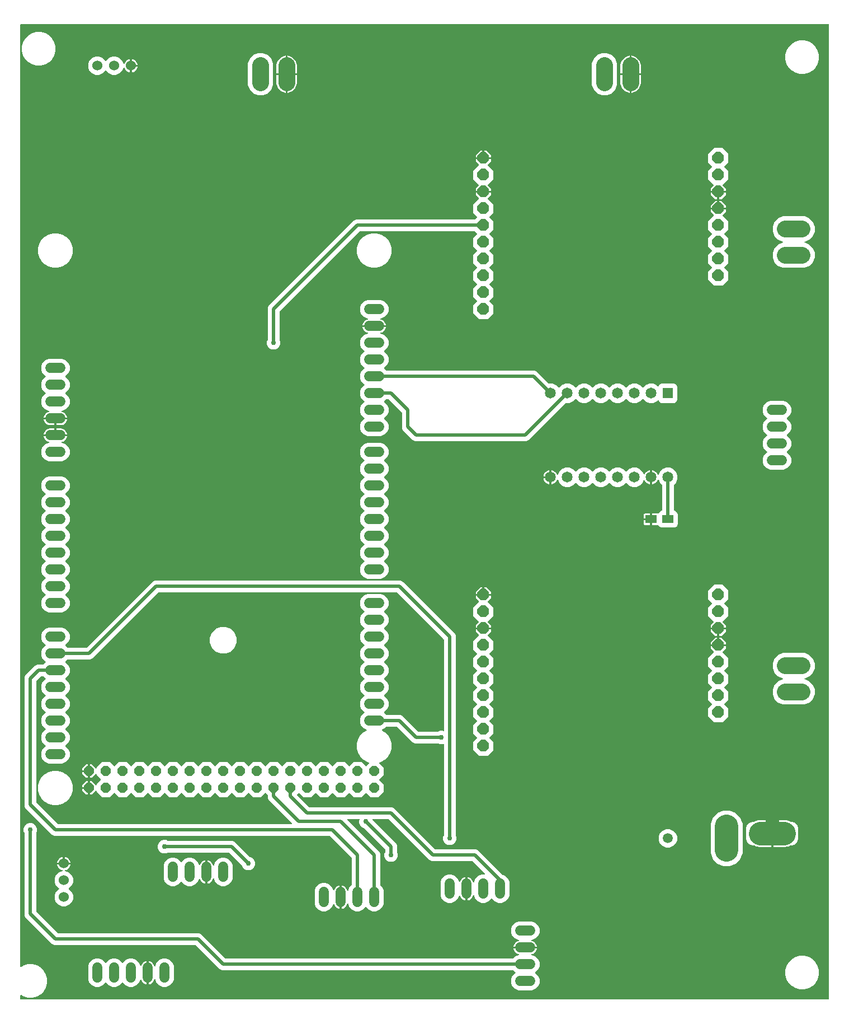
<source format=gbr>
G04 EAGLE Gerber RS-274X export*
G75*
%MOMM*%
%FSLAX34Y34*%
%LPD*%
%INBottom Copper*%
%IPPOS*%
%AMOC8*
5,1,8,0,0,1.08239X$1,22.5*%
G01*
%ADD10C,1.524000*%
%ADD11P,1.649562X8X202.500000*%
%ADD12P,1.924489X8X22.500000*%
%ADD13C,1.650000*%
%ADD14R,1.650000X1.650000*%
%ADD15R,1.750000X1.260000*%
%ADD16C,2.550000*%
%ADD17P,1.924489X8X202.500000*%
%ADD18C,1.524000*%
%ADD19C,3.556000*%
%ADD20C,2.032000*%
%ADD21C,1.500000*%
%ADD22C,0.756400*%
%ADD23C,0.508000*%

G36*
X1462098Y-472436D02*
X1462098Y-472436D01*
X1462117Y-472438D01*
X1462219Y-472416D01*
X1462321Y-472400D01*
X1462338Y-472390D01*
X1462358Y-472386D01*
X1462447Y-472333D01*
X1462538Y-472284D01*
X1462552Y-472270D01*
X1462569Y-472260D01*
X1462636Y-472181D01*
X1462708Y-472106D01*
X1462716Y-472088D01*
X1462729Y-472073D01*
X1462768Y-471977D01*
X1462811Y-471883D01*
X1462813Y-471863D01*
X1462821Y-471845D01*
X1462839Y-471678D01*
X1462839Y1001778D01*
X1462836Y1001798D01*
X1462838Y1001817D01*
X1462816Y1001919D01*
X1462800Y1002021D01*
X1462790Y1002038D01*
X1462786Y1002058D01*
X1462733Y1002147D01*
X1462684Y1002238D01*
X1462670Y1002252D01*
X1462660Y1002269D01*
X1462581Y1002336D01*
X1462506Y1002408D01*
X1462488Y1002416D01*
X1462473Y1002429D01*
X1462377Y1002468D01*
X1462283Y1002511D01*
X1462263Y1002513D01*
X1462245Y1002521D01*
X1462078Y1002539D01*
X239522Y1002539D01*
X239502Y1002536D01*
X239483Y1002538D01*
X239381Y1002516D01*
X239279Y1002500D01*
X239262Y1002490D01*
X239242Y1002486D01*
X239153Y1002433D01*
X239062Y1002384D01*
X239048Y1002370D01*
X239031Y1002360D01*
X238964Y1002281D01*
X238892Y1002206D01*
X238884Y1002188D01*
X238871Y1002173D01*
X238832Y1002077D01*
X238789Y1001983D01*
X238787Y1001963D01*
X238779Y1001945D01*
X238761Y1001778D01*
X238761Y-422650D01*
X238776Y-422744D01*
X238785Y-422839D01*
X238796Y-422865D01*
X238800Y-422892D01*
X238845Y-422977D01*
X238883Y-423064D01*
X238902Y-423085D01*
X238916Y-423110D01*
X238985Y-423175D01*
X239049Y-423246D01*
X239073Y-423260D01*
X239094Y-423279D01*
X239180Y-423319D01*
X239264Y-423366D01*
X239291Y-423371D01*
X239317Y-423383D01*
X239412Y-423393D01*
X239505Y-423411D01*
X239533Y-423407D01*
X239561Y-423410D01*
X239655Y-423390D01*
X239749Y-423376D01*
X239781Y-423362D01*
X239802Y-423358D01*
X239830Y-423341D01*
X239903Y-423309D01*
X244196Y-420830D01*
X250656Y-419099D01*
X257344Y-419099D01*
X263804Y-420830D01*
X269596Y-424174D01*
X274326Y-428904D01*
X277670Y-434696D01*
X279401Y-441156D01*
X279401Y-447844D01*
X277670Y-454304D01*
X274326Y-460096D01*
X269596Y-464826D01*
X263804Y-468170D01*
X257344Y-469901D01*
X250656Y-469901D01*
X244196Y-468170D01*
X239903Y-465691D01*
X239814Y-465657D01*
X239727Y-465617D01*
X239699Y-465614D01*
X239673Y-465604D01*
X239577Y-465601D01*
X239483Y-465590D01*
X239455Y-465596D01*
X239427Y-465595D01*
X239335Y-465622D01*
X239242Y-465642D01*
X239218Y-465657D01*
X239191Y-465665D01*
X239113Y-465720D01*
X239031Y-465769D01*
X239013Y-465790D01*
X238990Y-465806D01*
X238933Y-465883D01*
X238871Y-465955D01*
X238861Y-465982D01*
X238844Y-466004D01*
X238815Y-466095D01*
X238779Y-466184D01*
X238775Y-466219D01*
X238769Y-466239D01*
X238769Y-466272D01*
X238761Y-466350D01*
X238761Y-471678D01*
X238764Y-471698D01*
X238762Y-471717D01*
X238784Y-471819D01*
X238800Y-471921D01*
X238810Y-471938D01*
X238814Y-471958D01*
X238867Y-472047D01*
X238916Y-472138D01*
X238930Y-472152D01*
X238940Y-472169D01*
X239019Y-472236D01*
X239094Y-472308D01*
X239112Y-472316D01*
X239127Y-472329D01*
X239223Y-472368D01*
X239317Y-472411D01*
X239337Y-472413D01*
X239355Y-472421D01*
X239522Y-472439D01*
X1462078Y-472439D01*
X1462098Y-472436D01*
G37*
%LPC*%
G36*
X695721Y-339091D02*
X695721Y-339091D01*
X690586Y-336964D01*
X686656Y-333034D01*
X684529Y-327899D01*
X684529Y-307101D01*
X686656Y-301966D01*
X690586Y-298036D01*
X695721Y-295909D01*
X701279Y-295909D01*
X706414Y-298036D01*
X710344Y-301966D01*
X712471Y-307101D01*
X712471Y-307417D01*
X712481Y-307480D01*
X712481Y-307544D01*
X712501Y-307601D01*
X712510Y-307660D01*
X712540Y-307716D01*
X712561Y-307777D01*
X712598Y-307824D01*
X712626Y-307877D01*
X712672Y-307921D01*
X712711Y-307972D01*
X712760Y-308005D01*
X712804Y-308047D01*
X712862Y-308073D01*
X712915Y-308109D01*
X712973Y-308125D01*
X713027Y-308150D01*
X713090Y-308157D01*
X713152Y-308174D01*
X713212Y-308171D01*
X713271Y-308177D01*
X713334Y-308164D01*
X713398Y-308160D01*
X713453Y-308138D01*
X713512Y-308125D01*
X713567Y-308092D01*
X713626Y-308068D01*
X713672Y-308029D01*
X713723Y-307999D01*
X713764Y-307950D01*
X713813Y-307909D01*
X713844Y-307857D01*
X713883Y-307812D01*
X713907Y-307753D01*
X713940Y-307698D01*
X713962Y-307614D01*
X713975Y-307584D01*
X713977Y-307560D01*
X713984Y-307536D01*
X713989Y-307501D01*
X714484Y-305980D01*
X715210Y-304555D01*
X716150Y-303261D01*
X717281Y-302130D01*
X718575Y-301190D01*
X720000Y-300464D01*
X721521Y-299969D01*
X722377Y-299834D01*
X722377Y-316738D01*
X722380Y-316758D01*
X722378Y-316777D01*
X722400Y-316879D01*
X722417Y-316981D01*
X722426Y-316998D01*
X722430Y-317018D01*
X722483Y-317107D01*
X722532Y-317198D01*
X722546Y-317212D01*
X722556Y-317229D01*
X722635Y-317296D01*
X722710Y-317367D01*
X722728Y-317376D01*
X722743Y-317389D01*
X722839Y-317427D01*
X722933Y-317471D01*
X722953Y-317473D01*
X722971Y-317481D01*
X723138Y-317499D01*
X724662Y-317499D01*
X724682Y-317496D01*
X724701Y-317498D01*
X724803Y-317476D01*
X724905Y-317459D01*
X724922Y-317450D01*
X724942Y-317446D01*
X725031Y-317393D01*
X725122Y-317344D01*
X725136Y-317330D01*
X725153Y-317320D01*
X725220Y-317241D01*
X725291Y-317166D01*
X725300Y-317148D01*
X725313Y-317133D01*
X725352Y-317037D01*
X725395Y-316943D01*
X725397Y-316923D01*
X725405Y-316905D01*
X725423Y-316738D01*
X725423Y-299834D01*
X726279Y-299969D01*
X727800Y-300464D01*
X729225Y-301190D01*
X730519Y-302130D01*
X731650Y-303261D01*
X732590Y-304555D01*
X733316Y-305980D01*
X733811Y-307501D01*
X733816Y-307536D01*
X733836Y-307597D01*
X733847Y-307660D01*
X733874Y-307713D01*
X733893Y-307770D01*
X733932Y-307821D01*
X733962Y-307877D01*
X734005Y-307918D01*
X734041Y-307966D01*
X734094Y-308003D01*
X734140Y-308047D01*
X734194Y-308072D01*
X734244Y-308106D01*
X734305Y-308123D01*
X734363Y-308150D01*
X734423Y-308157D01*
X734480Y-308173D01*
X734544Y-308170D01*
X734607Y-308177D01*
X734666Y-308165D01*
X734726Y-308162D01*
X734785Y-308139D01*
X734848Y-308125D01*
X734899Y-308094D01*
X734955Y-308073D01*
X735004Y-308032D01*
X735059Y-307999D01*
X735098Y-307953D01*
X735144Y-307915D01*
X735177Y-307860D01*
X735219Y-307812D01*
X735241Y-307756D01*
X735273Y-307705D01*
X735287Y-307643D01*
X735311Y-307584D01*
X735320Y-307498D01*
X735328Y-307466D01*
X735327Y-307441D01*
X735329Y-307417D01*
X735329Y-307101D01*
X737456Y-301966D01*
X740186Y-299236D01*
X740239Y-299162D01*
X740299Y-299093D01*
X740311Y-299063D01*
X740330Y-299036D01*
X740357Y-298949D01*
X740391Y-298865D01*
X740395Y-298824D01*
X740402Y-298801D01*
X740401Y-298769D01*
X740409Y-298698D01*
X740409Y-257998D01*
X740395Y-257908D01*
X740387Y-257817D01*
X740375Y-257787D01*
X740370Y-257755D01*
X740327Y-257675D01*
X740291Y-257591D01*
X740265Y-257559D01*
X740254Y-257538D01*
X740231Y-257516D01*
X740186Y-257460D01*
X707740Y-225014D01*
X707666Y-224961D01*
X707597Y-224901D01*
X707567Y-224889D01*
X707541Y-224870D01*
X707454Y-224843D01*
X707369Y-224809D01*
X707328Y-224805D01*
X707305Y-224798D01*
X707273Y-224799D01*
X707202Y-224791D01*
X290332Y-224791D01*
X287064Y-223437D01*
X284456Y-220829D01*
X249071Y-185444D01*
X246463Y-182836D01*
X245109Y-179568D01*
X245109Y14468D01*
X246463Y17736D01*
X261664Y32937D01*
X264932Y34291D01*
X273298Y34291D01*
X273388Y34305D01*
X273479Y34313D01*
X273509Y34325D01*
X273541Y34330D01*
X273621Y34373D01*
X273705Y34409D01*
X273737Y34435D01*
X273758Y34446D01*
X273780Y34469D01*
X273836Y34514D01*
X276566Y37244D01*
X276935Y37397D01*
X276996Y37434D01*
X277062Y37464D01*
X277100Y37499D01*
X277144Y37526D01*
X277190Y37582D01*
X277243Y37630D01*
X277268Y37676D01*
X277301Y37716D01*
X277327Y37783D01*
X277361Y37846D01*
X277371Y37897D01*
X277389Y37945D01*
X277392Y38017D01*
X277405Y38088D01*
X277398Y38139D01*
X277400Y38191D01*
X277380Y38260D01*
X277369Y38331D01*
X277346Y38377D01*
X277331Y38427D01*
X277290Y38486D01*
X277258Y38550D01*
X277221Y38587D01*
X277191Y38629D01*
X277133Y38672D01*
X277082Y38722D01*
X277019Y38757D01*
X276994Y38776D01*
X276971Y38783D01*
X276935Y38803D01*
X276566Y38956D01*
X272636Y42886D01*
X270509Y48021D01*
X270509Y53579D01*
X272636Y58714D01*
X276566Y62644D01*
X276935Y62797D01*
X276996Y62834D01*
X277062Y62864D01*
X277100Y62899D01*
X277144Y62926D01*
X277190Y62982D01*
X277243Y63030D01*
X277268Y63076D01*
X277301Y63116D01*
X277327Y63183D01*
X277361Y63246D01*
X277371Y63297D01*
X277389Y63345D01*
X277392Y63417D01*
X277405Y63488D01*
X277398Y63539D01*
X277400Y63591D01*
X277380Y63660D01*
X277369Y63731D01*
X277346Y63777D01*
X277331Y63827D01*
X277290Y63886D01*
X277258Y63950D01*
X277221Y63987D01*
X277191Y64029D01*
X277133Y64072D01*
X277082Y64122D01*
X277019Y64157D01*
X276994Y64176D01*
X276971Y64183D01*
X276935Y64203D01*
X276566Y64356D01*
X272636Y68286D01*
X270509Y73421D01*
X270509Y78979D01*
X272636Y84114D01*
X276566Y88044D01*
X281701Y90171D01*
X302499Y90171D01*
X307634Y88044D01*
X311564Y84114D01*
X313691Y78979D01*
X313691Y73421D01*
X311564Y68286D01*
X307634Y64356D01*
X307265Y64203D01*
X307204Y64166D01*
X307138Y64136D01*
X307100Y64101D01*
X307056Y64074D01*
X307010Y64019D01*
X306957Y63970D01*
X306932Y63924D01*
X306899Y63884D01*
X306873Y63817D01*
X306839Y63754D01*
X306829Y63703D01*
X306811Y63655D01*
X306808Y63583D01*
X306795Y63512D01*
X306802Y63461D01*
X306800Y63409D01*
X306820Y63340D01*
X306831Y63269D01*
X306854Y63223D01*
X306869Y63173D01*
X306910Y63114D01*
X306942Y63050D01*
X306979Y63013D01*
X307009Y62971D01*
X307067Y62928D01*
X307118Y62878D01*
X307180Y62843D01*
X307206Y62824D01*
X307229Y62817D01*
X307265Y62797D01*
X307634Y62644D01*
X310364Y59914D01*
X310438Y59861D01*
X310507Y59801D01*
X310537Y59789D01*
X310564Y59770D01*
X310651Y59743D01*
X310735Y59709D01*
X310776Y59705D01*
X310799Y59698D01*
X310831Y59699D01*
X310902Y59691D01*
X338902Y59691D01*
X338992Y59705D01*
X339083Y59713D01*
X339113Y59725D01*
X339145Y59730D01*
X339225Y59773D01*
X339309Y59809D01*
X339341Y59835D01*
X339362Y59846D01*
X339384Y59869D01*
X339440Y59914D01*
X439464Y159937D01*
X442732Y161291D01*
X814568Y161291D01*
X817836Y159937D01*
X896537Y81236D01*
X897891Y77968D01*
X897891Y-223435D01*
X897901Y-223499D01*
X897902Y-223565D01*
X897925Y-223645D01*
X897930Y-223677D01*
X897940Y-223694D01*
X897949Y-223726D01*
X899133Y-226584D01*
X899133Y-230616D01*
X897590Y-234340D01*
X894740Y-237190D01*
X891016Y-238733D01*
X886984Y-238733D01*
X883260Y-237190D01*
X880410Y-234340D01*
X878867Y-230616D01*
X878867Y-226584D01*
X880051Y-223726D01*
X880066Y-223662D01*
X880091Y-223601D01*
X880100Y-223518D01*
X880107Y-223486D01*
X880106Y-223467D01*
X880109Y-223435D01*
X880109Y-86729D01*
X880102Y-86684D01*
X880104Y-86638D01*
X880082Y-86563D01*
X880070Y-86486D01*
X880048Y-86446D01*
X880035Y-86402D01*
X879991Y-86338D01*
X879954Y-86269D01*
X879921Y-86237D01*
X879895Y-86200D01*
X879833Y-86153D01*
X879776Y-86100D01*
X879734Y-86080D01*
X879698Y-86053D01*
X879624Y-86029D01*
X879553Y-85996D01*
X879507Y-85991D01*
X879464Y-85977D01*
X879386Y-85977D01*
X879309Y-85969D01*
X879264Y-85979D01*
X879218Y-85979D01*
X879086Y-86017D01*
X879068Y-86021D01*
X879064Y-86024D01*
X879057Y-86026D01*
X878315Y-86333D01*
X874284Y-86333D01*
X871426Y-85149D01*
X871362Y-85134D01*
X871301Y-85109D01*
X871218Y-85100D01*
X871186Y-85093D01*
X871167Y-85094D01*
X871135Y-85091D01*
X836432Y-85091D01*
X833164Y-83737D01*
X809340Y-59914D01*
X809266Y-59861D01*
X809197Y-59801D01*
X809167Y-59789D01*
X809141Y-59770D01*
X809054Y-59743D01*
X808969Y-59709D01*
X808928Y-59705D01*
X808905Y-59698D01*
X808873Y-59699D01*
X808802Y-59691D01*
X793502Y-59691D01*
X793412Y-59705D01*
X793321Y-59713D01*
X793291Y-59725D01*
X793259Y-59730D01*
X793179Y-59773D01*
X793095Y-59809D01*
X793063Y-59835D01*
X793042Y-59846D01*
X793020Y-59869D01*
X792964Y-59914D01*
X790234Y-62644D01*
X786600Y-64149D01*
X786582Y-64160D01*
X786561Y-64167D01*
X786478Y-64225D01*
X786391Y-64278D01*
X786377Y-64295D01*
X786359Y-64308D01*
X786299Y-64389D01*
X786235Y-64468D01*
X786227Y-64488D01*
X786214Y-64506D01*
X786183Y-64603D01*
X786146Y-64697D01*
X786145Y-64719D01*
X786139Y-64740D01*
X786140Y-64842D01*
X786136Y-64943D01*
X786142Y-64964D01*
X786142Y-64986D01*
X786176Y-65082D01*
X786204Y-65179D01*
X786217Y-65198D01*
X786224Y-65218D01*
X786287Y-65298D01*
X786345Y-65382D01*
X786362Y-65395D01*
X786376Y-65412D01*
X786511Y-65511D01*
X790763Y-67966D01*
X795634Y-72837D01*
X799078Y-78802D01*
X800861Y-85456D01*
X800861Y-92344D01*
X799078Y-98998D01*
X795634Y-104963D01*
X790763Y-109834D01*
X784798Y-113278D01*
X782868Y-113795D01*
X782781Y-113834D01*
X782691Y-113867D01*
X782669Y-113885D01*
X782643Y-113896D01*
X782574Y-113961D01*
X782499Y-114021D01*
X782484Y-114045D01*
X782463Y-114064D01*
X782418Y-114147D01*
X782366Y-114228D01*
X782359Y-114255D01*
X782346Y-114280D01*
X782329Y-114374D01*
X782306Y-114466D01*
X782308Y-114494D01*
X782303Y-114522D01*
X782318Y-114617D01*
X782325Y-114711D01*
X782336Y-114737D01*
X782340Y-114765D01*
X782384Y-114850D01*
X782421Y-114938D01*
X782444Y-114965D01*
X782453Y-114984D01*
X782477Y-115007D01*
X782526Y-115069D01*
X788671Y-121213D01*
X788671Y-132787D01*
X782296Y-139162D01*
X782284Y-139178D01*
X782269Y-139190D01*
X782213Y-139278D01*
X782152Y-139361D01*
X782146Y-139380D01*
X782136Y-139397D01*
X782110Y-139498D01*
X782080Y-139597D01*
X782080Y-139616D01*
X782076Y-139636D01*
X782084Y-139739D01*
X782086Y-139842D01*
X782093Y-139861D01*
X782095Y-139881D01*
X782135Y-139976D01*
X782171Y-140073D01*
X782183Y-140089D01*
X782191Y-140107D01*
X782296Y-140238D01*
X788671Y-146613D01*
X788671Y-158187D01*
X780487Y-166371D01*
X768913Y-166371D01*
X762538Y-159996D01*
X762522Y-159984D01*
X762510Y-159969D01*
X762422Y-159913D01*
X762339Y-159852D01*
X762320Y-159846D01*
X762303Y-159836D01*
X762202Y-159810D01*
X762103Y-159780D01*
X762084Y-159780D01*
X762064Y-159776D01*
X761961Y-159784D01*
X761858Y-159786D01*
X761839Y-159793D01*
X761819Y-159795D01*
X761724Y-159835D01*
X761627Y-159871D01*
X761611Y-159883D01*
X761593Y-159891D01*
X761462Y-159996D01*
X755087Y-166371D01*
X743513Y-166371D01*
X737138Y-159996D01*
X737122Y-159984D01*
X737110Y-159969D01*
X737022Y-159913D01*
X736939Y-159852D01*
X736920Y-159846D01*
X736903Y-159836D01*
X736802Y-159810D01*
X736703Y-159780D01*
X736684Y-159780D01*
X736664Y-159776D01*
X736561Y-159784D01*
X736458Y-159786D01*
X736439Y-159793D01*
X736419Y-159795D01*
X736324Y-159835D01*
X736227Y-159871D01*
X736211Y-159883D01*
X736193Y-159891D01*
X736062Y-159996D01*
X729687Y-166371D01*
X718113Y-166371D01*
X711738Y-159996D01*
X711722Y-159984D01*
X711710Y-159969D01*
X711622Y-159913D01*
X711539Y-159852D01*
X711520Y-159846D01*
X711503Y-159836D01*
X711402Y-159810D01*
X711303Y-159780D01*
X711284Y-159780D01*
X711264Y-159776D01*
X711161Y-159784D01*
X711058Y-159786D01*
X711039Y-159793D01*
X711019Y-159795D01*
X710924Y-159835D01*
X710827Y-159871D01*
X710811Y-159883D01*
X710793Y-159891D01*
X710662Y-159996D01*
X704287Y-166371D01*
X692713Y-166371D01*
X686338Y-159996D01*
X686322Y-159984D01*
X686310Y-159969D01*
X686222Y-159913D01*
X686139Y-159852D01*
X686120Y-159846D01*
X686103Y-159836D01*
X686002Y-159810D01*
X685903Y-159780D01*
X685884Y-159780D01*
X685864Y-159776D01*
X685761Y-159784D01*
X685658Y-159786D01*
X685639Y-159793D01*
X685619Y-159795D01*
X685524Y-159835D01*
X685427Y-159871D01*
X685411Y-159883D01*
X685393Y-159891D01*
X685262Y-159996D01*
X678887Y-166371D01*
X667313Y-166371D01*
X660938Y-159996D01*
X660922Y-159984D01*
X660910Y-159969D01*
X660822Y-159913D01*
X660739Y-159852D01*
X660720Y-159846D01*
X660703Y-159836D01*
X660602Y-159810D01*
X660503Y-159780D01*
X660484Y-159780D01*
X660464Y-159776D01*
X660361Y-159784D01*
X660258Y-159786D01*
X660239Y-159793D01*
X660219Y-159795D01*
X660124Y-159835D01*
X660027Y-159871D01*
X660011Y-159883D01*
X659993Y-159891D01*
X659862Y-159996D01*
X658054Y-161804D01*
X658042Y-161820D01*
X658027Y-161832D01*
X657971Y-161920D01*
X657910Y-162004D01*
X657904Y-162023D01*
X657894Y-162039D01*
X657868Y-162140D01*
X657838Y-162239D01*
X657838Y-162259D01*
X657834Y-162278D01*
X657842Y-162381D01*
X657844Y-162484D01*
X657851Y-162503D01*
X657853Y-162523D01*
X657893Y-162618D01*
X657929Y-162716D01*
X657941Y-162731D01*
X657949Y-162749D01*
X658054Y-162880D01*
X676560Y-181386D01*
X676634Y-181439D01*
X676703Y-181499D01*
X676733Y-181511D01*
X676759Y-181530D01*
X676846Y-181557D01*
X676931Y-181591D01*
X676972Y-181595D01*
X676995Y-181602D01*
X677027Y-181601D01*
X677098Y-181609D01*
X801868Y-181609D01*
X805136Y-182963D01*
X867060Y-244886D01*
X867134Y-244939D01*
X867203Y-244999D01*
X867233Y-245011D01*
X867259Y-245030D01*
X867346Y-245057D01*
X867431Y-245091D01*
X867472Y-245095D01*
X867495Y-245102D01*
X867527Y-245101D01*
X867598Y-245109D01*
X928868Y-245109D01*
X932136Y-246463D01*
X969415Y-283741D01*
X969468Y-283779D01*
X969515Y-283825D01*
X969588Y-283866D01*
X969614Y-283885D01*
X969633Y-283890D01*
X969662Y-283906D01*
X973114Y-285336D01*
X977044Y-289266D01*
X979171Y-294401D01*
X979171Y-315199D01*
X977044Y-320334D01*
X973114Y-324264D01*
X967979Y-326391D01*
X962421Y-326391D01*
X957286Y-324264D01*
X953356Y-320334D01*
X953203Y-319965D01*
X953165Y-319904D01*
X953136Y-319838D01*
X953101Y-319800D01*
X953074Y-319756D01*
X953018Y-319710D01*
X952970Y-319657D01*
X952924Y-319632D01*
X952884Y-319599D01*
X952817Y-319573D01*
X952754Y-319539D01*
X952703Y-319529D01*
X952655Y-319511D01*
X952583Y-319508D01*
X952512Y-319495D01*
X952461Y-319502D01*
X952409Y-319500D01*
X952340Y-319520D01*
X952269Y-319531D01*
X952222Y-319554D01*
X952173Y-319569D01*
X952114Y-319610D01*
X952050Y-319642D01*
X952013Y-319679D01*
X951971Y-319709D01*
X951928Y-319767D01*
X951878Y-319818D01*
X951843Y-319880D01*
X951824Y-319906D01*
X951816Y-319929D01*
X951797Y-319965D01*
X951644Y-320334D01*
X947714Y-324264D01*
X942579Y-326391D01*
X937021Y-326391D01*
X931886Y-324264D01*
X927956Y-320334D01*
X925829Y-315199D01*
X925829Y-314883D01*
X925819Y-314820D01*
X925819Y-314756D01*
X925799Y-314699D01*
X925790Y-314640D01*
X925760Y-314584D01*
X925739Y-314523D01*
X925702Y-314476D01*
X925674Y-314423D01*
X925628Y-314379D01*
X925589Y-314328D01*
X925539Y-314295D01*
X925496Y-314253D01*
X925438Y-314226D01*
X925385Y-314191D01*
X925327Y-314175D01*
X925273Y-314150D01*
X925209Y-314143D01*
X925148Y-314126D01*
X925088Y-314129D01*
X925029Y-314123D01*
X924966Y-314136D01*
X924902Y-314140D01*
X924847Y-314162D01*
X924788Y-314175D01*
X924733Y-314208D01*
X924674Y-314232D01*
X924628Y-314270D01*
X924577Y-314301D01*
X924536Y-314350D01*
X924487Y-314391D01*
X924456Y-314443D01*
X924417Y-314488D01*
X924393Y-314547D01*
X924360Y-314602D01*
X924338Y-314685D01*
X924325Y-314716D01*
X924323Y-314741D01*
X924316Y-314764D01*
X924311Y-314799D01*
X923816Y-316320D01*
X923090Y-317745D01*
X922150Y-319039D01*
X921019Y-320170D01*
X919725Y-321110D01*
X918300Y-321836D01*
X916779Y-322331D01*
X915923Y-322466D01*
X915923Y-305562D01*
X915920Y-305542D01*
X915922Y-305523D01*
X915900Y-305421D01*
X915883Y-305319D01*
X915874Y-305302D01*
X915870Y-305282D01*
X915817Y-305193D01*
X915768Y-305102D01*
X915754Y-305088D01*
X915744Y-305071D01*
X915665Y-305004D01*
X915590Y-304933D01*
X915572Y-304924D01*
X915557Y-304911D01*
X915461Y-304873D01*
X915367Y-304829D01*
X915347Y-304827D01*
X915329Y-304819D01*
X915162Y-304801D01*
X913638Y-304801D01*
X913618Y-304804D01*
X913599Y-304802D01*
X913497Y-304824D01*
X913395Y-304841D01*
X913378Y-304850D01*
X913358Y-304854D01*
X913269Y-304907D01*
X913178Y-304956D01*
X913164Y-304970D01*
X913147Y-304980D01*
X913080Y-305059D01*
X913009Y-305134D01*
X913000Y-305152D01*
X912987Y-305167D01*
X912948Y-305263D01*
X912905Y-305357D01*
X912903Y-305377D01*
X912895Y-305395D01*
X912877Y-305562D01*
X912877Y-322466D01*
X912021Y-322331D01*
X910500Y-321836D01*
X909075Y-321110D01*
X907781Y-320170D01*
X906650Y-319039D01*
X905710Y-317745D01*
X904984Y-316320D01*
X904489Y-314799D01*
X904484Y-314764D01*
X904464Y-314703D01*
X904453Y-314640D01*
X904425Y-314587D01*
X904407Y-314530D01*
X904368Y-314479D01*
X904338Y-314423D01*
X904295Y-314382D01*
X904259Y-314334D01*
X904206Y-314297D01*
X904160Y-314253D01*
X904106Y-314228D01*
X904057Y-314194D01*
X903995Y-314177D01*
X903937Y-314150D01*
X903878Y-314143D01*
X903820Y-314127D01*
X903756Y-314130D01*
X903693Y-314123D01*
X903634Y-314135D01*
X903574Y-314138D01*
X903515Y-314161D01*
X903452Y-314175D01*
X903401Y-314206D01*
X903345Y-314227D01*
X903296Y-314268D01*
X903241Y-314301D01*
X903202Y-314347D01*
X903156Y-314385D01*
X903123Y-314439D01*
X903081Y-314488D01*
X903059Y-314544D01*
X903027Y-314594D01*
X903013Y-314657D01*
X902989Y-314716D01*
X902980Y-314802D01*
X902972Y-314834D01*
X902973Y-314859D01*
X902971Y-314883D01*
X902971Y-315199D01*
X900844Y-320334D01*
X896914Y-324264D01*
X891779Y-326391D01*
X886221Y-326391D01*
X881086Y-324264D01*
X877156Y-320334D01*
X875029Y-315199D01*
X875029Y-294401D01*
X877156Y-289266D01*
X881086Y-285336D01*
X886221Y-283209D01*
X891779Y-283209D01*
X896914Y-285336D01*
X900844Y-289266D01*
X902971Y-294401D01*
X902971Y-294717D01*
X902981Y-294780D01*
X902981Y-294844D01*
X903001Y-294901D01*
X903010Y-294960D01*
X903040Y-295016D01*
X903061Y-295077D01*
X903098Y-295124D01*
X903126Y-295177D01*
X903172Y-295221D01*
X903211Y-295272D01*
X903261Y-295305D01*
X903304Y-295347D01*
X903362Y-295374D01*
X903415Y-295409D01*
X903473Y-295425D01*
X903527Y-295450D01*
X903591Y-295457D01*
X903652Y-295474D01*
X903712Y-295471D01*
X903771Y-295477D01*
X903834Y-295464D01*
X903898Y-295460D01*
X903953Y-295438D01*
X904012Y-295425D01*
X904067Y-295392D01*
X904126Y-295368D01*
X904172Y-295330D01*
X904223Y-295299D01*
X904264Y-295250D01*
X904313Y-295209D01*
X904344Y-295157D01*
X904383Y-295112D01*
X904407Y-295053D01*
X904440Y-294998D01*
X904462Y-294915D01*
X904475Y-294884D01*
X904477Y-294859D01*
X904484Y-294836D01*
X904489Y-294801D01*
X904984Y-293280D01*
X905710Y-291855D01*
X906650Y-290561D01*
X907781Y-289430D01*
X909075Y-288490D01*
X910500Y-287764D01*
X912021Y-287269D01*
X912877Y-287134D01*
X912877Y-304038D01*
X912880Y-304058D01*
X912878Y-304077D01*
X912900Y-304179D01*
X912917Y-304281D01*
X912926Y-304298D01*
X912930Y-304318D01*
X912983Y-304407D01*
X913032Y-304498D01*
X913046Y-304512D01*
X913056Y-304529D01*
X913135Y-304596D01*
X913210Y-304667D01*
X913228Y-304676D01*
X913243Y-304689D01*
X913339Y-304727D01*
X913433Y-304771D01*
X913453Y-304773D01*
X913471Y-304781D01*
X913638Y-304799D01*
X915162Y-304799D01*
X915182Y-304796D01*
X915201Y-304798D01*
X915303Y-304776D01*
X915405Y-304759D01*
X915422Y-304750D01*
X915442Y-304746D01*
X915531Y-304693D01*
X915622Y-304644D01*
X915636Y-304630D01*
X915653Y-304620D01*
X915720Y-304541D01*
X915791Y-304466D01*
X915800Y-304448D01*
X915813Y-304433D01*
X915852Y-304337D01*
X915895Y-304243D01*
X915897Y-304223D01*
X915905Y-304205D01*
X915923Y-304038D01*
X915923Y-287134D01*
X916779Y-287269D01*
X918300Y-287764D01*
X919725Y-288490D01*
X921019Y-289430D01*
X922150Y-290561D01*
X923090Y-291855D01*
X923816Y-293280D01*
X924311Y-294801D01*
X924316Y-294836D01*
X924336Y-294897D01*
X924347Y-294960D01*
X924374Y-295013D01*
X924393Y-295070D01*
X924432Y-295121D01*
X924462Y-295177D01*
X924505Y-295218D01*
X924541Y-295266D01*
X924594Y-295303D01*
X924640Y-295347D01*
X924694Y-295372D01*
X924743Y-295406D01*
X924805Y-295423D01*
X924863Y-295450D01*
X924922Y-295457D01*
X924980Y-295473D01*
X925044Y-295470D01*
X925107Y-295477D01*
X925166Y-295465D01*
X925226Y-295462D01*
X925285Y-295439D01*
X925348Y-295425D01*
X925399Y-295394D01*
X925455Y-295373D01*
X925504Y-295332D01*
X925559Y-295299D01*
X925598Y-295253D01*
X925644Y-295215D01*
X925677Y-295161D01*
X925719Y-295112D01*
X925741Y-295057D01*
X925773Y-295006D01*
X925787Y-294943D01*
X925811Y-294884D01*
X925820Y-294798D01*
X925828Y-294766D01*
X925827Y-294741D01*
X925829Y-294717D01*
X925829Y-294401D01*
X927956Y-289266D01*
X931886Y-285336D01*
X937021Y-283209D01*
X941898Y-283209D01*
X941969Y-283198D01*
X942041Y-283196D01*
X942089Y-283178D01*
X942141Y-283170D01*
X942204Y-283136D01*
X942272Y-283111D01*
X942312Y-283079D01*
X942358Y-283054D01*
X942408Y-283002D01*
X942464Y-282958D01*
X942492Y-282914D01*
X942528Y-282876D01*
X942558Y-282811D01*
X942597Y-282751D01*
X942609Y-282700D01*
X942631Y-282653D01*
X942639Y-282582D01*
X942657Y-282512D01*
X942653Y-282460D01*
X942658Y-282409D01*
X942643Y-282338D01*
X942637Y-282267D01*
X942617Y-282219D01*
X942606Y-282168D01*
X942569Y-282107D01*
X942541Y-282041D01*
X942496Y-281985D01*
X942480Y-281957D01*
X942462Y-281942D01*
X942436Y-281910D01*
X923640Y-263114D01*
X923566Y-263061D01*
X923497Y-263001D01*
X923467Y-262989D01*
X923441Y-262970D01*
X923354Y-262943D01*
X923269Y-262909D01*
X923228Y-262905D01*
X923205Y-262898D01*
X923173Y-262899D01*
X923102Y-262891D01*
X861832Y-262891D01*
X858564Y-261537D01*
X796640Y-199614D01*
X796566Y-199561D01*
X796497Y-199501D01*
X796467Y-199489D01*
X796441Y-199470D01*
X796354Y-199443D01*
X796269Y-199409D01*
X796228Y-199405D01*
X796205Y-199398D01*
X796173Y-199399D01*
X796102Y-199391D01*
X772602Y-199391D01*
X772531Y-199402D01*
X772459Y-199404D01*
X772411Y-199422D01*
X772359Y-199430D01*
X772296Y-199464D01*
X772228Y-199489D01*
X772188Y-199521D01*
X772142Y-199546D01*
X772092Y-199598D01*
X772036Y-199642D01*
X772008Y-199686D01*
X771972Y-199724D01*
X771942Y-199789D01*
X771903Y-199849D01*
X771891Y-199900D01*
X771869Y-199947D01*
X771861Y-200018D01*
X771843Y-200088D01*
X771847Y-200140D01*
X771842Y-200191D01*
X771857Y-200262D01*
X771863Y-200333D01*
X771883Y-200381D01*
X771894Y-200432D01*
X771931Y-200493D01*
X771959Y-200559D01*
X772004Y-200615D01*
X772020Y-200643D01*
X772038Y-200658D01*
X772064Y-200690D01*
X805029Y-233656D01*
X807637Y-236264D01*
X808991Y-239532D01*
X808991Y-248835D01*
X809001Y-248899D01*
X809002Y-248965D01*
X809025Y-249045D01*
X809030Y-249077D01*
X809040Y-249094D01*
X809049Y-249126D01*
X810233Y-251984D01*
X810233Y-256016D01*
X808690Y-259740D01*
X805840Y-262590D01*
X802116Y-264133D01*
X798084Y-264133D01*
X794360Y-262590D01*
X791510Y-259740D01*
X789967Y-256016D01*
X789967Y-251984D01*
X791151Y-249126D01*
X791166Y-249062D01*
X791191Y-249001D01*
X791200Y-248918D01*
X791207Y-248886D01*
X791206Y-248867D01*
X791209Y-248835D01*
X791209Y-245298D01*
X791195Y-245208D01*
X791187Y-245117D01*
X791175Y-245087D01*
X791170Y-245055D01*
X791127Y-244975D01*
X791091Y-244891D01*
X791065Y-244859D01*
X791054Y-244838D01*
X791031Y-244816D01*
X790986Y-244760D01*
X759366Y-213139D01*
X759313Y-213101D01*
X759266Y-213055D01*
X759193Y-213015D01*
X759166Y-212996D01*
X759148Y-212990D01*
X759119Y-212974D01*
X756260Y-211790D01*
X753410Y-208940D01*
X751867Y-205216D01*
X751867Y-201185D01*
X752174Y-200443D01*
X752185Y-200399D01*
X752204Y-200357D01*
X752213Y-200280D01*
X752230Y-200204D01*
X752226Y-200158D01*
X752231Y-200113D01*
X752215Y-200036D01*
X752207Y-199959D01*
X752189Y-199917D01*
X752179Y-199872D01*
X752139Y-199805D01*
X752107Y-199734D01*
X752076Y-199700D01*
X752053Y-199661D01*
X751994Y-199610D01*
X751941Y-199553D01*
X751901Y-199531D01*
X751866Y-199501D01*
X751794Y-199472D01*
X751725Y-199435D01*
X751680Y-199426D01*
X751638Y-199409D01*
X751502Y-199394D01*
X751483Y-199391D01*
X751478Y-199392D01*
X751471Y-199391D01*
X734502Y-199391D01*
X734431Y-199402D01*
X734359Y-199404D01*
X734311Y-199422D01*
X734259Y-199430D01*
X734196Y-199464D01*
X734128Y-199489D01*
X734088Y-199521D01*
X734042Y-199546D01*
X733992Y-199598D01*
X733936Y-199642D01*
X733908Y-199686D01*
X733872Y-199724D01*
X733842Y-199789D01*
X733803Y-199849D01*
X733791Y-199900D01*
X733769Y-199947D01*
X733761Y-200018D01*
X733743Y-200088D01*
X733747Y-200140D01*
X733742Y-200191D01*
X733757Y-200262D01*
X733763Y-200333D01*
X733783Y-200381D01*
X733794Y-200432D01*
X733831Y-200493D01*
X733859Y-200559D01*
X733904Y-200615D01*
X733920Y-200643D01*
X733938Y-200658D01*
X733964Y-200690D01*
X782237Y-248964D01*
X783591Y-252232D01*
X783591Y-298698D01*
X783605Y-298788D01*
X783613Y-298879D01*
X783625Y-298909D01*
X783630Y-298941D01*
X783673Y-299021D01*
X783709Y-299105D01*
X783735Y-299137D01*
X783746Y-299158D01*
X783769Y-299180D01*
X783814Y-299236D01*
X786544Y-301966D01*
X788671Y-307101D01*
X788671Y-327899D01*
X786544Y-333034D01*
X782614Y-336964D01*
X777479Y-339091D01*
X771921Y-339091D01*
X766786Y-336964D01*
X762856Y-333034D01*
X762703Y-332665D01*
X762666Y-332604D01*
X762636Y-332538D01*
X762601Y-332500D01*
X762574Y-332456D01*
X762519Y-332410D01*
X762470Y-332357D01*
X762424Y-332332D01*
X762384Y-332299D01*
X762317Y-332273D01*
X762254Y-332239D01*
X762203Y-332229D01*
X762155Y-332211D01*
X762083Y-332208D01*
X762012Y-332195D01*
X761961Y-332202D01*
X761909Y-332200D01*
X761840Y-332220D01*
X761769Y-332231D01*
X761723Y-332254D01*
X761673Y-332269D01*
X761614Y-332310D01*
X761550Y-332342D01*
X761513Y-332379D01*
X761471Y-332409D01*
X761428Y-332467D01*
X761378Y-332518D01*
X761343Y-332580D01*
X761324Y-332606D01*
X761317Y-332629D01*
X761297Y-332665D01*
X761144Y-333034D01*
X757214Y-336964D01*
X752079Y-339091D01*
X746521Y-339091D01*
X741386Y-336964D01*
X737456Y-333034D01*
X735329Y-327899D01*
X735329Y-327583D01*
X735319Y-327520D01*
X735319Y-327456D01*
X735299Y-327399D01*
X735290Y-327340D01*
X735260Y-327284D01*
X735239Y-327223D01*
X735202Y-327176D01*
X735174Y-327123D01*
X735128Y-327079D01*
X735089Y-327028D01*
X735040Y-326995D01*
X734996Y-326953D01*
X734938Y-326927D01*
X734885Y-326891D01*
X734827Y-326875D01*
X734773Y-326850D01*
X734710Y-326843D01*
X734648Y-326826D01*
X734588Y-326829D01*
X734529Y-326823D01*
X734466Y-326836D01*
X734402Y-326840D01*
X734347Y-326862D01*
X734288Y-326875D01*
X734233Y-326908D01*
X734174Y-326932D01*
X734128Y-326971D01*
X734077Y-327001D01*
X734036Y-327050D01*
X733987Y-327091D01*
X733956Y-327143D01*
X733917Y-327188D01*
X733893Y-327247D01*
X733860Y-327302D01*
X733838Y-327386D01*
X733825Y-327416D01*
X733823Y-327440D01*
X733816Y-327464D01*
X733811Y-327499D01*
X733316Y-329020D01*
X732590Y-330445D01*
X731650Y-331739D01*
X730519Y-332870D01*
X729225Y-333810D01*
X727800Y-334536D01*
X726279Y-335031D01*
X725423Y-335166D01*
X725423Y-318262D01*
X725420Y-318242D01*
X725422Y-318223D01*
X725400Y-318121D01*
X725383Y-318019D01*
X725374Y-318002D01*
X725370Y-317982D01*
X725317Y-317893D01*
X725268Y-317802D01*
X725254Y-317788D01*
X725244Y-317771D01*
X725165Y-317704D01*
X725090Y-317633D01*
X725072Y-317624D01*
X725057Y-317611D01*
X724961Y-317573D01*
X724867Y-317529D01*
X724847Y-317527D01*
X724829Y-317519D01*
X724662Y-317501D01*
X723138Y-317501D01*
X723118Y-317504D01*
X723099Y-317502D01*
X722997Y-317524D01*
X722895Y-317541D01*
X722878Y-317550D01*
X722858Y-317554D01*
X722769Y-317607D01*
X722678Y-317656D01*
X722664Y-317670D01*
X722647Y-317680D01*
X722580Y-317759D01*
X722509Y-317834D01*
X722500Y-317852D01*
X722487Y-317867D01*
X722448Y-317963D01*
X722405Y-318057D01*
X722403Y-318077D01*
X722395Y-318095D01*
X722377Y-318262D01*
X722377Y-335166D01*
X721521Y-335031D01*
X720000Y-334536D01*
X718575Y-333810D01*
X717281Y-332870D01*
X716150Y-331739D01*
X715210Y-330445D01*
X714484Y-329020D01*
X713989Y-327499D01*
X713984Y-327464D01*
X713964Y-327403D01*
X713953Y-327340D01*
X713925Y-327287D01*
X713907Y-327230D01*
X713868Y-327179D01*
X713838Y-327123D01*
X713795Y-327082D01*
X713759Y-327034D01*
X713706Y-326998D01*
X713660Y-326954D01*
X713606Y-326928D01*
X713556Y-326894D01*
X713495Y-326877D01*
X713437Y-326850D01*
X713377Y-326843D01*
X713320Y-326827D01*
X713256Y-326830D01*
X713193Y-326823D01*
X713134Y-326836D01*
X713074Y-326838D01*
X713015Y-326861D01*
X712952Y-326875D01*
X712901Y-326906D01*
X712845Y-326928D01*
X712796Y-326968D01*
X712741Y-327001D01*
X712702Y-327047D01*
X712656Y-327085D01*
X712623Y-327140D01*
X712581Y-327188D01*
X712559Y-327244D01*
X712527Y-327295D01*
X712513Y-327357D01*
X712489Y-327416D01*
X712480Y-327502D01*
X712472Y-327534D01*
X712473Y-327559D01*
X712471Y-327583D01*
X712471Y-327899D01*
X710344Y-333034D01*
X706414Y-336964D01*
X701279Y-339091D01*
X695721Y-339091D01*
G37*
%LPD*%
G36*
X649869Y-206998D02*
X649869Y-206998D01*
X649941Y-206996D01*
X649989Y-206978D01*
X650041Y-206970D01*
X650104Y-206936D01*
X650172Y-206911D01*
X650212Y-206879D01*
X650258Y-206854D01*
X650308Y-206802D01*
X650364Y-206758D01*
X650392Y-206714D01*
X650428Y-206676D01*
X650458Y-206611D01*
X650497Y-206551D01*
X650509Y-206500D01*
X650531Y-206453D01*
X650539Y-206382D01*
X650557Y-206312D01*
X650553Y-206260D01*
X650558Y-206209D01*
X650543Y-206138D01*
X650537Y-206067D01*
X650517Y-206019D01*
X650506Y-205968D01*
X650469Y-205907D01*
X650441Y-205841D01*
X650396Y-205785D01*
X650380Y-205757D01*
X650362Y-205742D01*
X650336Y-205710D01*
X617371Y-172744D01*
X614763Y-170136D01*
X613409Y-166868D01*
X613409Y-163582D01*
X613395Y-163492D01*
X613387Y-163401D01*
X613375Y-163371D01*
X613370Y-163339D01*
X613327Y-163259D01*
X613291Y-163175D01*
X613265Y-163143D01*
X613254Y-163122D01*
X613231Y-163100D01*
X613186Y-163044D01*
X610138Y-159996D01*
X610122Y-159984D01*
X610110Y-159969D01*
X610022Y-159913D01*
X609939Y-159852D01*
X609920Y-159846D01*
X609903Y-159836D01*
X609802Y-159810D01*
X609703Y-159780D01*
X609684Y-159780D01*
X609664Y-159776D01*
X609561Y-159784D01*
X609458Y-159786D01*
X609439Y-159793D01*
X609419Y-159795D01*
X609324Y-159835D01*
X609227Y-159871D01*
X609211Y-159883D01*
X609193Y-159891D01*
X609062Y-159996D01*
X602687Y-166371D01*
X591113Y-166371D01*
X584738Y-159996D01*
X584722Y-159984D01*
X584710Y-159969D01*
X584622Y-159913D01*
X584539Y-159852D01*
X584520Y-159846D01*
X584503Y-159836D01*
X584402Y-159810D01*
X584303Y-159780D01*
X584284Y-159780D01*
X584264Y-159776D01*
X584161Y-159784D01*
X584058Y-159786D01*
X584039Y-159793D01*
X584019Y-159795D01*
X583924Y-159835D01*
X583827Y-159871D01*
X583811Y-159883D01*
X583793Y-159891D01*
X583662Y-159996D01*
X577287Y-166371D01*
X565713Y-166371D01*
X559338Y-159996D01*
X559322Y-159984D01*
X559310Y-159969D01*
X559222Y-159913D01*
X559139Y-159852D01*
X559120Y-159846D01*
X559103Y-159836D01*
X559002Y-159810D01*
X558903Y-159780D01*
X558884Y-159780D01*
X558864Y-159776D01*
X558761Y-159784D01*
X558658Y-159786D01*
X558639Y-159793D01*
X558619Y-159795D01*
X558524Y-159835D01*
X558427Y-159871D01*
X558411Y-159883D01*
X558393Y-159891D01*
X558262Y-159996D01*
X551887Y-166371D01*
X540313Y-166371D01*
X533938Y-159996D01*
X533922Y-159984D01*
X533910Y-159969D01*
X533822Y-159913D01*
X533739Y-159852D01*
X533720Y-159846D01*
X533703Y-159836D01*
X533602Y-159810D01*
X533503Y-159780D01*
X533484Y-159780D01*
X533464Y-159776D01*
X533361Y-159784D01*
X533258Y-159786D01*
X533239Y-159793D01*
X533219Y-159795D01*
X533124Y-159835D01*
X533027Y-159871D01*
X533011Y-159883D01*
X532993Y-159891D01*
X532862Y-159996D01*
X526487Y-166371D01*
X514913Y-166371D01*
X508538Y-159996D01*
X508522Y-159984D01*
X508510Y-159969D01*
X508422Y-159913D01*
X508339Y-159852D01*
X508320Y-159846D01*
X508303Y-159836D01*
X508202Y-159810D01*
X508103Y-159780D01*
X508084Y-159780D01*
X508064Y-159776D01*
X507961Y-159784D01*
X507858Y-159786D01*
X507839Y-159793D01*
X507819Y-159795D01*
X507724Y-159835D01*
X507627Y-159871D01*
X507611Y-159883D01*
X507593Y-159891D01*
X507462Y-159996D01*
X501087Y-166371D01*
X489513Y-166371D01*
X483138Y-159996D01*
X483122Y-159984D01*
X483110Y-159969D01*
X483022Y-159913D01*
X482939Y-159852D01*
X482920Y-159846D01*
X482903Y-159836D01*
X482802Y-159810D01*
X482703Y-159780D01*
X482684Y-159780D01*
X482664Y-159776D01*
X482561Y-159784D01*
X482458Y-159786D01*
X482439Y-159793D01*
X482419Y-159795D01*
X482324Y-159835D01*
X482227Y-159871D01*
X482211Y-159883D01*
X482193Y-159891D01*
X482062Y-159996D01*
X475687Y-166371D01*
X464113Y-166371D01*
X457738Y-159996D01*
X457722Y-159984D01*
X457710Y-159969D01*
X457622Y-159913D01*
X457539Y-159852D01*
X457520Y-159846D01*
X457503Y-159836D01*
X457402Y-159810D01*
X457303Y-159780D01*
X457284Y-159780D01*
X457264Y-159776D01*
X457161Y-159784D01*
X457058Y-159786D01*
X457039Y-159793D01*
X457019Y-159795D01*
X456924Y-159835D01*
X456827Y-159871D01*
X456811Y-159883D01*
X456793Y-159891D01*
X456662Y-159996D01*
X450287Y-166371D01*
X438713Y-166371D01*
X432338Y-159996D01*
X432322Y-159984D01*
X432310Y-159969D01*
X432222Y-159913D01*
X432139Y-159852D01*
X432120Y-159846D01*
X432103Y-159836D01*
X432002Y-159810D01*
X431903Y-159780D01*
X431884Y-159780D01*
X431864Y-159776D01*
X431761Y-159784D01*
X431658Y-159786D01*
X431639Y-159793D01*
X431619Y-159795D01*
X431524Y-159835D01*
X431427Y-159871D01*
X431411Y-159883D01*
X431393Y-159891D01*
X431262Y-159996D01*
X424887Y-166371D01*
X413313Y-166371D01*
X406938Y-159996D01*
X406922Y-159984D01*
X406910Y-159969D01*
X406822Y-159913D01*
X406739Y-159852D01*
X406720Y-159846D01*
X406703Y-159836D01*
X406602Y-159810D01*
X406503Y-159780D01*
X406484Y-159780D01*
X406464Y-159776D01*
X406361Y-159784D01*
X406258Y-159786D01*
X406239Y-159793D01*
X406219Y-159795D01*
X406124Y-159835D01*
X406027Y-159871D01*
X406011Y-159883D01*
X405993Y-159891D01*
X405862Y-159996D01*
X399487Y-166371D01*
X387913Y-166371D01*
X381538Y-159996D01*
X381522Y-159984D01*
X381510Y-159969D01*
X381422Y-159913D01*
X381339Y-159852D01*
X381320Y-159846D01*
X381303Y-159836D01*
X381202Y-159810D01*
X381103Y-159780D01*
X381084Y-159780D01*
X381064Y-159776D01*
X380961Y-159784D01*
X380858Y-159786D01*
X380839Y-159793D01*
X380819Y-159795D01*
X380724Y-159835D01*
X380627Y-159871D01*
X380611Y-159883D01*
X380593Y-159891D01*
X380462Y-159996D01*
X374087Y-166371D01*
X362513Y-166371D01*
X354329Y-158187D01*
X354329Y-157178D01*
X354318Y-157107D01*
X354316Y-157036D01*
X354298Y-156987D01*
X354290Y-156935D01*
X354256Y-156872D01*
X354231Y-156805D01*
X354199Y-156764D01*
X354174Y-156718D01*
X354122Y-156668D01*
X354078Y-156612D01*
X354034Y-156584D01*
X353996Y-156548D01*
X353931Y-156518D01*
X353871Y-156479D01*
X353820Y-156467D01*
X353773Y-156445D01*
X353702Y-156437D01*
X353632Y-156419D01*
X353580Y-156423D01*
X353529Y-156418D01*
X353458Y-156433D01*
X353387Y-156439D01*
X353339Y-156459D01*
X353288Y-156470D01*
X353227Y-156507D01*
X353161Y-156535D01*
X353105Y-156580D01*
X353077Y-156596D01*
X353062Y-156614D01*
X353030Y-156640D01*
X347109Y-162561D01*
X344423Y-162561D01*
X344423Y-153162D01*
X344420Y-153142D01*
X344422Y-153123D01*
X344400Y-153021D01*
X344383Y-152919D01*
X344374Y-152902D01*
X344370Y-152882D01*
X344317Y-152793D01*
X344268Y-152702D01*
X344254Y-152688D01*
X344244Y-152671D01*
X344165Y-152604D01*
X344090Y-152533D01*
X344072Y-152524D01*
X344057Y-152511D01*
X343961Y-152473D01*
X343867Y-152429D01*
X343847Y-152427D01*
X343829Y-152419D01*
X343662Y-152401D01*
X342899Y-152401D01*
X342899Y-152399D01*
X343662Y-152399D01*
X343682Y-152396D01*
X343701Y-152398D01*
X343803Y-152376D01*
X343905Y-152359D01*
X343922Y-152350D01*
X343942Y-152346D01*
X344031Y-152293D01*
X344122Y-152244D01*
X344136Y-152230D01*
X344153Y-152220D01*
X344220Y-152141D01*
X344291Y-152066D01*
X344300Y-152048D01*
X344313Y-152033D01*
X344352Y-151937D01*
X344395Y-151843D01*
X344397Y-151823D01*
X344405Y-151805D01*
X344423Y-151638D01*
X344423Y-142239D01*
X347109Y-142239D01*
X353030Y-148160D01*
X353088Y-148202D01*
X353140Y-148252D01*
X353187Y-148273D01*
X353229Y-148304D01*
X353298Y-148325D01*
X353363Y-148355D01*
X353415Y-148361D01*
X353465Y-148376D01*
X353536Y-148374D01*
X353607Y-148382D01*
X353658Y-148371D01*
X353710Y-148370D01*
X353778Y-148345D01*
X353848Y-148330D01*
X353893Y-148303D01*
X353941Y-148285D01*
X353997Y-148241D01*
X354059Y-148204D01*
X354093Y-148164D01*
X354133Y-148132D01*
X354172Y-148071D01*
X354219Y-148017D01*
X354238Y-147969D01*
X354266Y-147925D01*
X354284Y-147855D01*
X354311Y-147789D01*
X354319Y-147717D01*
X354327Y-147686D01*
X354325Y-147663D01*
X354329Y-147622D01*
X354329Y-146613D01*
X360704Y-140238D01*
X360716Y-140222D01*
X360731Y-140210D01*
X360787Y-140122D01*
X360848Y-140039D01*
X360854Y-140020D01*
X360864Y-140003D01*
X360890Y-139902D01*
X360920Y-139803D01*
X360920Y-139784D01*
X360924Y-139764D01*
X360916Y-139661D01*
X360914Y-139558D01*
X360907Y-139539D01*
X360905Y-139519D01*
X360865Y-139424D01*
X360829Y-139327D01*
X360817Y-139311D01*
X360809Y-139293D01*
X360704Y-139162D01*
X354329Y-132787D01*
X354329Y-131778D01*
X354318Y-131707D01*
X354316Y-131636D01*
X354298Y-131587D01*
X354290Y-131535D01*
X354256Y-131472D01*
X354231Y-131405D01*
X354199Y-131364D01*
X354174Y-131318D01*
X354122Y-131268D01*
X354078Y-131212D01*
X354034Y-131184D01*
X353996Y-131148D01*
X353931Y-131118D01*
X353871Y-131079D01*
X353820Y-131067D01*
X353773Y-131045D01*
X353702Y-131037D01*
X353632Y-131019D01*
X353580Y-131023D01*
X353529Y-131018D01*
X353458Y-131033D01*
X353387Y-131039D01*
X353339Y-131059D01*
X353288Y-131070D01*
X353227Y-131107D01*
X353161Y-131135D01*
X353105Y-131180D01*
X353077Y-131196D01*
X353062Y-131214D01*
X353030Y-131240D01*
X347109Y-137161D01*
X344423Y-137161D01*
X344423Y-127762D01*
X344420Y-127742D01*
X344422Y-127723D01*
X344400Y-127621D01*
X344383Y-127519D01*
X344374Y-127502D01*
X344370Y-127482D01*
X344317Y-127393D01*
X344268Y-127302D01*
X344254Y-127288D01*
X344244Y-127271D01*
X344165Y-127204D01*
X344090Y-127133D01*
X344072Y-127124D01*
X344057Y-127111D01*
X343961Y-127073D01*
X343867Y-127029D01*
X343847Y-127027D01*
X343829Y-127019D01*
X343662Y-127001D01*
X342899Y-127001D01*
X342899Y-126999D01*
X343662Y-126999D01*
X343682Y-126996D01*
X343701Y-126998D01*
X343803Y-126976D01*
X343905Y-126959D01*
X343922Y-126950D01*
X343942Y-126946D01*
X344031Y-126893D01*
X344122Y-126844D01*
X344136Y-126830D01*
X344153Y-126820D01*
X344220Y-126741D01*
X344291Y-126666D01*
X344300Y-126648D01*
X344313Y-126633D01*
X344352Y-126537D01*
X344395Y-126443D01*
X344397Y-126423D01*
X344405Y-126405D01*
X344423Y-126238D01*
X344423Y-116839D01*
X347109Y-116839D01*
X353030Y-122760D01*
X353088Y-122802D01*
X353140Y-122852D01*
X353187Y-122873D01*
X353229Y-122904D01*
X353298Y-122925D01*
X353363Y-122955D01*
X353415Y-122961D01*
X353465Y-122976D01*
X353536Y-122974D01*
X353607Y-122982D01*
X353658Y-122971D01*
X353710Y-122970D01*
X353778Y-122945D01*
X353848Y-122930D01*
X353893Y-122903D01*
X353941Y-122885D01*
X353997Y-122841D01*
X354059Y-122804D01*
X354093Y-122764D01*
X354133Y-122732D01*
X354172Y-122671D01*
X354219Y-122617D01*
X354238Y-122569D01*
X354266Y-122525D01*
X354284Y-122455D01*
X354311Y-122389D01*
X354319Y-122317D01*
X354327Y-122286D01*
X354325Y-122263D01*
X354329Y-122222D01*
X354329Y-121213D01*
X362513Y-113029D01*
X374087Y-113029D01*
X380462Y-119404D01*
X380478Y-119416D01*
X380490Y-119431D01*
X380578Y-119487D01*
X380661Y-119548D01*
X380680Y-119554D01*
X380697Y-119564D01*
X380798Y-119590D01*
X380897Y-119620D01*
X380916Y-119620D01*
X380936Y-119624D01*
X381039Y-119616D01*
X381142Y-119614D01*
X381161Y-119607D01*
X381181Y-119605D01*
X381276Y-119565D01*
X381373Y-119529D01*
X381389Y-119517D01*
X381407Y-119509D01*
X381538Y-119404D01*
X387913Y-113029D01*
X399487Y-113029D01*
X405862Y-119404D01*
X405878Y-119416D01*
X405890Y-119431D01*
X405978Y-119487D01*
X406061Y-119548D01*
X406080Y-119554D01*
X406097Y-119564D01*
X406198Y-119590D01*
X406297Y-119620D01*
X406316Y-119620D01*
X406336Y-119624D01*
X406439Y-119616D01*
X406542Y-119614D01*
X406561Y-119607D01*
X406581Y-119605D01*
X406676Y-119565D01*
X406773Y-119529D01*
X406789Y-119517D01*
X406807Y-119509D01*
X406938Y-119404D01*
X413313Y-113029D01*
X424887Y-113029D01*
X431262Y-119404D01*
X431278Y-119416D01*
X431290Y-119431D01*
X431378Y-119487D01*
X431461Y-119548D01*
X431480Y-119554D01*
X431497Y-119564D01*
X431598Y-119590D01*
X431697Y-119620D01*
X431716Y-119620D01*
X431736Y-119624D01*
X431839Y-119616D01*
X431942Y-119614D01*
X431961Y-119607D01*
X431981Y-119605D01*
X432076Y-119565D01*
X432173Y-119529D01*
X432189Y-119517D01*
X432207Y-119509D01*
X432338Y-119404D01*
X438713Y-113029D01*
X450287Y-113029D01*
X456662Y-119404D01*
X456678Y-119416D01*
X456690Y-119431D01*
X456778Y-119487D01*
X456861Y-119548D01*
X456880Y-119554D01*
X456897Y-119564D01*
X456998Y-119590D01*
X457097Y-119620D01*
X457116Y-119620D01*
X457136Y-119624D01*
X457239Y-119616D01*
X457342Y-119614D01*
X457361Y-119607D01*
X457381Y-119605D01*
X457476Y-119565D01*
X457573Y-119529D01*
X457589Y-119517D01*
X457607Y-119509D01*
X457738Y-119404D01*
X464113Y-113029D01*
X475687Y-113029D01*
X482062Y-119404D01*
X482078Y-119416D01*
X482090Y-119431D01*
X482178Y-119487D01*
X482261Y-119548D01*
X482280Y-119554D01*
X482297Y-119564D01*
X482398Y-119590D01*
X482497Y-119620D01*
X482516Y-119620D01*
X482536Y-119624D01*
X482639Y-119616D01*
X482742Y-119614D01*
X482761Y-119607D01*
X482781Y-119605D01*
X482876Y-119565D01*
X482973Y-119529D01*
X482989Y-119517D01*
X483007Y-119509D01*
X483138Y-119404D01*
X489513Y-113029D01*
X501087Y-113029D01*
X507462Y-119404D01*
X507478Y-119416D01*
X507490Y-119431D01*
X507578Y-119487D01*
X507661Y-119548D01*
X507680Y-119554D01*
X507697Y-119564D01*
X507798Y-119590D01*
X507897Y-119620D01*
X507916Y-119620D01*
X507936Y-119624D01*
X508039Y-119616D01*
X508142Y-119614D01*
X508161Y-119607D01*
X508181Y-119605D01*
X508276Y-119565D01*
X508373Y-119529D01*
X508389Y-119517D01*
X508407Y-119509D01*
X508538Y-119404D01*
X514913Y-113029D01*
X526487Y-113029D01*
X532862Y-119404D01*
X532878Y-119416D01*
X532890Y-119431D01*
X532978Y-119487D01*
X533061Y-119548D01*
X533080Y-119554D01*
X533097Y-119564D01*
X533198Y-119590D01*
X533297Y-119620D01*
X533316Y-119620D01*
X533336Y-119624D01*
X533439Y-119616D01*
X533542Y-119614D01*
X533561Y-119607D01*
X533581Y-119605D01*
X533676Y-119565D01*
X533773Y-119529D01*
X533789Y-119517D01*
X533807Y-119509D01*
X533938Y-119404D01*
X540313Y-113029D01*
X551887Y-113029D01*
X558262Y-119404D01*
X558278Y-119416D01*
X558290Y-119431D01*
X558378Y-119487D01*
X558461Y-119548D01*
X558480Y-119554D01*
X558497Y-119564D01*
X558598Y-119590D01*
X558697Y-119620D01*
X558716Y-119620D01*
X558736Y-119624D01*
X558839Y-119616D01*
X558942Y-119614D01*
X558961Y-119607D01*
X558981Y-119605D01*
X559076Y-119565D01*
X559173Y-119529D01*
X559189Y-119517D01*
X559207Y-119509D01*
X559338Y-119404D01*
X565713Y-113029D01*
X577287Y-113029D01*
X583662Y-119404D01*
X583678Y-119416D01*
X583690Y-119431D01*
X583778Y-119487D01*
X583861Y-119548D01*
X583880Y-119554D01*
X583897Y-119564D01*
X583998Y-119590D01*
X584097Y-119620D01*
X584116Y-119620D01*
X584136Y-119624D01*
X584239Y-119616D01*
X584342Y-119614D01*
X584361Y-119607D01*
X584381Y-119605D01*
X584476Y-119565D01*
X584573Y-119529D01*
X584589Y-119517D01*
X584607Y-119509D01*
X584738Y-119404D01*
X591113Y-113029D01*
X602687Y-113029D01*
X609062Y-119404D01*
X609078Y-119416D01*
X609090Y-119431D01*
X609178Y-119487D01*
X609261Y-119548D01*
X609280Y-119554D01*
X609297Y-119564D01*
X609398Y-119590D01*
X609497Y-119620D01*
X609516Y-119620D01*
X609536Y-119624D01*
X609639Y-119616D01*
X609742Y-119614D01*
X609761Y-119607D01*
X609781Y-119605D01*
X609876Y-119565D01*
X609973Y-119529D01*
X609989Y-119517D01*
X610007Y-119509D01*
X610138Y-119404D01*
X616513Y-113029D01*
X628087Y-113029D01*
X634462Y-119404D01*
X634478Y-119416D01*
X634490Y-119431D01*
X634578Y-119487D01*
X634661Y-119548D01*
X634680Y-119554D01*
X634697Y-119564D01*
X634798Y-119590D01*
X634897Y-119620D01*
X634916Y-119620D01*
X634936Y-119624D01*
X635039Y-119616D01*
X635142Y-119614D01*
X635161Y-119607D01*
X635181Y-119605D01*
X635276Y-119565D01*
X635373Y-119529D01*
X635389Y-119517D01*
X635407Y-119509D01*
X635538Y-119404D01*
X641913Y-113029D01*
X653487Y-113029D01*
X659862Y-119404D01*
X659878Y-119416D01*
X659890Y-119431D01*
X659978Y-119487D01*
X660061Y-119548D01*
X660080Y-119554D01*
X660097Y-119564D01*
X660198Y-119590D01*
X660297Y-119620D01*
X660316Y-119620D01*
X660336Y-119624D01*
X660439Y-119616D01*
X660542Y-119614D01*
X660561Y-119607D01*
X660581Y-119605D01*
X660676Y-119565D01*
X660773Y-119529D01*
X660789Y-119517D01*
X660807Y-119509D01*
X660938Y-119404D01*
X667313Y-113029D01*
X678887Y-113029D01*
X685262Y-119404D01*
X685278Y-119416D01*
X685290Y-119431D01*
X685378Y-119487D01*
X685461Y-119548D01*
X685480Y-119554D01*
X685497Y-119564D01*
X685598Y-119590D01*
X685697Y-119620D01*
X685716Y-119620D01*
X685736Y-119624D01*
X685839Y-119616D01*
X685942Y-119614D01*
X685961Y-119607D01*
X685981Y-119605D01*
X686076Y-119565D01*
X686173Y-119529D01*
X686189Y-119517D01*
X686207Y-119509D01*
X686338Y-119404D01*
X692713Y-113029D01*
X704287Y-113029D01*
X710662Y-119404D01*
X710678Y-119416D01*
X710690Y-119431D01*
X710778Y-119487D01*
X710861Y-119548D01*
X710880Y-119554D01*
X710897Y-119564D01*
X710998Y-119590D01*
X711097Y-119620D01*
X711116Y-119620D01*
X711136Y-119624D01*
X711239Y-119616D01*
X711342Y-119614D01*
X711361Y-119607D01*
X711381Y-119605D01*
X711476Y-119565D01*
X711573Y-119529D01*
X711589Y-119517D01*
X711607Y-119509D01*
X711738Y-119404D01*
X718113Y-113029D01*
X729687Y-113029D01*
X736062Y-119404D01*
X736078Y-119416D01*
X736090Y-119431D01*
X736178Y-119487D01*
X736261Y-119548D01*
X736280Y-119554D01*
X736297Y-119564D01*
X736398Y-119590D01*
X736497Y-119620D01*
X736516Y-119620D01*
X736536Y-119624D01*
X736639Y-119616D01*
X736742Y-119614D01*
X736761Y-119607D01*
X736781Y-119605D01*
X736876Y-119565D01*
X736973Y-119529D01*
X736989Y-119517D01*
X737007Y-119509D01*
X737138Y-119404D01*
X743513Y-113029D01*
X755087Y-113029D01*
X761462Y-119404D01*
X761478Y-119416D01*
X761490Y-119431D01*
X761578Y-119487D01*
X761661Y-119548D01*
X761680Y-119554D01*
X761697Y-119564D01*
X761798Y-119590D01*
X761897Y-119620D01*
X761916Y-119620D01*
X761936Y-119624D01*
X762039Y-119616D01*
X762142Y-119614D01*
X762161Y-119607D01*
X762181Y-119605D01*
X762276Y-119565D01*
X762373Y-119529D01*
X762389Y-119517D01*
X762407Y-119509D01*
X762538Y-119404D01*
X766874Y-115069D01*
X766929Y-114991D01*
X766991Y-114918D01*
X767001Y-114892D01*
X767017Y-114869D01*
X767045Y-114778D01*
X767080Y-114689D01*
X767081Y-114661D01*
X767090Y-114634D01*
X767087Y-114538D01*
X767092Y-114443D01*
X767084Y-114416D01*
X767083Y-114388D01*
X767051Y-114299D01*
X767024Y-114207D01*
X767008Y-114183D01*
X766999Y-114157D01*
X766939Y-114083D01*
X766885Y-114004D01*
X766863Y-113987D01*
X766845Y-113965D01*
X766765Y-113913D01*
X766689Y-113856D01*
X766656Y-113843D01*
X766638Y-113832D01*
X766606Y-113824D01*
X766532Y-113795D01*
X764602Y-113278D01*
X758637Y-109834D01*
X753766Y-104963D01*
X750322Y-98998D01*
X748539Y-92344D01*
X748539Y-85456D01*
X750322Y-78802D01*
X753766Y-72837D01*
X758637Y-67966D01*
X762889Y-65511D01*
X762906Y-65497D01*
X762926Y-65488D01*
X763001Y-65420D01*
X763079Y-65356D01*
X763091Y-65337D01*
X763107Y-65322D01*
X763156Y-65233D01*
X763210Y-65147D01*
X763215Y-65126D01*
X763226Y-65107D01*
X763244Y-65007D01*
X763267Y-64908D01*
X763266Y-64886D01*
X763269Y-64864D01*
X763255Y-64764D01*
X763246Y-64663D01*
X763237Y-64643D01*
X763234Y-64621D01*
X763188Y-64531D01*
X763147Y-64438D01*
X763132Y-64422D01*
X763122Y-64402D01*
X763050Y-64331D01*
X762981Y-64256D01*
X762962Y-64245D01*
X762947Y-64230D01*
X762800Y-64149D01*
X759166Y-62644D01*
X755236Y-58714D01*
X753109Y-53579D01*
X753109Y-48021D01*
X755236Y-42886D01*
X759166Y-38956D01*
X759535Y-38803D01*
X759596Y-38766D01*
X759662Y-38736D01*
X759700Y-38701D01*
X759744Y-38674D01*
X759790Y-38618D01*
X759843Y-38570D01*
X759868Y-38524D01*
X759901Y-38484D01*
X759927Y-38417D01*
X759961Y-38354D01*
X759971Y-38303D01*
X759989Y-38255D01*
X759992Y-38183D01*
X760005Y-38112D01*
X759998Y-38061D01*
X760000Y-38009D01*
X759980Y-37940D01*
X759969Y-37869D01*
X759946Y-37823D01*
X759931Y-37773D01*
X759890Y-37714D01*
X759858Y-37650D01*
X759821Y-37613D01*
X759791Y-37571D01*
X759734Y-37528D01*
X759682Y-37478D01*
X759619Y-37443D01*
X759594Y-37424D01*
X759571Y-37417D01*
X759535Y-37397D01*
X759166Y-37244D01*
X755236Y-33314D01*
X753109Y-28179D01*
X753109Y-22621D01*
X755236Y-17486D01*
X759166Y-13556D01*
X759535Y-13403D01*
X759596Y-13366D01*
X759662Y-13336D01*
X759700Y-13301D01*
X759744Y-13274D01*
X759790Y-13218D01*
X759843Y-13170D01*
X759868Y-13124D01*
X759901Y-13084D01*
X759927Y-13017D01*
X759961Y-12954D01*
X759971Y-12903D01*
X759989Y-12855D01*
X759992Y-12783D01*
X760005Y-12712D01*
X759998Y-12661D01*
X760000Y-12609D01*
X759980Y-12540D01*
X759969Y-12469D01*
X759946Y-12423D01*
X759931Y-12373D01*
X759890Y-12314D01*
X759858Y-12250D01*
X759821Y-12213D01*
X759791Y-12171D01*
X759734Y-12128D01*
X759682Y-12078D01*
X759619Y-12043D01*
X759594Y-12024D01*
X759571Y-12017D01*
X759535Y-11997D01*
X759166Y-11844D01*
X755236Y-7914D01*
X753109Y-2779D01*
X753109Y2779D01*
X755236Y7914D01*
X759166Y11844D01*
X759535Y11997D01*
X759596Y12034D01*
X759662Y12064D01*
X759700Y12099D01*
X759744Y12126D01*
X759790Y12182D01*
X759843Y12230D01*
X759868Y12276D01*
X759901Y12316D01*
X759927Y12383D01*
X759961Y12446D01*
X759971Y12497D01*
X759989Y12545D01*
X759992Y12617D01*
X760005Y12688D01*
X759998Y12739D01*
X760000Y12791D01*
X759980Y12860D01*
X759969Y12931D01*
X759946Y12977D01*
X759931Y13027D01*
X759890Y13086D01*
X759858Y13150D01*
X759821Y13187D01*
X759791Y13229D01*
X759734Y13272D01*
X759682Y13322D01*
X759619Y13357D01*
X759594Y13376D01*
X759571Y13383D01*
X759535Y13403D01*
X759166Y13556D01*
X755236Y17486D01*
X753109Y22621D01*
X753109Y28179D01*
X755236Y33314D01*
X759166Y37244D01*
X759535Y37397D01*
X759596Y37434D01*
X759662Y37464D01*
X759700Y37499D01*
X759744Y37526D01*
X759790Y37582D01*
X759843Y37630D01*
X759868Y37676D01*
X759901Y37716D01*
X759927Y37783D01*
X759961Y37846D01*
X759971Y37897D01*
X759989Y37945D01*
X759992Y38017D01*
X760005Y38088D01*
X759998Y38139D01*
X760000Y38191D01*
X759980Y38260D01*
X759969Y38331D01*
X759946Y38377D01*
X759931Y38427D01*
X759890Y38486D01*
X759858Y38550D01*
X759821Y38587D01*
X759791Y38629D01*
X759734Y38672D01*
X759682Y38722D01*
X759619Y38757D01*
X759594Y38776D01*
X759571Y38783D01*
X759535Y38803D01*
X759166Y38956D01*
X755236Y42886D01*
X753109Y48021D01*
X753109Y53579D01*
X755236Y58714D01*
X759166Y62644D01*
X759535Y62797D01*
X759596Y62834D01*
X759662Y62864D01*
X759700Y62899D01*
X759744Y62926D01*
X759790Y62982D01*
X759843Y63030D01*
X759868Y63076D01*
X759901Y63116D01*
X759927Y63183D01*
X759961Y63246D01*
X759971Y63297D01*
X759989Y63345D01*
X759992Y63417D01*
X760005Y63488D01*
X759998Y63539D01*
X760000Y63591D01*
X759980Y63660D01*
X759969Y63731D01*
X759946Y63777D01*
X759931Y63827D01*
X759890Y63886D01*
X759858Y63950D01*
X759821Y63987D01*
X759791Y64029D01*
X759734Y64072D01*
X759682Y64122D01*
X759619Y64157D01*
X759594Y64176D01*
X759571Y64183D01*
X759535Y64203D01*
X759166Y64356D01*
X755236Y68286D01*
X753109Y73421D01*
X753109Y78979D01*
X755236Y84114D01*
X759166Y88044D01*
X759535Y88197D01*
X759596Y88234D01*
X759662Y88264D01*
X759700Y88299D01*
X759744Y88326D01*
X759790Y88382D01*
X759843Y88430D01*
X759868Y88476D01*
X759901Y88516D01*
X759927Y88583D01*
X759961Y88646D01*
X759971Y88697D01*
X759989Y88745D01*
X759992Y88817D01*
X760005Y88888D01*
X759998Y88939D01*
X760000Y88991D01*
X759980Y89060D01*
X759969Y89131D01*
X759946Y89177D01*
X759931Y89227D01*
X759890Y89286D01*
X759858Y89350D01*
X759821Y89387D01*
X759791Y89429D01*
X759734Y89472D01*
X759682Y89522D01*
X759619Y89557D01*
X759594Y89576D01*
X759571Y89583D01*
X759535Y89603D01*
X759166Y89756D01*
X755236Y93686D01*
X753109Y98821D01*
X753109Y104379D01*
X755236Y109514D01*
X759166Y113444D01*
X759535Y113597D01*
X759596Y113634D01*
X759662Y113664D01*
X759700Y113699D01*
X759744Y113726D01*
X759790Y113782D01*
X759843Y113830D01*
X759868Y113876D01*
X759901Y113916D01*
X759927Y113983D01*
X759961Y114046D01*
X759971Y114097D01*
X759989Y114145D01*
X759992Y114217D01*
X760005Y114288D01*
X759998Y114339D01*
X760000Y114391D01*
X759980Y114460D01*
X759969Y114531D01*
X759946Y114577D01*
X759931Y114627D01*
X759890Y114686D01*
X759858Y114750D01*
X759821Y114787D01*
X759791Y114829D01*
X759734Y114872D01*
X759682Y114922D01*
X759619Y114957D01*
X759594Y114976D01*
X759571Y114983D01*
X759535Y115003D01*
X759166Y115156D01*
X755236Y119086D01*
X753109Y124221D01*
X753109Y129779D01*
X755236Y134914D01*
X759166Y138844D01*
X764301Y140971D01*
X785099Y140971D01*
X790234Y138844D01*
X794164Y134914D01*
X796291Y129779D01*
X796291Y124221D01*
X794164Y119086D01*
X790234Y115156D01*
X789865Y115003D01*
X789804Y114965D01*
X789738Y114936D01*
X789700Y114901D01*
X789656Y114874D01*
X789610Y114818D01*
X789557Y114770D01*
X789532Y114724D01*
X789499Y114684D01*
X789473Y114617D01*
X789439Y114554D01*
X789429Y114503D01*
X789411Y114455D01*
X789408Y114383D01*
X789395Y114312D01*
X789402Y114261D01*
X789400Y114209D01*
X789420Y114140D01*
X789431Y114069D01*
X789454Y114022D01*
X789469Y113973D01*
X789510Y113914D01*
X789542Y113850D01*
X789579Y113813D01*
X789609Y113771D01*
X789667Y113728D01*
X789718Y113678D01*
X789780Y113643D01*
X789806Y113624D01*
X789829Y113616D01*
X789865Y113597D01*
X790234Y113444D01*
X794164Y109514D01*
X796291Y104379D01*
X796291Y98821D01*
X794164Y93686D01*
X790234Y89756D01*
X789865Y89603D01*
X789804Y89565D01*
X789738Y89536D01*
X789700Y89501D01*
X789656Y89474D01*
X789610Y89418D01*
X789557Y89370D01*
X789532Y89324D01*
X789499Y89284D01*
X789473Y89217D01*
X789439Y89154D01*
X789429Y89103D01*
X789411Y89055D01*
X789408Y88983D01*
X789395Y88912D01*
X789402Y88861D01*
X789400Y88809D01*
X789420Y88740D01*
X789431Y88669D01*
X789454Y88622D01*
X789469Y88573D01*
X789510Y88514D01*
X789542Y88450D01*
X789579Y88413D01*
X789609Y88371D01*
X789667Y88328D01*
X789718Y88278D01*
X789780Y88243D01*
X789806Y88224D01*
X789829Y88216D01*
X789865Y88197D01*
X790234Y88044D01*
X794164Y84114D01*
X796291Y78979D01*
X796291Y73421D01*
X794164Y68286D01*
X790234Y64356D01*
X789865Y64203D01*
X789804Y64165D01*
X789738Y64136D01*
X789700Y64101D01*
X789656Y64074D01*
X789610Y64018D01*
X789557Y63970D01*
X789532Y63924D01*
X789499Y63884D01*
X789473Y63817D01*
X789439Y63754D01*
X789429Y63703D01*
X789411Y63655D01*
X789408Y63583D01*
X789395Y63512D01*
X789402Y63461D01*
X789400Y63409D01*
X789420Y63340D01*
X789431Y63269D01*
X789454Y63222D01*
X789469Y63173D01*
X789510Y63114D01*
X789542Y63050D01*
X789579Y63013D01*
X789609Y62971D01*
X789667Y62928D01*
X789718Y62878D01*
X789780Y62843D01*
X789806Y62824D01*
X789829Y62816D01*
X789865Y62797D01*
X790234Y62644D01*
X794164Y58714D01*
X796291Y53579D01*
X796291Y48021D01*
X794164Y42886D01*
X790234Y38956D01*
X789865Y38803D01*
X789804Y38765D01*
X789738Y38736D01*
X789700Y38701D01*
X789656Y38674D01*
X789610Y38618D01*
X789557Y38570D01*
X789532Y38524D01*
X789499Y38484D01*
X789473Y38417D01*
X789439Y38354D01*
X789429Y38303D01*
X789411Y38255D01*
X789408Y38183D01*
X789395Y38112D01*
X789402Y38061D01*
X789400Y38009D01*
X789420Y37940D01*
X789431Y37869D01*
X789454Y37822D01*
X789469Y37773D01*
X789510Y37714D01*
X789542Y37650D01*
X789579Y37613D01*
X789609Y37571D01*
X789667Y37528D01*
X789718Y37478D01*
X789780Y37443D01*
X789806Y37424D01*
X789829Y37416D01*
X789865Y37397D01*
X790234Y37244D01*
X794164Y33314D01*
X796291Y28179D01*
X796291Y22621D01*
X794164Y17486D01*
X790234Y13556D01*
X789865Y13403D01*
X789804Y13365D01*
X789738Y13336D01*
X789700Y13301D01*
X789656Y13274D01*
X789610Y13218D01*
X789557Y13170D01*
X789532Y13124D01*
X789499Y13084D01*
X789473Y13017D01*
X789439Y12954D01*
X789429Y12903D01*
X789411Y12855D01*
X789408Y12783D01*
X789395Y12712D01*
X789402Y12661D01*
X789400Y12609D01*
X789420Y12540D01*
X789431Y12469D01*
X789454Y12422D01*
X789469Y12373D01*
X789510Y12314D01*
X789542Y12250D01*
X789579Y12213D01*
X789609Y12171D01*
X789667Y12128D01*
X789718Y12078D01*
X789780Y12043D01*
X789806Y12024D01*
X789829Y12016D01*
X789865Y11997D01*
X790234Y11844D01*
X794164Y7914D01*
X796291Y2779D01*
X796291Y-2779D01*
X794164Y-7914D01*
X790234Y-11844D01*
X789865Y-11997D01*
X789804Y-12035D01*
X789738Y-12064D01*
X789700Y-12099D01*
X789656Y-12126D01*
X789610Y-12182D01*
X789557Y-12230D01*
X789532Y-12276D01*
X789499Y-12316D01*
X789473Y-12383D01*
X789439Y-12446D01*
X789429Y-12497D01*
X789411Y-12545D01*
X789408Y-12617D01*
X789395Y-12688D01*
X789402Y-12739D01*
X789400Y-12791D01*
X789420Y-12860D01*
X789431Y-12931D01*
X789454Y-12978D01*
X789469Y-13027D01*
X789510Y-13086D01*
X789542Y-13150D01*
X789579Y-13187D01*
X789609Y-13229D01*
X789667Y-13272D01*
X789718Y-13322D01*
X789780Y-13357D01*
X789806Y-13376D01*
X789829Y-13384D01*
X789865Y-13403D01*
X790234Y-13556D01*
X794164Y-17486D01*
X796291Y-22621D01*
X796291Y-28179D01*
X794164Y-33314D01*
X790234Y-37244D01*
X789865Y-37397D01*
X789804Y-37435D01*
X789738Y-37464D01*
X789700Y-37499D01*
X789656Y-37526D01*
X789610Y-37582D01*
X789557Y-37630D01*
X789532Y-37676D01*
X789499Y-37716D01*
X789473Y-37783D01*
X789439Y-37846D01*
X789429Y-37897D01*
X789411Y-37945D01*
X789408Y-38017D01*
X789395Y-38088D01*
X789402Y-38139D01*
X789400Y-38191D01*
X789420Y-38260D01*
X789431Y-38331D01*
X789454Y-38378D01*
X789469Y-38427D01*
X789510Y-38486D01*
X789542Y-38550D01*
X789579Y-38587D01*
X789609Y-38629D01*
X789667Y-38672D01*
X789718Y-38722D01*
X789780Y-38757D01*
X789806Y-38776D01*
X789829Y-38784D01*
X789865Y-38803D01*
X790234Y-38956D01*
X792964Y-41686D01*
X793038Y-41739D01*
X793107Y-41799D01*
X793137Y-41811D01*
X793164Y-41830D01*
X793251Y-41857D01*
X793335Y-41891D01*
X793376Y-41895D01*
X793399Y-41902D01*
X793431Y-41901D01*
X793502Y-41909D01*
X814568Y-41909D01*
X817836Y-43263D01*
X841660Y-67086D01*
X841734Y-67139D01*
X841803Y-67199D01*
X841833Y-67211D01*
X841859Y-67230D01*
X841946Y-67257D01*
X842031Y-67291D01*
X842072Y-67295D01*
X842095Y-67302D01*
X842127Y-67301D01*
X842198Y-67309D01*
X871135Y-67309D01*
X871199Y-67299D01*
X871265Y-67298D01*
X871345Y-67275D01*
X871377Y-67270D01*
X871394Y-67260D01*
X871426Y-67251D01*
X874284Y-66067D01*
X878315Y-66067D01*
X879057Y-66374D01*
X879101Y-66385D01*
X879143Y-66404D01*
X879220Y-66413D01*
X879296Y-66430D01*
X879342Y-66426D01*
X879387Y-66431D01*
X879464Y-66415D01*
X879541Y-66407D01*
X879583Y-66389D01*
X879628Y-66379D01*
X879695Y-66339D01*
X879766Y-66307D01*
X879800Y-66276D01*
X879839Y-66253D01*
X879890Y-66194D01*
X879947Y-66141D01*
X879969Y-66101D01*
X879999Y-66066D01*
X880028Y-65994D01*
X880065Y-65925D01*
X880074Y-65880D01*
X880091Y-65838D01*
X880106Y-65702D01*
X880109Y-65683D01*
X880108Y-65678D01*
X880109Y-65671D01*
X880109Y72202D01*
X880095Y72292D01*
X880087Y72383D01*
X880075Y72413D01*
X880070Y72445D01*
X880027Y72525D01*
X879991Y72609D01*
X879965Y72641D01*
X879954Y72662D01*
X879931Y72684D01*
X879886Y72740D01*
X809340Y143286D01*
X809266Y143339D01*
X809197Y143399D01*
X809167Y143411D01*
X809141Y143430D01*
X809054Y143457D01*
X808969Y143491D01*
X808928Y143495D01*
X808905Y143502D01*
X808873Y143501D01*
X808802Y143509D01*
X448498Y143509D01*
X448408Y143495D01*
X448317Y143487D01*
X448287Y143475D01*
X448255Y143470D01*
X448175Y143427D01*
X448091Y143391D01*
X448059Y143365D01*
X448038Y143354D01*
X448016Y143331D01*
X447960Y143286D01*
X347936Y43263D01*
X344668Y41909D01*
X310902Y41909D01*
X310812Y41895D01*
X310721Y41887D01*
X310691Y41875D01*
X310659Y41870D01*
X310579Y41827D01*
X310495Y41791D01*
X310463Y41765D01*
X310442Y41754D01*
X310420Y41731D01*
X310364Y41686D01*
X307634Y38956D01*
X307265Y38803D01*
X307204Y38766D01*
X307138Y38736D01*
X307100Y38701D01*
X307056Y38674D01*
X307010Y38619D01*
X306957Y38570D01*
X306932Y38524D01*
X306899Y38484D01*
X306873Y38417D01*
X306839Y38354D01*
X306829Y38303D01*
X306811Y38255D01*
X306808Y38183D01*
X306795Y38112D01*
X306802Y38061D01*
X306800Y38009D01*
X306820Y37940D01*
X306831Y37869D01*
X306854Y37823D01*
X306869Y37773D01*
X306910Y37714D01*
X306942Y37650D01*
X306979Y37613D01*
X307009Y37571D01*
X307067Y37528D01*
X307118Y37478D01*
X307180Y37443D01*
X307206Y37424D01*
X307229Y37417D01*
X307265Y37397D01*
X307634Y37244D01*
X311564Y33314D01*
X313691Y28179D01*
X313691Y22621D01*
X311564Y17486D01*
X307634Y13556D01*
X307265Y13403D01*
X307204Y13366D01*
X307138Y13336D01*
X307100Y13301D01*
X307056Y13274D01*
X307010Y13219D01*
X306957Y13170D01*
X306932Y13124D01*
X306899Y13084D01*
X306873Y13017D01*
X306839Y12954D01*
X306829Y12903D01*
X306811Y12855D01*
X306808Y12783D01*
X306795Y12712D01*
X306802Y12661D01*
X306800Y12609D01*
X306820Y12540D01*
X306831Y12469D01*
X306854Y12423D01*
X306869Y12373D01*
X306910Y12314D01*
X306942Y12250D01*
X306979Y12213D01*
X307009Y12171D01*
X307067Y12128D01*
X307118Y12078D01*
X307180Y12043D01*
X307206Y12024D01*
X307229Y12017D01*
X307265Y11997D01*
X307634Y11844D01*
X311564Y7914D01*
X313691Y2779D01*
X313691Y-2779D01*
X311564Y-7914D01*
X307634Y-11844D01*
X307265Y-11997D01*
X307204Y-12034D01*
X307138Y-12064D01*
X307100Y-12099D01*
X307056Y-12126D01*
X307010Y-12181D01*
X306957Y-12230D01*
X306932Y-12276D01*
X306899Y-12316D01*
X306873Y-12383D01*
X306839Y-12446D01*
X306829Y-12497D01*
X306811Y-12545D01*
X306808Y-12617D01*
X306795Y-12688D01*
X306802Y-12739D01*
X306800Y-12791D01*
X306820Y-12860D01*
X306831Y-12931D01*
X306854Y-12977D01*
X306869Y-13027D01*
X306910Y-13086D01*
X306942Y-13150D01*
X306979Y-13187D01*
X307009Y-13229D01*
X307067Y-13272D01*
X307118Y-13322D01*
X307180Y-13357D01*
X307206Y-13376D01*
X307229Y-13383D01*
X307265Y-13403D01*
X307634Y-13556D01*
X311564Y-17486D01*
X313691Y-22621D01*
X313691Y-28179D01*
X311564Y-33314D01*
X307634Y-37244D01*
X307265Y-37397D01*
X307204Y-37434D01*
X307138Y-37464D01*
X307100Y-37499D01*
X307056Y-37526D01*
X307010Y-37581D01*
X306957Y-37630D01*
X306932Y-37676D01*
X306899Y-37716D01*
X306873Y-37783D01*
X306839Y-37846D01*
X306829Y-37897D01*
X306811Y-37945D01*
X306808Y-38017D01*
X306795Y-38088D01*
X306802Y-38139D01*
X306800Y-38191D01*
X306820Y-38260D01*
X306831Y-38331D01*
X306854Y-38377D01*
X306869Y-38427D01*
X306910Y-38486D01*
X306942Y-38550D01*
X306979Y-38587D01*
X307009Y-38629D01*
X307067Y-38672D01*
X307118Y-38722D01*
X307180Y-38757D01*
X307206Y-38776D01*
X307229Y-38783D01*
X307265Y-38803D01*
X307634Y-38956D01*
X311564Y-42886D01*
X313691Y-48021D01*
X313691Y-53579D01*
X311564Y-58714D01*
X307634Y-62644D01*
X307265Y-62797D01*
X307204Y-62834D01*
X307138Y-62864D01*
X307100Y-62899D01*
X307056Y-62926D01*
X307010Y-62981D01*
X306957Y-63030D01*
X306932Y-63076D01*
X306899Y-63116D01*
X306873Y-63183D01*
X306839Y-63246D01*
X306829Y-63297D01*
X306811Y-63345D01*
X306808Y-63417D01*
X306795Y-63488D01*
X306802Y-63539D01*
X306800Y-63591D01*
X306820Y-63660D01*
X306831Y-63731D01*
X306854Y-63777D01*
X306869Y-63827D01*
X306910Y-63886D01*
X306942Y-63950D01*
X306979Y-63987D01*
X307009Y-64029D01*
X307067Y-64072D01*
X307118Y-64122D01*
X307180Y-64157D01*
X307206Y-64176D01*
X307229Y-64183D01*
X307265Y-64203D01*
X307634Y-64356D01*
X311564Y-68286D01*
X313691Y-73421D01*
X313691Y-78979D01*
X311564Y-84114D01*
X307634Y-88044D01*
X307265Y-88197D01*
X307204Y-88235D01*
X307138Y-88264D01*
X307100Y-88299D01*
X307056Y-88326D01*
X307010Y-88382D01*
X306957Y-88430D01*
X306932Y-88476D01*
X306899Y-88516D01*
X306873Y-88583D01*
X306839Y-88646D01*
X306829Y-88697D01*
X306811Y-88745D01*
X306808Y-88817D01*
X306795Y-88888D01*
X306802Y-88939D01*
X306800Y-88991D01*
X306820Y-89060D01*
X306831Y-89131D01*
X306854Y-89178D01*
X306869Y-89227D01*
X306910Y-89286D01*
X306942Y-89350D01*
X306979Y-89387D01*
X307009Y-89429D01*
X307067Y-89472D01*
X307118Y-89522D01*
X307180Y-89557D01*
X307206Y-89576D01*
X307229Y-89584D01*
X307265Y-89603D01*
X307634Y-89756D01*
X311564Y-93686D01*
X313691Y-98821D01*
X313691Y-104379D01*
X311564Y-109514D01*
X307634Y-113444D01*
X302499Y-115571D01*
X281701Y-115571D01*
X276566Y-113444D01*
X272636Y-109514D01*
X270509Y-104379D01*
X270509Y-98821D01*
X272636Y-93686D01*
X276566Y-89756D01*
X276935Y-89603D01*
X276996Y-89566D01*
X277062Y-89536D01*
X277100Y-89501D01*
X277144Y-89474D01*
X277190Y-89418D01*
X277243Y-89370D01*
X277268Y-89324D01*
X277301Y-89284D01*
X277327Y-89217D01*
X277361Y-89154D01*
X277371Y-89103D01*
X277389Y-89055D01*
X277392Y-88983D01*
X277405Y-88912D01*
X277398Y-88861D01*
X277400Y-88809D01*
X277380Y-88740D01*
X277369Y-88669D01*
X277346Y-88623D01*
X277331Y-88573D01*
X277290Y-88514D01*
X277258Y-88450D01*
X277221Y-88413D01*
X277191Y-88371D01*
X277134Y-88328D01*
X277082Y-88278D01*
X277019Y-88243D01*
X276994Y-88224D01*
X276971Y-88217D01*
X276935Y-88197D01*
X276566Y-88044D01*
X272636Y-84114D01*
X270509Y-78979D01*
X270509Y-73421D01*
X272636Y-68286D01*
X276566Y-64356D01*
X276935Y-64203D01*
X276996Y-64166D01*
X277062Y-64136D01*
X277100Y-64101D01*
X277144Y-64074D01*
X277190Y-64018D01*
X277243Y-63970D01*
X277268Y-63924D01*
X277301Y-63884D01*
X277327Y-63817D01*
X277361Y-63754D01*
X277371Y-63703D01*
X277389Y-63655D01*
X277392Y-63583D01*
X277405Y-63512D01*
X277398Y-63461D01*
X277400Y-63409D01*
X277380Y-63340D01*
X277369Y-63269D01*
X277346Y-63223D01*
X277331Y-63173D01*
X277290Y-63114D01*
X277258Y-63050D01*
X277221Y-63013D01*
X277191Y-62971D01*
X277133Y-62928D01*
X277082Y-62878D01*
X277019Y-62843D01*
X276994Y-62824D01*
X276971Y-62817D01*
X276935Y-62797D01*
X276566Y-62644D01*
X272636Y-58714D01*
X270509Y-53579D01*
X270509Y-48021D01*
X272636Y-42886D01*
X276566Y-38956D01*
X276935Y-38803D01*
X276996Y-38766D01*
X277062Y-38736D01*
X277100Y-38701D01*
X277144Y-38674D01*
X277190Y-38618D01*
X277243Y-38570D01*
X277268Y-38524D01*
X277301Y-38484D01*
X277327Y-38417D01*
X277361Y-38354D01*
X277371Y-38303D01*
X277389Y-38255D01*
X277392Y-38183D01*
X277405Y-38112D01*
X277398Y-38061D01*
X277400Y-38009D01*
X277380Y-37940D01*
X277369Y-37869D01*
X277346Y-37823D01*
X277331Y-37773D01*
X277290Y-37714D01*
X277258Y-37650D01*
X277221Y-37613D01*
X277191Y-37571D01*
X277133Y-37528D01*
X277082Y-37478D01*
X277019Y-37443D01*
X276994Y-37424D01*
X276971Y-37417D01*
X276935Y-37397D01*
X276566Y-37244D01*
X272636Y-33314D01*
X270509Y-28179D01*
X270509Y-22621D01*
X272636Y-17486D01*
X276566Y-13556D01*
X276935Y-13403D01*
X276996Y-13366D01*
X277062Y-13336D01*
X277100Y-13301D01*
X277144Y-13274D01*
X277190Y-13218D01*
X277243Y-13170D01*
X277268Y-13124D01*
X277301Y-13084D01*
X277327Y-13017D01*
X277361Y-12954D01*
X277371Y-12903D01*
X277389Y-12855D01*
X277392Y-12783D01*
X277405Y-12712D01*
X277398Y-12661D01*
X277400Y-12609D01*
X277380Y-12540D01*
X277369Y-12469D01*
X277346Y-12423D01*
X277331Y-12373D01*
X277290Y-12314D01*
X277258Y-12250D01*
X277221Y-12213D01*
X277191Y-12171D01*
X277133Y-12128D01*
X277082Y-12078D01*
X277019Y-12043D01*
X276994Y-12024D01*
X276971Y-12017D01*
X276935Y-11997D01*
X276566Y-11844D01*
X272636Y-7914D01*
X270509Y-2779D01*
X270509Y2779D01*
X272636Y7914D01*
X276566Y11844D01*
X276935Y11997D01*
X276996Y12034D01*
X277062Y12064D01*
X277100Y12099D01*
X277144Y12126D01*
X277190Y12182D01*
X277243Y12230D01*
X277268Y12276D01*
X277301Y12316D01*
X277327Y12383D01*
X277361Y12446D01*
X277371Y12497D01*
X277389Y12545D01*
X277392Y12617D01*
X277405Y12688D01*
X277398Y12739D01*
X277400Y12791D01*
X277380Y12860D01*
X277369Y12931D01*
X277346Y12977D01*
X277331Y13027D01*
X277290Y13086D01*
X277258Y13150D01*
X277221Y13187D01*
X277191Y13229D01*
X277133Y13272D01*
X277082Y13322D01*
X277019Y13357D01*
X276994Y13376D01*
X276971Y13383D01*
X276935Y13403D01*
X276566Y13556D01*
X273836Y16286D01*
X273762Y16339D01*
X273693Y16399D01*
X273663Y16411D01*
X273636Y16430D01*
X273549Y16457D01*
X273465Y16491D01*
X273424Y16495D01*
X273401Y16502D01*
X273369Y16501D01*
X273298Y16509D01*
X270698Y16509D01*
X270608Y16495D01*
X270517Y16487D01*
X270487Y16475D01*
X270455Y16470D01*
X270375Y16427D01*
X270291Y16391D01*
X270259Y16365D01*
X270238Y16354D01*
X270216Y16331D01*
X270160Y16286D01*
X263114Y9240D01*
X263061Y9166D01*
X263001Y9097D01*
X262989Y9067D01*
X262970Y9041D01*
X262943Y8954D01*
X262909Y8869D01*
X262905Y8828D01*
X262898Y8805D01*
X262899Y8773D01*
X262891Y8702D01*
X262891Y-173802D01*
X262905Y-173892D01*
X262913Y-173983D01*
X262925Y-174013D01*
X262930Y-174045D01*
X262973Y-174125D01*
X263009Y-174209D01*
X263035Y-174241D01*
X263046Y-174262D01*
X263069Y-174284D01*
X263114Y-174340D01*
X295560Y-206786D01*
X295634Y-206839D01*
X295703Y-206899D01*
X295733Y-206911D01*
X295759Y-206930D01*
X295846Y-206957D01*
X295931Y-206991D01*
X295972Y-206995D01*
X295995Y-207002D01*
X296027Y-207001D01*
X296098Y-207009D01*
X649798Y-207009D01*
X649869Y-206998D01*
G37*
%LPC*%
G36*
X836432Y372109D02*
X836432Y372109D01*
X833164Y373463D01*
X817963Y388664D01*
X816609Y391932D01*
X816609Y415102D01*
X816595Y415192D01*
X816587Y415283D01*
X816575Y415313D01*
X816570Y415345D01*
X816527Y415425D01*
X816491Y415509D01*
X816465Y415541D01*
X816454Y415562D01*
X816431Y415584D01*
X816386Y415640D01*
X796640Y435386D01*
X796566Y435439D01*
X796497Y435499D01*
X796467Y435511D01*
X796441Y435530D01*
X796354Y435557D01*
X796269Y435591D01*
X796228Y435595D01*
X796205Y435602D01*
X796173Y435601D01*
X796102Y435609D01*
X793502Y435609D01*
X793412Y435595D01*
X793321Y435587D01*
X793291Y435575D01*
X793259Y435570D01*
X793179Y435527D01*
X793095Y435491D01*
X793063Y435465D01*
X793042Y435454D01*
X793020Y435431D01*
X792964Y435386D01*
X790234Y432656D01*
X789865Y432503D01*
X789804Y432465D01*
X789738Y432436D01*
X789700Y432401D01*
X789656Y432374D01*
X789610Y432318D01*
X789557Y432270D01*
X789532Y432224D01*
X789499Y432184D01*
X789473Y432117D01*
X789439Y432054D01*
X789429Y432003D01*
X789411Y431955D01*
X789408Y431883D01*
X789395Y431812D01*
X789402Y431761D01*
X789400Y431709D01*
X789420Y431640D01*
X789431Y431569D01*
X789454Y431522D01*
X789469Y431473D01*
X789510Y431414D01*
X789542Y431350D01*
X789579Y431313D01*
X789609Y431271D01*
X789667Y431228D01*
X789718Y431178D01*
X789780Y431143D01*
X789806Y431124D01*
X789829Y431116D01*
X789865Y431097D01*
X790234Y430944D01*
X794164Y427014D01*
X796291Y421879D01*
X796291Y416321D01*
X794164Y411186D01*
X790234Y407256D01*
X789865Y407103D01*
X789804Y407065D01*
X789738Y407036D01*
X789700Y407001D01*
X789656Y406974D01*
X789610Y406918D01*
X789557Y406870D01*
X789532Y406824D01*
X789499Y406784D01*
X789473Y406717D01*
X789439Y406654D01*
X789429Y406603D01*
X789411Y406555D01*
X789408Y406483D01*
X789395Y406412D01*
X789402Y406361D01*
X789400Y406309D01*
X789420Y406240D01*
X789431Y406169D01*
X789454Y406122D01*
X789469Y406073D01*
X789510Y406014D01*
X789542Y405950D01*
X789579Y405913D01*
X789609Y405871D01*
X789667Y405828D01*
X789718Y405778D01*
X789780Y405743D01*
X789806Y405724D01*
X789829Y405716D01*
X789865Y405697D01*
X790234Y405544D01*
X794164Y401614D01*
X796291Y396479D01*
X796291Y390921D01*
X794164Y385786D01*
X790234Y381856D01*
X785099Y379729D01*
X764301Y379729D01*
X759166Y381856D01*
X755236Y385786D01*
X753109Y390921D01*
X753109Y396479D01*
X755236Y401614D01*
X759166Y405544D01*
X759535Y405697D01*
X759596Y405734D01*
X759662Y405764D01*
X759700Y405799D01*
X759744Y405826D01*
X759790Y405882D01*
X759843Y405930D01*
X759868Y405976D01*
X759901Y406016D01*
X759927Y406083D01*
X759961Y406146D01*
X759971Y406197D01*
X759989Y406245D01*
X759992Y406317D01*
X760005Y406388D01*
X759998Y406439D01*
X760000Y406491D01*
X759980Y406560D01*
X759969Y406631D01*
X759946Y406677D01*
X759931Y406727D01*
X759890Y406786D01*
X759858Y406850D01*
X759821Y406887D01*
X759791Y406929D01*
X759734Y406972D01*
X759682Y407022D01*
X759619Y407057D01*
X759594Y407076D01*
X759571Y407083D01*
X759535Y407103D01*
X759166Y407256D01*
X755236Y411186D01*
X753109Y416321D01*
X753109Y421879D01*
X755236Y427014D01*
X759166Y430944D01*
X759535Y431097D01*
X759596Y431134D01*
X759662Y431164D01*
X759700Y431199D01*
X759744Y431226D01*
X759790Y431282D01*
X759843Y431330D01*
X759868Y431376D01*
X759901Y431416D01*
X759927Y431483D01*
X759961Y431546D01*
X759971Y431597D01*
X759989Y431645D01*
X759992Y431717D01*
X760005Y431788D01*
X759998Y431839D01*
X760000Y431891D01*
X759980Y431960D01*
X759969Y432031D01*
X759946Y432077D01*
X759931Y432127D01*
X759890Y432186D01*
X759858Y432250D01*
X759821Y432287D01*
X759791Y432329D01*
X759734Y432372D01*
X759682Y432422D01*
X759619Y432457D01*
X759594Y432476D01*
X759571Y432483D01*
X759535Y432503D01*
X759166Y432656D01*
X755236Y436586D01*
X753109Y441721D01*
X753109Y447279D01*
X755236Y452414D01*
X759166Y456344D01*
X759535Y456497D01*
X759596Y456534D01*
X759662Y456564D01*
X759700Y456599D01*
X759744Y456626D01*
X759790Y456682D01*
X759843Y456730D01*
X759868Y456776D01*
X759901Y456816D01*
X759927Y456883D01*
X759961Y456946D01*
X759971Y456997D01*
X759989Y457045D01*
X759992Y457117D01*
X760005Y457188D01*
X759998Y457239D01*
X760000Y457291D01*
X759980Y457360D01*
X759969Y457431D01*
X759946Y457477D01*
X759931Y457527D01*
X759890Y457586D01*
X759858Y457650D01*
X759821Y457687D01*
X759791Y457729D01*
X759734Y457772D01*
X759682Y457822D01*
X759619Y457857D01*
X759594Y457876D01*
X759571Y457883D01*
X759535Y457903D01*
X759166Y458056D01*
X755236Y461986D01*
X753109Y467121D01*
X753109Y472679D01*
X755236Y477814D01*
X759166Y481744D01*
X759535Y481897D01*
X759596Y481934D01*
X759662Y481964D01*
X759700Y481999D01*
X759744Y482026D01*
X759790Y482082D01*
X759843Y482130D01*
X759868Y482176D01*
X759901Y482216D01*
X759927Y482283D01*
X759961Y482346D01*
X759971Y482397D01*
X759989Y482445D01*
X759992Y482517D01*
X760005Y482588D01*
X759998Y482639D01*
X760000Y482691D01*
X759980Y482760D01*
X759969Y482831D01*
X759946Y482877D01*
X759931Y482927D01*
X759890Y482986D01*
X759858Y483050D01*
X759821Y483087D01*
X759791Y483129D01*
X759734Y483172D01*
X759682Y483222D01*
X759619Y483257D01*
X759594Y483276D01*
X759571Y483283D01*
X759535Y483303D01*
X759166Y483456D01*
X755236Y487386D01*
X753109Y492521D01*
X753109Y498079D01*
X755236Y503214D01*
X759166Y507144D01*
X759535Y507297D01*
X759596Y507334D01*
X759662Y507364D01*
X759700Y507399D01*
X759744Y507426D01*
X759790Y507482D01*
X759843Y507530D01*
X759868Y507576D01*
X759901Y507616D01*
X759927Y507683D01*
X759961Y507746D01*
X759971Y507797D01*
X759989Y507845D01*
X759992Y507917D01*
X760005Y507988D01*
X759998Y508039D01*
X760000Y508091D01*
X759980Y508160D01*
X759969Y508231D01*
X759946Y508277D01*
X759931Y508327D01*
X759890Y508386D01*
X759858Y508450D01*
X759821Y508487D01*
X759791Y508529D01*
X759734Y508572D01*
X759682Y508622D01*
X759619Y508657D01*
X759594Y508676D01*
X759571Y508683D01*
X759535Y508703D01*
X759166Y508856D01*
X755236Y512786D01*
X753109Y517921D01*
X753109Y523479D01*
X755236Y528614D01*
X759166Y532544D01*
X764301Y534671D01*
X764617Y534671D01*
X764680Y534681D01*
X764744Y534681D01*
X764801Y534701D01*
X764860Y534710D01*
X764916Y534740D01*
X764977Y534761D01*
X765024Y534798D01*
X765077Y534826D01*
X765121Y534872D01*
X765172Y534911D01*
X765205Y534960D01*
X765247Y535004D01*
X765273Y535062D01*
X765309Y535115D01*
X765325Y535173D01*
X765350Y535227D01*
X765357Y535290D01*
X765374Y535352D01*
X765371Y535412D01*
X765377Y535471D01*
X765364Y535534D01*
X765360Y535598D01*
X765338Y535653D01*
X765325Y535712D01*
X765292Y535767D01*
X765268Y535826D01*
X765229Y535872D01*
X765199Y535923D01*
X765150Y535964D01*
X765109Y536013D01*
X765057Y536044D01*
X765012Y536083D01*
X764953Y536107D01*
X764898Y536140D01*
X764814Y536162D01*
X764784Y536175D01*
X764759Y536177D01*
X764736Y536184D01*
X764701Y536189D01*
X763180Y536684D01*
X761755Y537410D01*
X760461Y538350D01*
X759330Y539481D01*
X758390Y540775D01*
X757664Y542200D01*
X757169Y543721D01*
X757034Y544577D01*
X773938Y544577D01*
X773958Y544580D01*
X773977Y544578D01*
X774079Y544600D01*
X774181Y544617D01*
X774198Y544626D01*
X774218Y544630D01*
X774307Y544683D01*
X774398Y544732D01*
X774412Y544746D01*
X774429Y544756D01*
X774496Y544835D01*
X774567Y544910D01*
X774576Y544928D01*
X774589Y544943D01*
X774627Y545039D01*
X774671Y545133D01*
X774673Y545153D01*
X774681Y545171D01*
X774699Y545338D01*
X774699Y546862D01*
X774696Y546882D01*
X774698Y546901D01*
X774676Y547003D01*
X774659Y547105D01*
X774650Y547122D01*
X774646Y547142D01*
X774593Y547231D01*
X774544Y547322D01*
X774530Y547336D01*
X774520Y547353D01*
X774441Y547420D01*
X774366Y547491D01*
X774348Y547500D01*
X774333Y547513D01*
X774237Y547552D01*
X774143Y547595D01*
X774123Y547597D01*
X774105Y547605D01*
X773938Y547623D01*
X757034Y547623D01*
X757169Y548479D01*
X757664Y550000D01*
X758390Y551425D01*
X759330Y552719D01*
X760461Y553850D01*
X761755Y554790D01*
X763180Y555516D01*
X764701Y556011D01*
X764736Y556016D01*
X764797Y556036D01*
X764860Y556047D01*
X764913Y556074D01*
X764970Y556093D01*
X765021Y556132D01*
X765077Y556162D01*
X765118Y556205D01*
X765166Y556241D01*
X765203Y556294D01*
X765247Y556340D01*
X765272Y556394D01*
X765306Y556444D01*
X765323Y556505D01*
X765350Y556563D01*
X765357Y556623D01*
X765373Y556680D01*
X765370Y556744D01*
X765377Y556807D01*
X765365Y556866D01*
X765362Y556926D01*
X765339Y556985D01*
X765325Y557048D01*
X765294Y557099D01*
X765273Y557155D01*
X765232Y557204D01*
X765199Y557259D01*
X765153Y557298D01*
X765115Y557344D01*
X765060Y557377D01*
X765012Y557419D01*
X764956Y557441D01*
X764905Y557473D01*
X764843Y557487D01*
X764784Y557511D01*
X764698Y557520D01*
X764666Y557528D01*
X764641Y557527D01*
X764617Y557529D01*
X764301Y557529D01*
X759166Y559656D01*
X755236Y563586D01*
X753109Y568721D01*
X753109Y574279D01*
X755236Y579414D01*
X759166Y583344D01*
X764301Y585471D01*
X785099Y585471D01*
X790234Y583344D01*
X794164Y579414D01*
X796291Y574279D01*
X796291Y568721D01*
X794164Y563586D01*
X790234Y559656D01*
X785099Y557529D01*
X784783Y557529D01*
X784720Y557519D01*
X784656Y557519D01*
X784599Y557499D01*
X784540Y557490D01*
X784484Y557460D01*
X784423Y557439D01*
X784376Y557402D01*
X784323Y557374D01*
X784279Y557328D01*
X784228Y557289D01*
X784195Y557240D01*
X784153Y557196D01*
X784127Y557138D01*
X784091Y557085D01*
X784075Y557027D01*
X784050Y556973D01*
X784043Y556910D01*
X784026Y556848D01*
X784029Y556788D01*
X784023Y556729D01*
X784036Y556666D01*
X784040Y556602D01*
X784062Y556547D01*
X784075Y556488D01*
X784108Y556433D01*
X784132Y556374D01*
X784171Y556328D01*
X784201Y556277D01*
X784250Y556236D01*
X784291Y556187D01*
X784343Y556156D01*
X784388Y556117D01*
X784447Y556093D01*
X784502Y556060D01*
X784586Y556038D01*
X784616Y556025D01*
X784640Y556023D01*
X784664Y556016D01*
X784699Y556011D01*
X786220Y555516D01*
X787645Y554790D01*
X788939Y553850D01*
X790070Y552719D01*
X791010Y551425D01*
X791736Y550000D01*
X792231Y548479D01*
X792366Y547623D01*
X775462Y547623D01*
X775442Y547620D01*
X775423Y547622D01*
X775321Y547600D01*
X775219Y547583D01*
X775202Y547574D01*
X775182Y547570D01*
X775093Y547517D01*
X775002Y547468D01*
X774988Y547454D01*
X774971Y547444D01*
X774904Y547365D01*
X774833Y547290D01*
X774824Y547272D01*
X774811Y547257D01*
X774773Y547161D01*
X774729Y547067D01*
X774727Y547047D01*
X774719Y547029D01*
X774701Y546862D01*
X774701Y545338D01*
X774703Y545324D01*
X774702Y545313D01*
X774703Y545308D01*
X774702Y545299D01*
X774724Y545197D01*
X774741Y545095D01*
X774750Y545078D01*
X774754Y545058D01*
X774807Y544969D01*
X774856Y544878D01*
X774870Y544864D01*
X774880Y544847D01*
X774959Y544780D01*
X775034Y544709D01*
X775052Y544700D01*
X775067Y544687D01*
X775163Y544648D01*
X775257Y544605D01*
X775277Y544603D01*
X775295Y544595D01*
X775462Y544577D01*
X792366Y544577D01*
X792231Y543721D01*
X791736Y542200D01*
X791010Y540775D01*
X790070Y539481D01*
X788939Y538350D01*
X787645Y537410D01*
X786220Y536684D01*
X784699Y536189D01*
X784664Y536184D01*
X784603Y536164D01*
X784540Y536153D01*
X784487Y536126D01*
X784430Y536107D01*
X784379Y536068D01*
X784323Y536038D01*
X784282Y535995D01*
X784234Y535959D01*
X784197Y535906D01*
X784153Y535860D01*
X784128Y535806D01*
X784094Y535756D01*
X784077Y535695D01*
X784050Y535637D01*
X784043Y535578D01*
X784027Y535520D01*
X784030Y535456D01*
X784023Y535393D01*
X784035Y535334D01*
X784038Y535274D01*
X784061Y535215D01*
X784075Y535152D01*
X784106Y535101D01*
X784127Y535045D01*
X784168Y534996D01*
X784201Y534941D01*
X784247Y534902D01*
X784285Y534856D01*
X784339Y534823D01*
X784388Y534781D01*
X784444Y534759D01*
X784495Y534727D01*
X784557Y534713D01*
X784616Y534689D01*
X784702Y534680D01*
X784734Y534672D01*
X784759Y534673D01*
X784783Y534671D01*
X785099Y534671D01*
X790234Y532544D01*
X794164Y528614D01*
X796291Y523479D01*
X796291Y517921D01*
X794164Y512786D01*
X790234Y508856D01*
X789865Y508703D01*
X789804Y508665D01*
X789738Y508636D01*
X789700Y508601D01*
X789656Y508574D01*
X789610Y508518D01*
X789557Y508470D01*
X789532Y508424D01*
X789499Y508384D01*
X789473Y508317D01*
X789439Y508254D01*
X789429Y508203D01*
X789411Y508155D01*
X789408Y508083D01*
X789395Y508012D01*
X789402Y507961D01*
X789400Y507909D01*
X789420Y507840D01*
X789431Y507769D01*
X789454Y507722D01*
X789469Y507673D01*
X789510Y507614D01*
X789542Y507550D01*
X789579Y507513D01*
X789609Y507471D01*
X789667Y507428D01*
X789718Y507378D01*
X789780Y507343D01*
X789806Y507324D01*
X789829Y507316D01*
X789865Y507297D01*
X790234Y507144D01*
X794164Y503214D01*
X796291Y498079D01*
X796291Y492521D01*
X794164Y487386D01*
X790234Y483456D01*
X789865Y483303D01*
X789804Y483265D01*
X789738Y483236D01*
X789700Y483201D01*
X789656Y483174D01*
X789610Y483118D01*
X789557Y483070D01*
X789532Y483024D01*
X789499Y482984D01*
X789473Y482917D01*
X789439Y482854D01*
X789429Y482803D01*
X789411Y482755D01*
X789408Y482683D01*
X789395Y482612D01*
X789402Y482561D01*
X789400Y482509D01*
X789420Y482440D01*
X789431Y482369D01*
X789454Y482322D01*
X789469Y482273D01*
X789510Y482214D01*
X789542Y482150D01*
X789579Y482113D01*
X789609Y482071D01*
X789667Y482028D01*
X789718Y481978D01*
X789780Y481943D01*
X789806Y481924D01*
X789829Y481916D01*
X789865Y481897D01*
X790234Y481744D01*
X792964Y479014D01*
X793038Y478961D01*
X793107Y478901D01*
X793137Y478889D01*
X793164Y478870D01*
X793251Y478843D01*
X793335Y478809D01*
X793376Y478805D01*
X793399Y478798D01*
X793431Y478799D01*
X793502Y478791D01*
X1017768Y478791D01*
X1021036Y477437D01*
X1039150Y459324D01*
X1039224Y459271D01*
X1039293Y459211D01*
X1039323Y459199D01*
X1039349Y459180D01*
X1039436Y459153D01*
X1039521Y459119D01*
X1039562Y459115D01*
X1039585Y459108D01*
X1039617Y459109D01*
X1039688Y459101D01*
X1044304Y459101D01*
X1049671Y456878D01*
X1053562Y452987D01*
X1053578Y452975D01*
X1053590Y452960D01*
X1053678Y452903D01*
X1053761Y452843D01*
X1053780Y452837D01*
X1053797Y452827D01*
X1053898Y452801D01*
X1053997Y452771D01*
X1054016Y452771D01*
X1054036Y452767D01*
X1054139Y452775D01*
X1054242Y452777D01*
X1054261Y452784D01*
X1054281Y452786D01*
X1054376Y452826D01*
X1054473Y452862D01*
X1054489Y452874D01*
X1054507Y452882D01*
X1054638Y452987D01*
X1058529Y456878D01*
X1063896Y459101D01*
X1069704Y459101D01*
X1075071Y456878D01*
X1078962Y452987D01*
X1078978Y452975D01*
X1078990Y452960D01*
X1079078Y452903D01*
X1079161Y452843D01*
X1079180Y452837D01*
X1079197Y452827D01*
X1079298Y452801D01*
X1079397Y452771D01*
X1079416Y452771D01*
X1079436Y452767D01*
X1079539Y452775D01*
X1079642Y452777D01*
X1079661Y452784D01*
X1079681Y452786D01*
X1079776Y452826D01*
X1079873Y452862D01*
X1079889Y452874D01*
X1079907Y452882D01*
X1080038Y452987D01*
X1083929Y456878D01*
X1089296Y459101D01*
X1095104Y459101D01*
X1100471Y456878D01*
X1104362Y452987D01*
X1104378Y452975D01*
X1104390Y452960D01*
X1104478Y452903D01*
X1104561Y452843D01*
X1104580Y452837D01*
X1104597Y452827D01*
X1104698Y452801D01*
X1104797Y452771D01*
X1104816Y452771D01*
X1104836Y452767D01*
X1104939Y452775D01*
X1105042Y452777D01*
X1105061Y452784D01*
X1105081Y452786D01*
X1105176Y452826D01*
X1105273Y452862D01*
X1105289Y452874D01*
X1105307Y452882D01*
X1105438Y452987D01*
X1109329Y456878D01*
X1114696Y459101D01*
X1120504Y459101D01*
X1125871Y456878D01*
X1129762Y452987D01*
X1129778Y452975D01*
X1129790Y452960D01*
X1129878Y452903D01*
X1129961Y452843D01*
X1129980Y452837D01*
X1129997Y452827D01*
X1130098Y452801D01*
X1130197Y452771D01*
X1130216Y452771D01*
X1130236Y452767D01*
X1130339Y452775D01*
X1130442Y452777D01*
X1130461Y452784D01*
X1130481Y452786D01*
X1130576Y452826D01*
X1130673Y452862D01*
X1130689Y452874D01*
X1130707Y452882D01*
X1130838Y452987D01*
X1134729Y456878D01*
X1140096Y459101D01*
X1145904Y459101D01*
X1151271Y456878D01*
X1155162Y452987D01*
X1155178Y452975D01*
X1155190Y452960D01*
X1155278Y452904D01*
X1155361Y452843D01*
X1155380Y452837D01*
X1155397Y452827D01*
X1155498Y452801D01*
X1155597Y452771D01*
X1155616Y452771D01*
X1155636Y452767D01*
X1155739Y452775D01*
X1155842Y452777D01*
X1155861Y452784D01*
X1155881Y452786D01*
X1155976Y452826D01*
X1156073Y452862D01*
X1156089Y452874D01*
X1156107Y452882D01*
X1156238Y452987D01*
X1160129Y456878D01*
X1165496Y459101D01*
X1171304Y459101D01*
X1176671Y456878D01*
X1180562Y452987D01*
X1180578Y452975D01*
X1180590Y452960D01*
X1180678Y452904D01*
X1180761Y452843D01*
X1180780Y452837D01*
X1180797Y452827D01*
X1180898Y452801D01*
X1180997Y452771D01*
X1181016Y452771D01*
X1181036Y452767D01*
X1181139Y452775D01*
X1181242Y452777D01*
X1181261Y452784D01*
X1181281Y452786D01*
X1181376Y452826D01*
X1181473Y452862D01*
X1181489Y452874D01*
X1181507Y452882D01*
X1181638Y452987D01*
X1185529Y456878D01*
X1190896Y459101D01*
X1196704Y459101D01*
X1202071Y456878D01*
X1203892Y455056D01*
X1203929Y455030D01*
X1203960Y454996D01*
X1204029Y454958D01*
X1204092Y454913D01*
X1204136Y454899D01*
X1204176Y454877D01*
X1204253Y454863D01*
X1204327Y454841D01*
X1204373Y454842D01*
X1204418Y454834D01*
X1204495Y454845D01*
X1204573Y454847D01*
X1204616Y454863D01*
X1204661Y454869D01*
X1204731Y454905D01*
X1204804Y454931D01*
X1204840Y454960D01*
X1204881Y454981D01*
X1204935Y455036D01*
X1204996Y455085D01*
X1205021Y455124D01*
X1205053Y455156D01*
X1205119Y455276D01*
X1205129Y455292D01*
X1205130Y455297D01*
X1205134Y455303D01*
X1205566Y456347D01*
X1207353Y458134D01*
X1209687Y459101D01*
X1228713Y459101D01*
X1231047Y458134D01*
X1232834Y456347D01*
X1233801Y454013D01*
X1233801Y434987D01*
X1232834Y432653D01*
X1231047Y430866D01*
X1228713Y429899D01*
X1209687Y429899D01*
X1207353Y430866D01*
X1205566Y432653D01*
X1205134Y433697D01*
X1205109Y433736D01*
X1205094Y433779D01*
X1205045Y433839D01*
X1205004Y433906D01*
X1204969Y433935D01*
X1204940Y433971D01*
X1204874Y434013D01*
X1204815Y434062D01*
X1204772Y434079D01*
X1204733Y434104D01*
X1204658Y434123D01*
X1204585Y434151D01*
X1204539Y434153D01*
X1204495Y434164D01*
X1204417Y434158D01*
X1204339Y434161D01*
X1204295Y434148D01*
X1204249Y434145D01*
X1204178Y434114D01*
X1204103Y434093D01*
X1204065Y434066D01*
X1204023Y434048D01*
X1203916Y433963D01*
X1203901Y433952D01*
X1203898Y433948D01*
X1203892Y433944D01*
X1202071Y432122D01*
X1196704Y429899D01*
X1190896Y429899D01*
X1185529Y432122D01*
X1181638Y436013D01*
X1181622Y436025D01*
X1181610Y436040D01*
X1181522Y436097D01*
X1181439Y436157D01*
X1181420Y436163D01*
X1181403Y436173D01*
X1181302Y436199D01*
X1181203Y436229D01*
X1181184Y436229D01*
X1181164Y436233D01*
X1181061Y436225D01*
X1180958Y436223D01*
X1180939Y436216D01*
X1180919Y436214D01*
X1180824Y436174D01*
X1180727Y436138D01*
X1180711Y436126D01*
X1180693Y436118D01*
X1180562Y436013D01*
X1176671Y432122D01*
X1171304Y429899D01*
X1165496Y429899D01*
X1160129Y432122D01*
X1156238Y436013D01*
X1156222Y436025D01*
X1156210Y436040D01*
X1156122Y436097D01*
X1156039Y436157D01*
X1156020Y436163D01*
X1156003Y436173D01*
X1155902Y436199D01*
X1155803Y436229D01*
X1155784Y436229D01*
X1155764Y436233D01*
X1155661Y436225D01*
X1155558Y436223D01*
X1155539Y436216D01*
X1155519Y436214D01*
X1155424Y436174D01*
X1155327Y436138D01*
X1155311Y436126D01*
X1155293Y436118D01*
X1155162Y436013D01*
X1151271Y432122D01*
X1145904Y429899D01*
X1140096Y429899D01*
X1134729Y432122D01*
X1130838Y436013D01*
X1130822Y436025D01*
X1130810Y436040D01*
X1130722Y436096D01*
X1130639Y436157D01*
X1130620Y436163D01*
X1130603Y436173D01*
X1130502Y436199D01*
X1130403Y436229D01*
X1130384Y436229D01*
X1130364Y436233D01*
X1130261Y436225D01*
X1130158Y436223D01*
X1130139Y436216D01*
X1130119Y436214D01*
X1130024Y436174D01*
X1129927Y436138D01*
X1129911Y436126D01*
X1129893Y436118D01*
X1129762Y436013D01*
X1125871Y432122D01*
X1120504Y429899D01*
X1114696Y429899D01*
X1109329Y432122D01*
X1105438Y436013D01*
X1105422Y436025D01*
X1105410Y436040D01*
X1105322Y436096D01*
X1105239Y436157D01*
X1105220Y436163D01*
X1105203Y436173D01*
X1105102Y436199D01*
X1105003Y436229D01*
X1104984Y436229D01*
X1104964Y436233D01*
X1104861Y436225D01*
X1104758Y436223D01*
X1104739Y436216D01*
X1104719Y436214D01*
X1104624Y436174D01*
X1104527Y436138D01*
X1104511Y436126D01*
X1104493Y436118D01*
X1104362Y436013D01*
X1100471Y432122D01*
X1095104Y429899D01*
X1089296Y429899D01*
X1083929Y432122D01*
X1080038Y436013D01*
X1080022Y436025D01*
X1080010Y436040D01*
X1079922Y436096D01*
X1079839Y436157D01*
X1079820Y436163D01*
X1079803Y436173D01*
X1079702Y436199D01*
X1079603Y436229D01*
X1079584Y436229D01*
X1079564Y436233D01*
X1079461Y436225D01*
X1079358Y436223D01*
X1079339Y436216D01*
X1079319Y436214D01*
X1079224Y436174D01*
X1079127Y436138D01*
X1079111Y436126D01*
X1079093Y436118D01*
X1078962Y436013D01*
X1075071Y432122D01*
X1069704Y429899D01*
X1065088Y429899D01*
X1064998Y429885D01*
X1064907Y429877D01*
X1064877Y429865D01*
X1064845Y429860D01*
X1064765Y429817D01*
X1064681Y429781D01*
X1064649Y429755D01*
X1064628Y429744D01*
X1064606Y429721D01*
X1064550Y429676D01*
X1008336Y373463D01*
X1005068Y372109D01*
X836432Y372109D01*
G37*
%LPD*%
%LPC*%
G36*
X992901Y-458471D02*
X992901Y-458471D01*
X987766Y-456344D01*
X983836Y-452414D01*
X981709Y-447279D01*
X981709Y-441721D01*
X983836Y-436586D01*
X987766Y-432656D01*
X988135Y-432503D01*
X988196Y-432466D01*
X988262Y-432436D01*
X988300Y-432401D01*
X988344Y-432374D01*
X988390Y-432318D01*
X988443Y-432270D01*
X988468Y-432224D01*
X988501Y-432184D01*
X988527Y-432117D01*
X988561Y-432054D01*
X988571Y-432003D01*
X988589Y-431955D01*
X988592Y-431883D01*
X988605Y-431812D01*
X988598Y-431761D01*
X988600Y-431709D01*
X988580Y-431640D01*
X988569Y-431569D01*
X988546Y-431523D01*
X988531Y-431473D01*
X988490Y-431414D01*
X988458Y-431350D01*
X988421Y-431313D01*
X988391Y-431271D01*
X988334Y-431228D01*
X988282Y-431178D01*
X988219Y-431143D01*
X988194Y-431124D01*
X988171Y-431117D01*
X988135Y-431097D01*
X987766Y-430944D01*
X985036Y-428214D01*
X984962Y-428161D01*
X984893Y-428101D01*
X984863Y-428089D01*
X984836Y-428070D01*
X984749Y-428043D01*
X984665Y-428009D01*
X984624Y-428005D01*
X984601Y-427998D01*
X984569Y-427999D01*
X984498Y-427991D01*
X544332Y-427991D01*
X541064Y-426637D01*
X538456Y-424029D01*
X504540Y-390114D01*
X504466Y-390061D01*
X504397Y-390001D01*
X504367Y-389989D01*
X504341Y-389970D01*
X504254Y-389943D01*
X504169Y-389909D01*
X504128Y-389905D01*
X504106Y-389898D01*
X504073Y-389899D01*
X504002Y-389891D01*
X290332Y-389891D01*
X287064Y-388537D01*
X249071Y-350544D01*
X246463Y-347936D01*
X245109Y-344668D01*
X245109Y-221065D01*
X245099Y-221001D01*
X245098Y-220935D01*
X245075Y-220855D01*
X245070Y-220823D01*
X245060Y-220806D01*
X245051Y-220774D01*
X243867Y-217916D01*
X243867Y-213884D01*
X245410Y-210160D01*
X248260Y-207310D01*
X251984Y-205767D01*
X256016Y-205767D01*
X259740Y-207310D01*
X262590Y-210160D01*
X264133Y-213884D01*
X264133Y-217916D01*
X262949Y-220774D01*
X262934Y-220838D01*
X262909Y-220899D01*
X262900Y-220982D01*
X262893Y-221014D01*
X262894Y-221033D01*
X262891Y-221065D01*
X262891Y-338902D01*
X262905Y-338992D01*
X262913Y-339083D01*
X262925Y-339113D01*
X262930Y-339145D01*
X262973Y-339225D01*
X263009Y-339309D01*
X263035Y-339341D01*
X263046Y-339362D01*
X263069Y-339384D01*
X263114Y-339440D01*
X295560Y-371886D01*
X295634Y-371939D01*
X295703Y-371999D01*
X295733Y-372011D01*
X295759Y-372030D01*
X295846Y-372057D01*
X295931Y-372091D01*
X295972Y-372095D01*
X295995Y-372102D01*
X296027Y-372101D01*
X296098Y-372109D01*
X509768Y-372109D01*
X513036Y-373463D01*
X515644Y-376071D01*
X549560Y-409986D01*
X549634Y-410039D01*
X549703Y-410099D01*
X549733Y-410111D01*
X549759Y-410130D01*
X549846Y-410157D01*
X549931Y-410191D01*
X549972Y-410195D01*
X549994Y-410202D01*
X550027Y-410201D01*
X550098Y-410209D01*
X984498Y-410209D01*
X984588Y-410195D01*
X984679Y-410187D01*
X984709Y-410175D01*
X984741Y-410170D01*
X984821Y-410127D01*
X984905Y-410091D01*
X984937Y-410065D01*
X984958Y-410054D01*
X984980Y-410031D01*
X985036Y-409986D01*
X987766Y-407256D01*
X992901Y-405129D01*
X993217Y-405129D01*
X993280Y-405119D01*
X993344Y-405119D01*
X993401Y-405099D01*
X993460Y-405090D01*
X993516Y-405060D01*
X993577Y-405039D01*
X993624Y-405002D01*
X993677Y-404974D01*
X993721Y-404928D01*
X993772Y-404889D01*
X993805Y-404839D01*
X993847Y-404796D01*
X993874Y-404738D01*
X993909Y-404685D01*
X993925Y-404627D01*
X993950Y-404573D01*
X993957Y-404509D01*
X993974Y-404448D01*
X993971Y-404388D01*
X993977Y-404329D01*
X993964Y-404266D01*
X993960Y-404202D01*
X993938Y-404147D01*
X993925Y-404088D01*
X993892Y-404033D01*
X993868Y-403974D01*
X993830Y-403928D01*
X993799Y-403877D01*
X993750Y-403836D01*
X993709Y-403787D01*
X993657Y-403756D01*
X993612Y-403717D01*
X993553Y-403693D01*
X993498Y-403660D01*
X993415Y-403638D01*
X993384Y-403625D01*
X993359Y-403623D01*
X993336Y-403616D01*
X993301Y-403611D01*
X991780Y-403116D01*
X990355Y-402390D01*
X989061Y-401450D01*
X987930Y-400319D01*
X986990Y-399025D01*
X986264Y-397600D01*
X985769Y-396079D01*
X985634Y-395223D01*
X1002538Y-395223D01*
X1002558Y-395220D01*
X1002577Y-395222D01*
X1002679Y-395200D01*
X1002781Y-395183D01*
X1002798Y-395174D01*
X1002818Y-395170D01*
X1002907Y-395117D01*
X1002998Y-395068D01*
X1003012Y-395054D01*
X1003029Y-395044D01*
X1003096Y-394965D01*
X1003167Y-394890D01*
X1003176Y-394872D01*
X1003189Y-394857D01*
X1003227Y-394761D01*
X1003271Y-394667D01*
X1003273Y-394647D01*
X1003281Y-394629D01*
X1003299Y-394462D01*
X1003299Y-392938D01*
X1003296Y-392918D01*
X1003298Y-392899D01*
X1003276Y-392797D01*
X1003259Y-392695D01*
X1003250Y-392678D01*
X1003246Y-392658D01*
X1003193Y-392569D01*
X1003144Y-392478D01*
X1003130Y-392464D01*
X1003120Y-392447D01*
X1003041Y-392380D01*
X1002966Y-392309D01*
X1002948Y-392300D01*
X1002933Y-392287D01*
X1002837Y-392248D01*
X1002743Y-392205D01*
X1002723Y-392203D01*
X1002705Y-392195D01*
X1002538Y-392177D01*
X985634Y-392177D01*
X985769Y-391321D01*
X986264Y-389800D01*
X986990Y-388375D01*
X987930Y-387081D01*
X989061Y-385950D01*
X990355Y-385010D01*
X991780Y-384284D01*
X993301Y-383789D01*
X993336Y-383784D01*
X993397Y-383764D01*
X993460Y-383753D01*
X993513Y-383726D01*
X993570Y-383707D01*
X993621Y-383668D01*
X993677Y-383638D01*
X993718Y-383595D01*
X993766Y-383559D01*
X993803Y-383506D01*
X993847Y-383460D01*
X993872Y-383406D01*
X993906Y-383356D01*
X993923Y-383295D01*
X993950Y-383237D01*
X993957Y-383178D01*
X993973Y-383120D01*
X993970Y-383056D01*
X993977Y-382993D01*
X993965Y-382934D01*
X993962Y-382874D01*
X993939Y-382815D01*
X993925Y-382752D01*
X993894Y-382701D01*
X993873Y-382645D01*
X993832Y-382596D01*
X993799Y-382541D01*
X993753Y-382502D01*
X993715Y-382456D01*
X993661Y-382423D01*
X993612Y-382381D01*
X993556Y-382359D01*
X993505Y-382327D01*
X993443Y-382313D01*
X993384Y-382289D01*
X993298Y-382280D01*
X993266Y-382272D01*
X993241Y-382273D01*
X993217Y-382271D01*
X992901Y-382271D01*
X987766Y-380144D01*
X983836Y-376214D01*
X981709Y-371079D01*
X981709Y-365521D01*
X983836Y-360386D01*
X987766Y-356456D01*
X992901Y-354329D01*
X1013699Y-354329D01*
X1018834Y-356456D01*
X1022764Y-360386D01*
X1024891Y-365521D01*
X1024891Y-371079D01*
X1022764Y-376214D01*
X1018834Y-380144D01*
X1013699Y-382271D01*
X1013383Y-382271D01*
X1013320Y-382281D01*
X1013256Y-382281D01*
X1013199Y-382301D01*
X1013140Y-382310D01*
X1013084Y-382340D01*
X1013023Y-382361D01*
X1012976Y-382398D01*
X1012923Y-382426D01*
X1012879Y-382472D01*
X1012828Y-382511D01*
X1012795Y-382561D01*
X1012753Y-382604D01*
X1012726Y-382662D01*
X1012691Y-382715D01*
X1012675Y-382773D01*
X1012650Y-382827D01*
X1012643Y-382891D01*
X1012626Y-382952D01*
X1012629Y-383012D01*
X1012623Y-383071D01*
X1012636Y-383134D01*
X1012640Y-383198D01*
X1012662Y-383253D01*
X1012675Y-383312D01*
X1012708Y-383367D01*
X1012732Y-383426D01*
X1012770Y-383472D01*
X1012801Y-383523D01*
X1012850Y-383564D01*
X1012891Y-383613D01*
X1012943Y-383644D01*
X1012988Y-383683D01*
X1013047Y-383707D01*
X1013102Y-383740D01*
X1013186Y-383762D01*
X1013216Y-383775D01*
X1013241Y-383777D01*
X1013264Y-383784D01*
X1013299Y-383789D01*
X1014820Y-384284D01*
X1016245Y-385010D01*
X1017539Y-385950D01*
X1018670Y-387081D01*
X1019610Y-388375D01*
X1020336Y-389800D01*
X1020831Y-391321D01*
X1020966Y-392177D01*
X1004062Y-392177D01*
X1004042Y-392180D01*
X1004023Y-392178D01*
X1003921Y-392200D01*
X1003819Y-392217D01*
X1003802Y-392226D01*
X1003782Y-392230D01*
X1003693Y-392283D01*
X1003602Y-392332D01*
X1003588Y-392346D01*
X1003571Y-392356D01*
X1003504Y-392435D01*
X1003433Y-392510D01*
X1003424Y-392528D01*
X1003411Y-392543D01*
X1003373Y-392639D01*
X1003329Y-392733D01*
X1003327Y-392753D01*
X1003319Y-392771D01*
X1003301Y-392938D01*
X1003301Y-394462D01*
X1003304Y-394482D01*
X1003302Y-394501D01*
X1003324Y-394603D01*
X1003341Y-394705D01*
X1003350Y-394722D01*
X1003354Y-394742D01*
X1003407Y-394831D01*
X1003456Y-394922D01*
X1003470Y-394936D01*
X1003480Y-394953D01*
X1003559Y-395020D01*
X1003634Y-395091D01*
X1003652Y-395100D01*
X1003667Y-395113D01*
X1003763Y-395152D01*
X1003857Y-395195D01*
X1003877Y-395197D01*
X1003895Y-395205D01*
X1004062Y-395223D01*
X1020966Y-395223D01*
X1020831Y-396079D01*
X1020336Y-397600D01*
X1019610Y-399025D01*
X1018670Y-400319D01*
X1017539Y-401450D01*
X1016245Y-402390D01*
X1014820Y-403116D01*
X1013299Y-403611D01*
X1013264Y-403616D01*
X1013203Y-403636D01*
X1013140Y-403647D01*
X1013087Y-403675D01*
X1013030Y-403693D01*
X1012979Y-403732D01*
X1012923Y-403762D01*
X1012882Y-403805D01*
X1012834Y-403841D01*
X1012797Y-403894D01*
X1012753Y-403940D01*
X1012728Y-403994D01*
X1012694Y-404043D01*
X1012677Y-404105D01*
X1012650Y-404163D01*
X1012643Y-404222D01*
X1012627Y-404280D01*
X1012630Y-404344D01*
X1012623Y-404407D01*
X1012635Y-404466D01*
X1012638Y-404526D01*
X1012661Y-404585D01*
X1012675Y-404648D01*
X1012706Y-404699D01*
X1012727Y-404755D01*
X1012768Y-404804D01*
X1012801Y-404859D01*
X1012847Y-404898D01*
X1012885Y-404944D01*
X1012939Y-404977D01*
X1012988Y-405019D01*
X1013044Y-405041D01*
X1013094Y-405073D01*
X1013157Y-405087D01*
X1013216Y-405111D01*
X1013302Y-405120D01*
X1013334Y-405128D01*
X1013359Y-405127D01*
X1013383Y-405129D01*
X1013699Y-405129D01*
X1018834Y-407256D01*
X1022764Y-411186D01*
X1024891Y-416321D01*
X1024891Y-421879D01*
X1022764Y-427014D01*
X1018834Y-430944D01*
X1018465Y-431097D01*
X1018404Y-431135D01*
X1018338Y-431164D01*
X1018300Y-431199D01*
X1018256Y-431226D01*
X1018210Y-431282D01*
X1018157Y-431330D01*
X1018132Y-431376D01*
X1018099Y-431416D01*
X1018073Y-431483D01*
X1018039Y-431546D01*
X1018029Y-431597D01*
X1018011Y-431645D01*
X1018008Y-431717D01*
X1017995Y-431788D01*
X1018002Y-431839D01*
X1018000Y-431891D01*
X1018020Y-431960D01*
X1018031Y-432031D01*
X1018054Y-432078D01*
X1018069Y-432127D01*
X1018110Y-432186D01*
X1018142Y-432250D01*
X1018179Y-432287D01*
X1018209Y-432329D01*
X1018267Y-432372D01*
X1018318Y-432422D01*
X1018380Y-432457D01*
X1018406Y-432476D01*
X1018429Y-432484D01*
X1018465Y-432503D01*
X1018834Y-432656D01*
X1022764Y-436586D01*
X1024891Y-441721D01*
X1024891Y-447279D01*
X1022764Y-452414D01*
X1018834Y-456344D01*
X1013699Y-458471D01*
X992901Y-458471D01*
G37*
%LPD*%
%LPC*%
G36*
X620284Y510567D02*
X620284Y510567D01*
X616560Y512110D01*
X613710Y514960D01*
X612167Y518684D01*
X612167Y522716D01*
X613351Y525574D01*
X613366Y525638D01*
X613391Y525699D01*
X613400Y525782D01*
X613407Y525814D01*
X613406Y525833D01*
X613409Y525865D01*
X613409Y573268D01*
X614763Y576536D01*
X744264Y706037D01*
X747532Y707391D01*
X926822Y707391D01*
X926912Y707405D01*
X927003Y707413D01*
X927033Y707425D01*
X927065Y707430D01*
X927145Y707473D01*
X927229Y707509D01*
X927261Y707535D01*
X927282Y707546D01*
X927304Y707569D01*
X927360Y707614D01*
X930408Y710662D01*
X930420Y710678D01*
X930435Y710690D01*
X930491Y710777D01*
X930552Y710861D01*
X930557Y710881D01*
X930568Y710897D01*
X930594Y710998D01*
X930624Y711097D01*
X930623Y711116D01*
X930628Y711136D01*
X930620Y711239D01*
X930618Y711342D01*
X930611Y711361D01*
X930609Y711381D01*
X930569Y711476D01*
X930533Y711573D01*
X930521Y711589D01*
X930513Y711607D01*
X930408Y711738D01*
X924559Y717587D01*
X924559Y730213D01*
X933102Y738756D01*
X933114Y738772D01*
X933129Y738784D01*
X933185Y738872D01*
X933246Y738956D01*
X933252Y738975D01*
X933262Y738991D01*
X933288Y739092D01*
X933318Y739191D01*
X933318Y739211D01*
X933322Y739230D01*
X933314Y739333D01*
X933312Y739436D01*
X933305Y739455D01*
X933303Y739475D01*
X933263Y739570D01*
X933227Y739668D01*
X933215Y739683D01*
X933207Y739701D01*
X933102Y739832D01*
X928369Y744565D01*
X928369Y747777D01*
X939038Y747777D01*
X939058Y747780D01*
X939077Y747778D01*
X939179Y747800D01*
X939281Y747817D01*
X939298Y747826D01*
X939318Y747830D01*
X939407Y747883D01*
X939498Y747932D01*
X939512Y747946D01*
X939529Y747956D01*
X939596Y748035D01*
X939667Y748110D01*
X939676Y748128D01*
X939689Y748143D01*
X939727Y748239D01*
X939771Y748333D01*
X939773Y748353D01*
X939781Y748371D01*
X939799Y748538D01*
X939799Y750062D01*
X939796Y750082D01*
X939798Y750101D01*
X939776Y750203D01*
X939759Y750305D01*
X939750Y750322D01*
X939746Y750342D01*
X939693Y750431D01*
X939644Y750522D01*
X939630Y750536D01*
X939620Y750553D01*
X939541Y750620D01*
X939466Y750691D01*
X939448Y750700D01*
X939433Y750713D01*
X939337Y750752D01*
X939243Y750795D01*
X939223Y750797D01*
X939205Y750805D01*
X939038Y750823D01*
X928369Y750823D01*
X928369Y754035D01*
X933102Y758768D01*
X933114Y758784D01*
X933129Y758796D01*
X933185Y758883D01*
X933246Y758967D01*
X933252Y758986D01*
X933262Y759003D01*
X933288Y759104D01*
X933318Y759202D01*
X933318Y759222D01*
X933322Y759242D01*
X933314Y759345D01*
X933312Y759448D01*
X933305Y759467D01*
X933303Y759487D01*
X933263Y759582D01*
X933227Y759679D01*
X933215Y759695D01*
X933207Y759713D01*
X933102Y759844D01*
X924559Y768387D01*
X924559Y781013D01*
X933102Y789556D01*
X933114Y789572D01*
X933129Y789584D01*
X933185Y789672D01*
X933246Y789756D01*
X933252Y789775D01*
X933262Y789791D01*
X933288Y789892D01*
X933318Y789991D01*
X933318Y790011D01*
X933322Y790030D01*
X933314Y790133D01*
X933312Y790236D01*
X933305Y790255D01*
X933303Y790275D01*
X933263Y790370D01*
X933227Y790468D01*
X933215Y790483D01*
X933207Y790501D01*
X933102Y790632D01*
X928369Y795365D01*
X928369Y798577D01*
X939038Y798577D01*
X939058Y798580D01*
X939077Y798578D01*
X939179Y798600D01*
X939281Y798617D01*
X939298Y798626D01*
X939318Y798630D01*
X939407Y798683D01*
X939498Y798732D01*
X939512Y798746D01*
X939529Y798756D01*
X939596Y798835D01*
X939667Y798910D01*
X939676Y798928D01*
X939689Y798943D01*
X939727Y799039D01*
X939771Y799133D01*
X939773Y799153D01*
X939781Y799171D01*
X939799Y799338D01*
X939799Y800101D01*
X939801Y800101D01*
X939801Y799338D01*
X939804Y799318D01*
X939802Y799299D01*
X939824Y799197D01*
X939841Y799095D01*
X939850Y799078D01*
X939854Y799058D01*
X939907Y798969D01*
X939956Y798878D01*
X939970Y798864D01*
X939980Y798847D01*
X940059Y798780D01*
X940134Y798709D01*
X940152Y798700D01*
X940167Y798687D01*
X940263Y798648D01*
X940357Y798605D01*
X940377Y798603D01*
X940395Y798595D01*
X940562Y798577D01*
X951231Y798577D01*
X951231Y795365D01*
X946498Y790632D01*
X946486Y790616D01*
X946471Y790604D01*
X946415Y790517D01*
X946354Y790433D01*
X946348Y790414D01*
X946338Y790397D01*
X946312Y790296D01*
X946282Y790198D01*
X946282Y790178D01*
X946278Y790158D01*
X946286Y790055D01*
X946288Y789952D01*
X946295Y789933D01*
X946297Y789913D01*
X946337Y789818D01*
X946373Y789721D01*
X946385Y789705D01*
X946393Y789687D01*
X946498Y789556D01*
X955041Y781013D01*
X955041Y768387D01*
X946498Y759844D01*
X946486Y759828D01*
X946471Y759816D01*
X946415Y759728D01*
X946354Y759644D01*
X946348Y759625D01*
X946338Y759609D01*
X946312Y759508D01*
X946282Y759409D01*
X946282Y759389D01*
X946278Y759370D01*
X946286Y759267D01*
X946288Y759164D01*
X946295Y759145D01*
X946297Y759125D01*
X946337Y759030D01*
X946373Y758932D01*
X946385Y758917D01*
X946393Y758899D01*
X946498Y758768D01*
X951231Y754035D01*
X951231Y750823D01*
X940562Y750823D01*
X940542Y750820D01*
X940523Y750822D01*
X940421Y750800D01*
X940319Y750783D01*
X940302Y750774D01*
X940282Y750770D01*
X940193Y750717D01*
X940102Y750668D01*
X940088Y750654D01*
X940071Y750644D01*
X940004Y750565D01*
X939933Y750490D01*
X939924Y750472D01*
X939911Y750457D01*
X939873Y750361D01*
X939829Y750267D01*
X939827Y750247D01*
X939819Y750229D01*
X939801Y750062D01*
X939801Y748538D01*
X939804Y748518D01*
X939802Y748499D01*
X939824Y748397D01*
X939841Y748295D01*
X939850Y748278D01*
X939854Y748258D01*
X939907Y748169D01*
X939956Y748078D01*
X939970Y748064D01*
X939980Y748047D01*
X940059Y747980D01*
X940134Y747909D01*
X940152Y747900D01*
X940167Y747887D01*
X940263Y747848D01*
X940357Y747805D01*
X940377Y747803D01*
X940395Y747795D01*
X940562Y747777D01*
X951231Y747777D01*
X951231Y744565D01*
X946498Y739832D01*
X946486Y739816D01*
X946471Y739804D01*
X946415Y739717D01*
X946354Y739633D01*
X946348Y739614D01*
X946338Y739597D01*
X946312Y739496D01*
X946282Y739398D01*
X946282Y739378D01*
X946278Y739358D01*
X946286Y739255D01*
X946288Y739152D01*
X946295Y739133D01*
X946297Y739113D01*
X946337Y739018D01*
X946373Y738921D01*
X946385Y738905D01*
X946393Y738887D01*
X946498Y738756D01*
X955041Y730213D01*
X955041Y717587D01*
X949192Y711738D01*
X949180Y711722D01*
X949165Y711710D01*
X949109Y711622D01*
X949048Y711539D01*
X949043Y711520D01*
X949032Y711503D01*
X949006Y711402D01*
X948976Y711303D01*
X948977Y711284D01*
X948972Y711264D01*
X948980Y711161D01*
X948982Y711058D01*
X948989Y711039D01*
X948991Y711019D01*
X949031Y710924D01*
X949067Y710827D01*
X949079Y710811D01*
X949087Y710793D01*
X949192Y710662D01*
X955041Y704813D01*
X955041Y692187D01*
X949192Y686338D01*
X949180Y686322D01*
X949165Y686310D01*
X949109Y686222D01*
X949048Y686139D01*
X949043Y686120D01*
X949032Y686103D01*
X949006Y686002D01*
X948976Y685903D01*
X948977Y685884D01*
X948972Y685864D01*
X948980Y685761D01*
X948982Y685658D01*
X948989Y685639D01*
X948991Y685619D01*
X949031Y685524D01*
X949067Y685427D01*
X949079Y685411D01*
X949087Y685393D01*
X949192Y685262D01*
X955041Y679413D01*
X955041Y666787D01*
X949192Y660938D01*
X949180Y660922D01*
X949165Y660910D01*
X949109Y660822D01*
X949048Y660739D01*
X949043Y660720D01*
X949032Y660703D01*
X949006Y660602D01*
X948976Y660503D01*
X948977Y660484D01*
X948972Y660464D01*
X948980Y660361D01*
X948982Y660258D01*
X948989Y660239D01*
X948991Y660219D01*
X949031Y660124D01*
X949067Y660027D01*
X949079Y660011D01*
X949087Y659993D01*
X949192Y659862D01*
X955041Y654013D01*
X955041Y641387D01*
X949192Y635538D01*
X949180Y635522D01*
X949165Y635510D01*
X949109Y635422D01*
X949048Y635339D01*
X949043Y635320D01*
X949032Y635303D01*
X949006Y635202D01*
X948976Y635103D01*
X948977Y635084D01*
X948972Y635064D01*
X948980Y634961D01*
X948982Y634858D01*
X948989Y634839D01*
X948991Y634819D01*
X949031Y634724D01*
X949067Y634627D01*
X949079Y634611D01*
X949087Y634593D01*
X949192Y634462D01*
X955041Y628613D01*
X955041Y615987D01*
X949192Y610138D01*
X949180Y610122D01*
X949165Y610110D01*
X949109Y610022D01*
X949048Y609939D01*
X949043Y609920D01*
X949032Y609903D01*
X949006Y609802D01*
X948976Y609703D01*
X948977Y609684D01*
X948972Y609664D01*
X948980Y609561D01*
X948982Y609458D01*
X948989Y609439D01*
X948991Y609419D01*
X949031Y609324D01*
X949067Y609227D01*
X949079Y609211D01*
X949087Y609193D01*
X949192Y609062D01*
X955041Y603213D01*
X955041Y590587D01*
X949192Y584738D01*
X949180Y584722D01*
X949165Y584710D01*
X949109Y584622D01*
X949048Y584539D01*
X949043Y584520D01*
X949032Y584503D01*
X949006Y584402D01*
X948976Y584303D01*
X948977Y584284D01*
X948972Y584264D01*
X948980Y584161D01*
X948982Y584058D01*
X948989Y584039D01*
X948991Y584019D01*
X949031Y583924D01*
X949067Y583827D01*
X949079Y583811D01*
X949087Y583793D01*
X949170Y583689D01*
X949173Y583685D01*
X949175Y583683D01*
X949192Y583662D01*
X955041Y577813D01*
X955041Y565187D01*
X946113Y556259D01*
X933487Y556259D01*
X924559Y565187D01*
X924559Y577813D01*
X930408Y583662D01*
X930420Y583678D01*
X930435Y583690D01*
X930466Y583738D01*
X930475Y583748D01*
X930483Y583764D01*
X930491Y583778D01*
X930552Y583861D01*
X930557Y583880D01*
X930568Y583897D01*
X930594Y583998D01*
X930624Y584097D01*
X930623Y584116D01*
X930628Y584136D01*
X930620Y584239D01*
X930618Y584342D01*
X930611Y584361D01*
X930609Y584381D01*
X930569Y584476D01*
X930533Y584573D01*
X930521Y584589D01*
X930513Y584607D01*
X930408Y584738D01*
X924559Y590587D01*
X924559Y603213D01*
X930408Y609062D01*
X930420Y609078D01*
X930435Y609090D01*
X930491Y609178D01*
X930552Y609261D01*
X930557Y609280D01*
X930568Y609297D01*
X930594Y609398D01*
X930624Y609497D01*
X930623Y609516D01*
X930628Y609536D01*
X930620Y609639D01*
X930618Y609742D01*
X930611Y609761D01*
X930609Y609781D01*
X930569Y609876D01*
X930533Y609973D01*
X930521Y609989D01*
X930513Y610007D01*
X930408Y610138D01*
X924559Y615987D01*
X924559Y628613D01*
X930408Y634462D01*
X930420Y634478D01*
X930435Y634490D01*
X930491Y634578D01*
X930552Y634661D01*
X930557Y634680D01*
X930568Y634697D01*
X930594Y634798D01*
X930624Y634897D01*
X930623Y634916D01*
X930628Y634936D01*
X930620Y635039D01*
X930618Y635142D01*
X930611Y635161D01*
X930609Y635181D01*
X930569Y635276D01*
X930533Y635373D01*
X930521Y635389D01*
X930513Y635407D01*
X930408Y635538D01*
X924559Y641387D01*
X924559Y654013D01*
X930408Y659862D01*
X930420Y659878D01*
X930435Y659890D01*
X930491Y659978D01*
X930552Y660061D01*
X930557Y660080D01*
X930568Y660097D01*
X930594Y660198D01*
X930624Y660297D01*
X930623Y660316D01*
X930628Y660336D01*
X930620Y660439D01*
X930618Y660542D01*
X930611Y660561D01*
X930609Y660581D01*
X930569Y660676D01*
X930533Y660773D01*
X930521Y660789D01*
X930513Y660807D01*
X930408Y660938D01*
X924559Y666787D01*
X924559Y679413D01*
X930408Y685262D01*
X930420Y685278D01*
X930435Y685290D01*
X930491Y685378D01*
X930552Y685461D01*
X930557Y685480D01*
X930568Y685497D01*
X930594Y685598D01*
X930624Y685697D01*
X930623Y685716D01*
X930628Y685736D01*
X930620Y685839D01*
X930618Y685942D01*
X930611Y685961D01*
X930609Y685981D01*
X930569Y686076D01*
X930533Y686173D01*
X930521Y686189D01*
X930513Y686207D01*
X930408Y686338D01*
X927360Y689386D01*
X927286Y689439D01*
X927217Y689499D01*
X927187Y689511D01*
X927160Y689530D01*
X927073Y689557D01*
X926989Y689591D01*
X926948Y689595D01*
X926925Y689602D01*
X926893Y689601D01*
X926822Y689609D01*
X753298Y689609D01*
X753208Y689595D01*
X753117Y689587D01*
X753087Y689575D01*
X753055Y689570D01*
X752975Y689527D01*
X752891Y689491D01*
X752859Y689465D01*
X752838Y689454D01*
X752816Y689431D01*
X752760Y689386D01*
X631414Y568040D01*
X631361Y567966D01*
X631301Y567897D01*
X631289Y567867D01*
X631270Y567841D01*
X631243Y567754D01*
X631209Y567669D01*
X631205Y567628D01*
X631198Y567605D01*
X631199Y567573D01*
X631191Y567502D01*
X631191Y525865D01*
X631201Y525801D01*
X631202Y525735D01*
X631225Y525655D01*
X631230Y525623D01*
X631240Y525606D01*
X631249Y525574D01*
X632433Y522716D01*
X632433Y518684D01*
X630890Y514960D01*
X628040Y512110D01*
X624316Y510567D01*
X620284Y510567D01*
G37*
%LPD*%
%LPC*%
G36*
X281701Y113029D02*
X281701Y113029D01*
X276566Y115156D01*
X272636Y119086D01*
X270509Y124221D01*
X270509Y129779D01*
X272636Y134914D01*
X276566Y138844D01*
X276935Y138997D01*
X276996Y139034D01*
X277062Y139064D01*
X277100Y139099D01*
X277144Y139126D01*
X277190Y139182D01*
X277243Y139230D01*
X277268Y139276D01*
X277301Y139316D01*
X277327Y139383D01*
X277361Y139446D01*
X277371Y139497D01*
X277389Y139545D01*
X277392Y139617D01*
X277405Y139688D01*
X277398Y139739D01*
X277400Y139791D01*
X277380Y139860D01*
X277369Y139931D01*
X277346Y139977D01*
X277331Y140027D01*
X277290Y140086D01*
X277258Y140150D01*
X277221Y140187D01*
X277191Y140229D01*
X277133Y140272D01*
X277082Y140322D01*
X277019Y140357D01*
X276994Y140376D01*
X276971Y140383D01*
X276935Y140403D01*
X276566Y140556D01*
X272636Y144486D01*
X270509Y149621D01*
X270509Y155179D01*
X272636Y160314D01*
X276566Y164244D01*
X276935Y164397D01*
X276996Y164434D01*
X277062Y164464D01*
X277100Y164499D01*
X277144Y164526D01*
X277190Y164582D01*
X277243Y164630D01*
X277268Y164676D01*
X277301Y164716D01*
X277327Y164783D01*
X277361Y164846D01*
X277371Y164897D01*
X277389Y164945D01*
X277392Y165017D01*
X277405Y165088D01*
X277398Y165139D01*
X277400Y165191D01*
X277380Y165260D01*
X277369Y165331D01*
X277346Y165377D01*
X277331Y165427D01*
X277290Y165486D01*
X277258Y165550D01*
X277221Y165587D01*
X277191Y165629D01*
X277133Y165672D01*
X277082Y165722D01*
X277019Y165757D01*
X276994Y165776D01*
X276971Y165783D01*
X276935Y165803D01*
X276566Y165956D01*
X272636Y169886D01*
X270509Y175021D01*
X270509Y180579D01*
X272636Y185714D01*
X276566Y189644D01*
X276935Y189797D01*
X276996Y189834D01*
X277062Y189864D01*
X277100Y189899D01*
X277144Y189926D01*
X277190Y189982D01*
X277243Y190030D01*
X277268Y190076D01*
X277301Y190116D01*
X277327Y190183D01*
X277361Y190246D01*
X277371Y190297D01*
X277389Y190345D01*
X277392Y190417D01*
X277405Y190488D01*
X277398Y190539D01*
X277400Y190591D01*
X277380Y190660D01*
X277369Y190731D01*
X277346Y190777D01*
X277331Y190827D01*
X277290Y190886D01*
X277258Y190950D01*
X277221Y190987D01*
X277191Y191029D01*
X277133Y191072D01*
X277082Y191122D01*
X277019Y191157D01*
X276994Y191176D01*
X276971Y191183D01*
X276935Y191203D01*
X276566Y191356D01*
X272636Y195286D01*
X270509Y200421D01*
X270509Y205979D01*
X272636Y211114D01*
X276566Y215044D01*
X276935Y215197D01*
X276996Y215234D01*
X277062Y215264D01*
X277100Y215299D01*
X277144Y215326D01*
X277190Y215382D01*
X277243Y215430D01*
X277268Y215476D01*
X277301Y215516D01*
X277327Y215583D01*
X277361Y215646D01*
X277371Y215697D01*
X277389Y215745D01*
X277392Y215817D01*
X277405Y215888D01*
X277398Y215939D01*
X277400Y215991D01*
X277380Y216060D01*
X277369Y216131D01*
X277346Y216177D01*
X277331Y216227D01*
X277290Y216286D01*
X277258Y216350D01*
X277221Y216387D01*
X277191Y216429D01*
X277133Y216472D01*
X277082Y216522D01*
X277019Y216557D01*
X276994Y216576D01*
X276971Y216583D01*
X276935Y216603D01*
X276566Y216756D01*
X272636Y220686D01*
X270509Y225821D01*
X270509Y231379D01*
X272636Y236514D01*
X276566Y240444D01*
X276935Y240597D01*
X276996Y240634D01*
X277062Y240664D01*
X277100Y240699D01*
X277144Y240726D01*
X277190Y240782D01*
X277243Y240830D01*
X277268Y240876D01*
X277301Y240916D01*
X277327Y240983D01*
X277361Y241046D01*
X277371Y241097D01*
X277389Y241145D01*
X277392Y241217D01*
X277405Y241288D01*
X277398Y241339D01*
X277400Y241391D01*
X277380Y241460D01*
X277369Y241531D01*
X277346Y241577D01*
X277331Y241627D01*
X277290Y241686D01*
X277258Y241750D01*
X277221Y241787D01*
X277191Y241829D01*
X277133Y241872D01*
X277082Y241922D01*
X277019Y241957D01*
X276994Y241976D01*
X276971Y241983D01*
X276935Y242003D01*
X276566Y242156D01*
X272636Y246086D01*
X270509Y251221D01*
X270509Y256779D01*
X272636Y261914D01*
X276566Y265844D01*
X276935Y265997D01*
X276996Y266035D01*
X277062Y266064D01*
X277100Y266099D01*
X277144Y266126D01*
X277190Y266182D01*
X277243Y266230D01*
X277268Y266276D01*
X277301Y266316D01*
X277327Y266383D01*
X277361Y266446D01*
X277371Y266497D01*
X277389Y266545D01*
X277392Y266617D01*
X277405Y266688D01*
X277398Y266739D01*
X277400Y266791D01*
X277380Y266860D01*
X277369Y266931D01*
X277346Y266978D01*
X277331Y267027D01*
X277290Y267086D01*
X277258Y267150D01*
X277221Y267187D01*
X277191Y267229D01*
X277133Y267272D01*
X277082Y267322D01*
X277020Y267357D01*
X276994Y267376D01*
X276971Y267384D01*
X276935Y267403D01*
X276566Y267556D01*
X272636Y271486D01*
X270509Y276621D01*
X270509Y282179D01*
X272636Y287314D01*
X276566Y291244D01*
X276935Y291397D01*
X276996Y291435D01*
X277062Y291464D01*
X277100Y291499D01*
X277144Y291526D01*
X277190Y291582D01*
X277243Y291630D01*
X277268Y291676D01*
X277301Y291716D01*
X277327Y291783D01*
X277361Y291846D01*
X277371Y291897D01*
X277389Y291945D01*
X277392Y292017D01*
X277405Y292088D01*
X277398Y292139D01*
X277400Y292191D01*
X277380Y292260D01*
X277369Y292331D01*
X277346Y292378D01*
X277331Y292427D01*
X277290Y292486D01*
X277258Y292550D01*
X277221Y292587D01*
X277191Y292629D01*
X277133Y292672D01*
X277082Y292722D01*
X277020Y292757D01*
X276994Y292776D01*
X276971Y292784D01*
X276935Y292803D01*
X276566Y292956D01*
X272636Y296886D01*
X270509Y302021D01*
X270509Y307579D01*
X272636Y312714D01*
X276566Y316644D01*
X281701Y318771D01*
X302499Y318771D01*
X307634Y316644D01*
X311564Y312714D01*
X313691Y307579D01*
X313691Y302021D01*
X311564Y296886D01*
X307634Y292956D01*
X307265Y292803D01*
X307204Y292766D01*
X307138Y292736D01*
X307100Y292701D01*
X307056Y292674D01*
X307010Y292618D01*
X306957Y292570D01*
X306932Y292524D01*
X306899Y292484D01*
X306873Y292417D01*
X306839Y292354D01*
X306829Y292303D01*
X306811Y292255D01*
X306808Y292183D01*
X306795Y292112D01*
X306802Y292061D01*
X306800Y292009D01*
X306820Y291940D01*
X306831Y291869D01*
X306854Y291823D01*
X306869Y291773D01*
X306910Y291714D01*
X306942Y291650D01*
X306979Y291613D01*
X307009Y291571D01*
X307066Y291528D01*
X307118Y291478D01*
X307181Y291443D01*
X307206Y291424D01*
X307229Y291417D01*
X307265Y291397D01*
X307634Y291244D01*
X311564Y287314D01*
X313691Y282179D01*
X313691Y276621D01*
X311564Y271486D01*
X307634Y267556D01*
X307265Y267403D01*
X307204Y267366D01*
X307138Y267336D01*
X307100Y267301D01*
X307056Y267274D01*
X307010Y267218D01*
X306957Y267170D01*
X306932Y267124D01*
X306899Y267084D01*
X306873Y267017D01*
X306839Y266954D01*
X306829Y266903D01*
X306811Y266855D01*
X306808Y266783D01*
X306795Y266712D01*
X306802Y266661D01*
X306800Y266609D01*
X306820Y266540D01*
X306831Y266469D01*
X306854Y266423D01*
X306869Y266373D01*
X306910Y266314D01*
X306942Y266250D01*
X306979Y266213D01*
X307009Y266171D01*
X307066Y266128D01*
X307118Y266078D01*
X307181Y266043D01*
X307206Y266024D01*
X307229Y266017D01*
X307265Y265997D01*
X307634Y265844D01*
X311564Y261914D01*
X313691Y256779D01*
X313691Y251221D01*
X311564Y246086D01*
X307634Y242156D01*
X307265Y242003D01*
X307204Y241966D01*
X307138Y241936D01*
X307100Y241901D01*
X307056Y241874D01*
X307010Y241819D01*
X306957Y241770D01*
X306932Y241724D01*
X306899Y241684D01*
X306873Y241617D01*
X306839Y241554D01*
X306829Y241503D01*
X306811Y241455D01*
X306808Y241383D01*
X306795Y241312D01*
X306802Y241261D01*
X306800Y241209D01*
X306820Y241140D01*
X306831Y241069D01*
X306854Y241023D01*
X306869Y240973D01*
X306910Y240914D01*
X306942Y240850D01*
X306979Y240813D01*
X307009Y240771D01*
X307067Y240728D01*
X307118Y240678D01*
X307180Y240643D01*
X307206Y240624D01*
X307229Y240617D01*
X307265Y240597D01*
X307634Y240444D01*
X311564Y236514D01*
X313691Y231379D01*
X313691Y225821D01*
X311564Y220686D01*
X307634Y216756D01*
X307265Y216603D01*
X307204Y216566D01*
X307138Y216536D01*
X307100Y216501D01*
X307056Y216474D01*
X307010Y216419D01*
X306957Y216370D01*
X306932Y216324D01*
X306899Y216284D01*
X306873Y216217D01*
X306839Y216154D01*
X306829Y216103D01*
X306811Y216055D01*
X306808Y215983D01*
X306795Y215912D01*
X306802Y215861D01*
X306800Y215809D01*
X306820Y215740D01*
X306831Y215669D01*
X306854Y215623D01*
X306869Y215573D01*
X306910Y215514D01*
X306942Y215450D01*
X306979Y215413D01*
X307009Y215371D01*
X307067Y215328D01*
X307118Y215278D01*
X307180Y215243D01*
X307206Y215224D01*
X307229Y215217D01*
X307265Y215197D01*
X307634Y215044D01*
X311564Y211114D01*
X313691Y205979D01*
X313691Y200421D01*
X311564Y195286D01*
X307634Y191356D01*
X307265Y191203D01*
X307204Y191166D01*
X307138Y191136D01*
X307100Y191101D01*
X307056Y191074D01*
X307010Y191019D01*
X306957Y190970D01*
X306932Y190924D01*
X306899Y190884D01*
X306873Y190817D01*
X306839Y190754D01*
X306829Y190703D01*
X306811Y190655D01*
X306808Y190583D01*
X306795Y190512D01*
X306802Y190461D01*
X306800Y190409D01*
X306820Y190340D01*
X306831Y190269D01*
X306854Y190223D01*
X306869Y190173D01*
X306910Y190114D01*
X306942Y190050D01*
X306979Y190013D01*
X307009Y189971D01*
X307067Y189928D01*
X307118Y189878D01*
X307180Y189843D01*
X307206Y189824D01*
X307229Y189817D01*
X307265Y189797D01*
X307634Y189644D01*
X311564Y185714D01*
X313691Y180579D01*
X313691Y175021D01*
X311564Y169886D01*
X307634Y165956D01*
X307265Y165803D01*
X307204Y165766D01*
X307138Y165736D01*
X307100Y165701D01*
X307056Y165674D01*
X307010Y165619D01*
X306957Y165570D01*
X306932Y165524D01*
X306899Y165484D01*
X306873Y165417D01*
X306839Y165354D01*
X306829Y165303D01*
X306811Y165255D01*
X306808Y165183D01*
X306795Y165112D01*
X306802Y165061D01*
X306800Y165009D01*
X306820Y164940D01*
X306831Y164869D01*
X306854Y164823D01*
X306869Y164773D01*
X306910Y164714D01*
X306942Y164650D01*
X306979Y164613D01*
X307009Y164571D01*
X307067Y164528D01*
X307118Y164478D01*
X307180Y164443D01*
X307206Y164424D01*
X307229Y164417D01*
X307265Y164397D01*
X307634Y164244D01*
X311564Y160314D01*
X313691Y155179D01*
X313691Y149621D01*
X311564Y144486D01*
X307634Y140556D01*
X307265Y140403D01*
X307204Y140366D01*
X307138Y140336D01*
X307100Y140301D01*
X307056Y140274D01*
X307010Y140219D01*
X306957Y140170D01*
X306932Y140124D01*
X306899Y140084D01*
X306873Y140017D01*
X306839Y139954D01*
X306829Y139903D01*
X306811Y139855D01*
X306808Y139783D01*
X306795Y139712D01*
X306802Y139661D01*
X306800Y139609D01*
X306820Y139540D01*
X306831Y139469D01*
X306854Y139423D01*
X306869Y139373D01*
X306910Y139314D01*
X306942Y139250D01*
X306979Y139213D01*
X307009Y139171D01*
X307067Y139128D01*
X307118Y139078D01*
X307180Y139043D01*
X307206Y139024D01*
X307229Y139017D01*
X307265Y138997D01*
X307634Y138844D01*
X311564Y134914D01*
X313691Y129779D01*
X313691Y124221D01*
X311564Y119086D01*
X307634Y115156D01*
X302499Y113029D01*
X281701Y113029D01*
G37*
%LPD*%
%LPC*%
G36*
X764301Y163829D02*
X764301Y163829D01*
X759166Y165956D01*
X755236Y169886D01*
X753109Y175021D01*
X753109Y180579D01*
X755236Y185714D01*
X759166Y189644D01*
X759535Y189797D01*
X759596Y189834D01*
X759662Y189864D01*
X759700Y189899D01*
X759744Y189926D01*
X759790Y189982D01*
X759843Y190030D01*
X759868Y190076D01*
X759901Y190116D01*
X759927Y190183D01*
X759961Y190246D01*
X759971Y190297D01*
X759989Y190345D01*
X759992Y190417D01*
X760005Y190488D01*
X759998Y190539D01*
X760000Y190591D01*
X759980Y190660D01*
X759969Y190731D01*
X759946Y190777D01*
X759931Y190827D01*
X759890Y190886D01*
X759858Y190950D01*
X759821Y190987D01*
X759791Y191029D01*
X759734Y191072D01*
X759682Y191122D01*
X759619Y191157D01*
X759594Y191176D01*
X759571Y191183D01*
X759535Y191203D01*
X759166Y191356D01*
X755236Y195286D01*
X753109Y200421D01*
X753109Y205979D01*
X755236Y211114D01*
X759166Y215044D01*
X759535Y215197D01*
X759596Y215234D01*
X759662Y215264D01*
X759700Y215299D01*
X759744Y215326D01*
X759790Y215382D01*
X759843Y215430D01*
X759868Y215476D01*
X759901Y215516D01*
X759927Y215583D01*
X759961Y215646D01*
X759971Y215697D01*
X759989Y215745D01*
X759992Y215817D01*
X760005Y215888D01*
X759998Y215939D01*
X760000Y215991D01*
X759980Y216060D01*
X759969Y216131D01*
X759946Y216177D01*
X759931Y216227D01*
X759890Y216286D01*
X759858Y216350D01*
X759821Y216387D01*
X759791Y216429D01*
X759734Y216472D01*
X759682Y216522D01*
X759619Y216557D01*
X759594Y216576D01*
X759571Y216583D01*
X759535Y216603D01*
X759166Y216756D01*
X755236Y220686D01*
X753109Y225821D01*
X753109Y231379D01*
X755236Y236514D01*
X759166Y240444D01*
X759535Y240597D01*
X759596Y240634D01*
X759662Y240664D01*
X759700Y240699D01*
X759744Y240726D01*
X759790Y240782D01*
X759843Y240830D01*
X759868Y240876D01*
X759901Y240916D01*
X759927Y240983D01*
X759961Y241046D01*
X759971Y241097D01*
X759989Y241145D01*
X759992Y241217D01*
X760005Y241288D01*
X759998Y241339D01*
X760000Y241391D01*
X759980Y241460D01*
X759969Y241531D01*
X759946Y241577D01*
X759931Y241627D01*
X759890Y241686D01*
X759858Y241750D01*
X759821Y241787D01*
X759791Y241829D01*
X759734Y241872D01*
X759682Y241922D01*
X759619Y241957D01*
X759594Y241976D01*
X759571Y241983D01*
X759535Y242003D01*
X759166Y242156D01*
X755236Y246086D01*
X753109Y251221D01*
X753109Y256779D01*
X755236Y261914D01*
X759166Y265844D01*
X759535Y265997D01*
X759596Y266034D01*
X759662Y266064D01*
X759700Y266099D01*
X759744Y266126D01*
X759790Y266182D01*
X759843Y266230D01*
X759868Y266276D01*
X759901Y266316D01*
X759927Y266383D01*
X759961Y266446D01*
X759971Y266497D01*
X759989Y266545D01*
X759992Y266617D01*
X760005Y266688D01*
X759998Y266739D01*
X760000Y266791D01*
X759980Y266860D01*
X759969Y266931D01*
X759946Y266977D01*
X759931Y267027D01*
X759890Y267086D01*
X759858Y267150D01*
X759821Y267187D01*
X759791Y267229D01*
X759734Y267272D01*
X759682Y267322D01*
X759619Y267357D01*
X759594Y267376D01*
X759571Y267383D01*
X759535Y267403D01*
X759166Y267556D01*
X755236Y271486D01*
X753109Y276621D01*
X753109Y282179D01*
X755236Y287314D01*
X759166Y291244D01*
X759535Y291397D01*
X759596Y291434D01*
X759662Y291464D01*
X759700Y291499D01*
X759744Y291526D01*
X759790Y291582D01*
X759843Y291630D01*
X759868Y291676D01*
X759901Y291716D01*
X759927Y291783D01*
X759961Y291846D01*
X759971Y291897D01*
X759989Y291945D01*
X759992Y292017D01*
X760005Y292088D01*
X759998Y292139D01*
X760000Y292191D01*
X759980Y292260D01*
X759969Y292331D01*
X759946Y292377D01*
X759931Y292427D01*
X759890Y292486D01*
X759858Y292550D01*
X759821Y292587D01*
X759791Y292629D01*
X759734Y292672D01*
X759682Y292722D01*
X759619Y292757D01*
X759594Y292776D01*
X759571Y292783D01*
X759535Y292803D01*
X759166Y292956D01*
X755236Y296886D01*
X753109Y302021D01*
X753109Y307579D01*
X755236Y312714D01*
X759166Y316644D01*
X759535Y316797D01*
X759596Y316834D01*
X759662Y316864D01*
X759700Y316899D01*
X759744Y316926D01*
X759790Y316982D01*
X759843Y317030D01*
X759868Y317076D01*
X759901Y317116D01*
X759927Y317183D01*
X759961Y317246D01*
X759971Y317297D01*
X759989Y317345D01*
X759992Y317417D01*
X760005Y317488D01*
X759998Y317539D01*
X760000Y317591D01*
X759980Y317660D01*
X759969Y317731D01*
X759946Y317777D01*
X759931Y317827D01*
X759890Y317886D01*
X759858Y317950D01*
X759821Y317987D01*
X759791Y318029D01*
X759734Y318072D01*
X759682Y318122D01*
X759619Y318157D01*
X759594Y318176D01*
X759571Y318183D01*
X759535Y318203D01*
X759166Y318356D01*
X755236Y322286D01*
X753109Y327421D01*
X753109Y332979D01*
X755236Y338114D01*
X759166Y342044D01*
X759535Y342197D01*
X759596Y342234D01*
X759662Y342264D01*
X759700Y342299D01*
X759744Y342326D01*
X759790Y342382D01*
X759843Y342430D01*
X759868Y342476D01*
X759901Y342516D01*
X759927Y342583D01*
X759961Y342646D01*
X759971Y342697D01*
X759989Y342745D01*
X759992Y342817D01*
X760005Y342888D01*
X759998Y342939D01*
X760000Y342991D01*
X759980Y343060D01*
X759969Y343131D01*
X759946Y343177D01*
X759931Y343227D01*
X759890Y343286D01*
X759858Y343350D01*
X759821Y343387D01*
X759791Y343429D01*
X759734Y343472D01*
X759682Y343522D01*
X759619Y343557D01*
X759594Y343576D01*
X759571Y343583D01*
X759535Y343603D01*
X759166Y343756D01*
X755236Y347686D01*
X753109Y352821D01*
X753109Y358379D01*
X755236Y363514D01*
X759166Y367444D01*
X764301Y369571D01*
X785099Y369571D01*
X790234Y367444D01*
X794164Y363514D01*
X796291Y358379D01*
X796291Y352821D01*
X794164Y347686D01*
X790234Y343756D01*
X789865Y343603D01*
X789804Y343565D01*
X789738Y343536D01*
X789700Y343501D01*
X789656Y343474D01*
X789610Y343418D01*
X789557Y343370D01*
X789532Y343324D01*
X789499Y343284D01*
X789473Y343217D01*
X789439Y343154D01*
X789429Y343103D01*
X789411Y343055D01*
X789408Y342983D01*
X789395Y342912D01*
X789402Y342861D01*
X789400Y342809D01*
X789420Y342740D01*
X789431Y342669D01*
X789454Y342622D01*
X789469Y342573D01*
X789510Y342514D01*
X789542Y342450D01*
X789579Y342413D01*
X789609Y342371D01*
X789667Y342328D01*
X789718Y342278D01*
X789780Y342243D01*
X789806Y342224D01*
X789829Y342216D01*
X789865Y342197D01*
X790234Y342044D01*
X794164Y338114D01*
X796291Y332979D01*
X796291Y327421D01*
X794164Y322286D01*
X790234Y318356D01*
X789865Y318203D01*
X789804Y318165D01*
X789738Y318136D01*
X789700Y318101D01*
X789656Y318074D01*
X789610Y318018D01*
X789557Y317970D01*
X789532Y317924D01*
X789499Y317884D01*
X789473Y317817D01*
X789439Y317754D01*
X789429Y317703D01*
X789411Y317655D01*
X789408Y317583D01*
X789395Y317512D01*
X789402Y317461D01*
X789400Y317409D01*
X789420Y317340D01*
X789431Y317269D01*
X789454Y317222D01*
X789469Y317173D01*
X789510Y317114D01*
X789542Y317050D01*
X789579Y317013D01*
X789609Y316971D01*
X789667Y316928D01*
X789718Y316878D01*
X789780Y316843D01*
X789806Y316824D01*
X789829Y316816D01*
X789865Y316797D01*
X790234Y316644D01*
X794164Y312714D01*
X796291Y307579D01*
X796291Y302021D01*
X794164Y296886D01*
X790234Y292956D01*
X789865Y292803D01*
X789804Y292765D01*
X789738Y292736D01*
X789700Y292701D01*
X789656Y292674D01*
X789610Y292618D01*
X789557Y292570D01*
X789532Y292524D01*
X789499Y292484D01*
X789473Y292417D01*
X789439Y292354D01*
X789429Y292303D01*
X789411Y292255D01*
X789408Y292183D01*
X789395Y292112D01*
X789402Y292061D01*
X789400Y292009D01*
X789420Y291940D01*
X789431Y291869D01*
X789454Y291822D01*
X789469Y291773D01*
X789510Y291714D01*
X789542Y291650D01*
X789579Y291613D01*
X789609Y291571D01*
X789667Y291528D01*
X789718Y291478D01*
X789780Y291443D01*
X789806Y291424D01*
X789829Y291416D01*
X789865Y291397D01*
X790234Y291244D01*
X794164Y287314D01*
X796291Y282179D01*
X796291Y276621D01*
X794164Y271486D01*
X790234Y267556D01*
X789865Y267403D01*
X789804Y267365D01*
X789738Y267336D01*
X789700Y267301D01*
X789656Y267274D01*
X789610Y267218D01*
X789557Y267170D01*
X789532Y267124D01*
X789499Y267084D01*
X789473Y267017D01*
X789439Y266954D01*
X789429Y266903D01*
X789411Y266855D01*
X789408Y266783D01*
X789395Y266712D01*
X789402Y266661D01*
X789400Y266609D01*
X789420Y266540D01*
X789431Y266469D01*
X789454Y266422D01*
X789469Y266373D01*
X789510Y266314D01*
X789542Y266250D01*
X789579Y266213D01*
X789609Y266171D01*
X789667Y266128D01*
X789718Y266078D01*
X789780Y266043D01*
X789806Y266024D01*
X789829Y266016D01*
X789865Y265997D01*
X790234Y265844D01*
X794164Y261914D01*
X796291Y256779D01*
X796291Y251221D01*
X794164Y246086D01*
X790234Y242156D01*
X789865Y242003D01*
X789804Y241965D01*
X789738Y241936D01*
X789700Y241901D01*
X789656Y241874D01*
X789610Y241818D01*
X789557Y241770D01*
X789532Y241724D01*
X789499Y241684D01*
X789473Y241617D01*
X789439Y241554D01*
X789429Y241503D01*
X789411Y241455D01*
X789408Y241383D01*
X789395Y241312D01*
X789402Y241261D01*
X789400Y241209D01*
X789420Y241140D01*
X789431Y241069D01*
X789454Y241022D01*
X789469Y240973D01*
X789510Y240914D01*
X789542Y240850D01*
X789579Y240813D01*
X789609Y240771D01*
X789667Y240728D01*
X789718Y240678D01*
X789780Y240643D01*
X789806Y240624D01*
X789829Y240616D01*
X789865Y240597D01*
X790234Y240444D01*
X794164Y236514D01*
X796291Y231379D01*
X796291Y225821D01*
X794164Y220686D01*
X790234Y216756D01*
X789865Y216603D01*
X789804Y216565D01*
X789738Y216536D01*
X789700Y216501D01*
X789656Y216474D01*
X789610Y216418D01*
X789557Y216370D01*
X789532Y216324D01*
X789499Y216284D01*
X789473Y216217D01*
X789439Y216154D01*
X789429Y216103D01*
X789411Y216055D01*
X789408Y215983D01*
X789395Y215912D01*
X789402Y215861D01*
X789400Y215809D01*
X789420Y215740D01*
X789431Y215669D01*
X789454Y215622D01*
X789469Y215573D01*
X789510Y215514D01*
X789542Y215450D01*
X789579Y215413D01*
X789609Y215371D01*
X789667Y215328D01*
X789718Y215278D01*
X789780Y215243D01*
X789806Y215224D01*
X789829Y215216D01*
X789865Y215197D01*
X790234Y215044D01*
X794164Y211114D01*
X796291Y205979D01*
X796291Y200421D01*
X794164Y195286D01*
X790234Y191356D01*
X789865Y191203D01*
X789804Y191165D01*
X789738Y191136D01*
X789700Y191101D01*
X789656Y191074D01*
X789610Y191018D01*
X789557Y190970D01*
X789532Y190924D01*
X789499Y190884D01*
X789473Y190817D01*
X789439Y190754D01*
X789429Y190703D01*
X789411Y190655D01*
X789408Y190583D01*
X789395Y190512D01*
X789402Y190461D01*
X789400Y190409D01*
X789420Y190340D01*
X789431Y190269D01*
X789454Y190222D01*
X789469Y190173D01*
X789510Y190114D01*
X789542Y190050D01*
X789579Y190013D01*
X789609Y189971D01*
X789667Y189928D01*
X789718Y189878D01*
X789780Y189843D01*
X789806Y189824D01*
X789829Y189816D01*
X789865Y189797D01*
X790234Y189644D01*
X794164Y185714D01*
X796291Y180579D01*
X796291Y175021D01*
X794164Y169886D01*
X790234Y165956D01*
X785099Y163829D01*
X764301Y163829D01*
G37*
%LPD*%
%LPC*%
G36*
X933487Y-104141D02*
X933487Y-104141D01*
X924559Y-95213D01*
X924559Y-82587D01*
X930408Y-76738D01*
X930420Y-76722D01*
X930435Y-76710D01*
X930491Y-76622D01*
X930552Y-76539D01*
X930557Y-76520D01*
X930568Y-76503D01*
X930594Y-76402D01*
X930624Y-76303D01*
X930623Y-76284D01*
X930628Y-76264D01*
X930620Y-76161D01*
X930618Y-76058D01*
X930611Y-76039D01*
X930609Y-76019D01*
X930569Y-75924D01*
X930533Y-75827D01*
X930521Y-75811D01*
X930513Y-75793D01*
X930408Y-75662D01*
X924559Y-69813D01*
X924559Y-57187D01*
X930408Y-51338D01*
X930420Y-51322D01*
X930435Y-51310D01*
X930491Y-51222D01*
X930552Y-51139D01*
X930557Y-51120D01*
X930568Y-51103D01*
X930594Y-51002D01*
X930624Y-50903D01*
X930623Y-50884D01*
X930628Y-50864D01*
X930620Y-50761D01*
X930618Y-50658D01*
X930611Y-50639D01*
X930609Y-50619D01*
X930569Y-50524D01*
X930533Y-50427D01*
X930521Y-50411D01*
X930513Y-50393D01*
X930408Y-50262D01*
X924559Y-44413D01*
X924559Y-31787D01*
X930408Y-25938D01*
X930420Y-25922D01*
X930435Y-25910D01*
X930491Y-25822D01*
X930552Y-25739D01*
X930557Y-25720D01*
X930568Y-25703D01*
X930594Y-25602D01*
X930624Y-25503D01*
X930623Y-25484D01*
X930628Y-25464D01*
X930620Y-25361D01*
X930618Y-25258D01*
X930611Y-25239D01*
X930609Y-25219D01*
X930569Y-25124D01*
X930533Y-25027D01*
X930521Y-25011D01*
X930513Y-24993D01*
X930408Y-24862D01*
X924559Y-19013D01*
X924559Y-6387D01*
X930408Y-538D01*
X930420Y-522D01*
X930435Y-510D01*
X930491Y-422D01*
X930552Y-339D01*
X930557Y-320D01*
X930568Y-303D01*
X930594Y-202D01*
X930624Y-103D01*
X930623Y-84D01*
X930628Y-64D01*
X930620Y39D01*
X930618Y142D01*
X930611Y161D01*
X930609Y181D01*
X930569Y276D01*
X930533Y373D01*
X930521Y389D01*
X930513Y407D01*
X930408Y538D01*
X924559Y6387D01*
X924559Y19013D01*
X930408Y24862D01*
X930420Y24878D01*
X930435Y24890D01*
X930491Y24978D01*
X930552Y25061D01*
X930557Y25080D01*
X930568Y25097D01*
X930594Y25198D01*
X930624Y25297D01*
X930623Y25316D01*
X930628Y25336D01*
X930620Y25439D01*
X930618Y25542D01*
X930611Y25561D01*
X930609Y25581D01*
X930569Y25676D01*
X930533Y25773D01*
X930521Y25789D01*
X930513Y25807D01*
X930439Y25900D01*
X930433Y25909D01*
X930427Y25914D01*
X930408Y25938D01*
X924559Y31787D01*
X924559Y44413D01*
X930408Y50262D01*
X930420Y50278D01*
X930435Y50290D01*
X930491Y50378D01*
X930552Y50461D01*
X930557Y50480D01*
X930568Y50497D01*
X930594Y50598D01*
X930624Y50697D01*
X930623Y50716D01*
X930628Y50736D01*
X930620Y50839D01*
X930618Y50942D01*
X930611Y50961D01*
X930609Y50981D01*
X930569Y51076D01*
X930533Y51173D01*
X930521Y51189D01*
X930513Y51207D01*
X930408Y51338D01*
X924559Y57187D01*
X924559Y69813D01*
X933102Y78356D01*
X933114Y78372D01*
X933129Y78384D01*
X933185Y78472D01*
X933246Y78556D01*
X933252Y78575D01*
X933262Y78591D01*
X933288Y78692D01*
X933318Y78791D01*
X933318Y78811D01*
X933322Y78830D01*
X933314Y78933D01*
X933312Y79036D01*
X933305Y79055D01*
X933303Y79075D01*
X933263Y79170D01*
X933227Y79268D01*
X933215Y79283D01*
X933207Y79301D01*
X933102Y79432D01*
X928369Y84165D01*
X928369Y87377D01*
X939038Y87377D01*
X939058Y87380D01*
X939077Y87378D01*
X939179Y87400D01*
X939281Y87417D01*
X939298Y87426D01*
X939318Y87430D01*
X939407Y87483D01*
X939498Y87532D01*
X939512Y87546D01*
X939529Y87556D01*
X939596Y87635D01*
X939667Y87710D01*
X939676Y87728D01*
X939689Y87743D01*
X939727Y87839D01*
X939771Y87933D01*
X939773Y87953D01*
X939781Y87971D01*
X939799Y88138D01*
X939799Y89662D01*
X939796Y89682D01*
X939798Y89701D01*
X939776Y89803D01*
X939759Y89905D01*
X939750Y89922D01*
X939746Y89942D01*
X939693Y90031D01*
X939644Y90122D01*
X939630Y90136D01*
X939620Y90153D01*
X939541Y90220D01*
X939466Y90291D01*
X939448Y90300D01*
X939433Y90313D01*
X939337Y90352D01*
X939243Y90395D01*
X939223Y90397D01*
X939205Y90405D01*
X939038Y90423D01*
X928369Y90423D01*
X928369Y93635D01*
X933102Y98368D01*
X933114Y98384D01*
X933129Y98396D01*
X933185Y98483D01*
X933246Y98567D01*
X933252Y98586D01*
X933262Y98603D01*
X933288Y98704D01*
X933318Y98802D01*
X933318Y98822D01*
X933322Y98842D01*
X933314Y98945D01*
X933312Y99048D01*
X933305Y99067D01*
X933303Y99087D01*
X933263Y99182D01*
X933227Y99279D01*
X933215Y99295D01*
X933207Y99313D01*
X933102Y99444D01*
X924559Y107987D01*
X924559Y120613D01*
X933102Y129156D01*
X933114Y129172D01*
X933129Y129184D01*
X933185Y129272D01*
X933246Y129356D01*
X933252Y129375D01*
X933262Y129391D01*
X933288Y129492D01*
X933318Y129591D01*
X933318Y129611D01*
X933322Y129630D01*
X933314Y129733D01*
X933312Y129836D01*
X933305Y129855D01*
X933303Y129875D01*
X933263Y129970D01*
X933257Y129986D01*
X933256Y129989D01*
X933255Y129992D01*
X933227Y130068D01*
X933215Y130083D01*
X933207Y130101D01*
X933138Y130188D01*
X933130Y130200D01*
X933122Y130207D01*
X933102Y130232D01*
X928369Y134965D01*
X928369Y138177D01*
X939038Y138177D01*
X939058Y138180D01*
X939077Y138178D01*
X939179Y138200D01*
X939281Y138217D01*
X939298Y138226D01*
X939318Y138230D01*
X939407Y138283D01*
X939498Y138332D01*
X939512Y138346D01*
X939529Y138356D01*
X939596Y138435D01*
X939667Y138510D01*
X939676Y138528D01*
X939689Y138543D01*
X939727Y138639D01*
X939771Y138733D01*
X939773Y138753D01*
X939781Y138771D01*
X939799Y138938D01*
X939799Y139701D01*
X939801Y139701D01*
X939801Y138938D01*
X939804Y138918D01*
X939802Y138899D01*
X939824Y138797D01*
X939841Y138695D01*
X939850Y138678D01*
X939854Y138658D01*
X939907Y138569D01*
X939956Y138478D01*
X939970Y138464D01*
X939980Y138447D01*
X940059Y138380D01*
X940134Y138309D01*
X940152Y138300D01*
X940167Y138287D01*
X940263Y138248D01*
X940357Y138205D01*
X940377Y138203D01*
X940395Y138195D01*
X940562Y138177D01*
X951231Y138177D01*
X951231Y134965D01*
X946498Y130232D01*
X946486Y130216D01*
X946471Y130204D01*
X946441Y130157D01*
X946422Y130138D01*
X946408Y130107D01*
X946354Y130033D01*
X946348Y130014D01*
X946338Y129997D01*
X946312Y129896D01*
X946282Y129798D01*
X946282Y129778D01*
X946278Y129758D01*
X946286Y129655D01*
X946288Y129552D01*
X946295Y129533D01*
X946297Y129513D01*
X946337Y129418D01*
X946373Y129321D01*
X946385Y129305D01*
X946393Y129287D01*
X946498Y129156D01*
X955041Y120613D01*
X955041Y107987D01*
X946498Y99444D01*
X946486Y99428D01*
X946471Y99416D01*
X946415Y99328D01*
X946354Y99244D01*
X946348Y99225D01*
X946338Y99209D01*
X946312Y99108D01*
X946282Y99009D01*
X946282Y98989D01*
X946278Y98970D01*
X946286Y98867D01*
X946288Y98764D01*
X946295Y98745D01*
X946297Y98725D01*
X946337Y98630D01*
X946373Y98532D01*
X946385Y98517D01*
X946393Y98499D01*
X946498Y98368D01*
X951231Y93635D01*
X951231Y90423D01*
X940562Y90423D01*
X940542Y90420D01*
X940523Y90422D01*
X940421Y90400D01*
X940319Y90383D01*
X940302Y90374D01*
X940282Y90370D01*
X940193Y90317D01*
X940102Y90268D01*
X940088Y90254D01*
X940071Y90244D01*
X940004Y90165D01*
X939933Y90090D01*
X939924Y90072D01*
X939911Y90057D01*
X939873Y89961D01*
X939829Y89867D01*
X939827Y89847D01*
X939819Y89829D01*
X939801Y89662D01*
X939801Y88138D01*
X939804Y88118D01*
X939802Y88099D01*
X939824Y87997D01*
X939841Y87895D01*
X939850Y87878D01*
X939854Y87858D01*
X939907Y87769D01*
X939956Y87678D01*
X939970Y87664D01*
X939980Y87647D01*
X940059Y87580D01*
X940134Y87509D01*
X940152Y87500D01*
X940167Y87487D01*
X940263Y87448D01*
X940357Y87405D01*
X940377Y87403D01*
X940395Y87395D01*
X940562Y87377D01*
X951231Y87377D01*
X951231Y84165D01*
X946498Y79432D01*
X946486Y79416D01*
X946471Y79404D01*
X946415Y79317D01*
X946354Y79233D01*
X946348Y79214D01*
X946338Y79197D01*
X946312Y79096D01*
X946282Y78998D01*
X946282Y78978D01*
X946278Y78958D01*
X946286Y78855D01*
X946288Y78752D01*
X946295Y78733D01*
X946297Y78713D01*
X946337Y78618D01*
X946373Y78521D01*
X946385Y78505D01*
X946393Y78487D01*
X946498Y78356D01*
X955041Y69813D01*
X955041Y57187D01*
X949192Y51338D01*
X949180Y51322D01*
X949165Y51310D01*
X949109Y51222D01*
X949048Y51139D01*
X949043Y51120D01*
X949032Y51103D01*
X949006Y51002D01*
X948976Y50903D01*
X948977Y50884D01*
X948972Y50864D01*
X948980Y50761D01*
X948982Y50658D01*
X948989Y50639D01*
X948991Y50619D01*
X949031Y50524D01*
X949067Y50427D01*
X949079Y50411D01*
X949087Y50393D01*
X949192Y50262D01*
X955041Y44413D01*
X955041Y31787D01*
X949192Y25938D01*
X949180Y25922D01*
X949165Y25910D01*
X949135Y25863D01*
X949119Y25846D01*
X949106Y25819D01*
X949048Y25739D01*
X949043Y25720D01*
X949032Y25703D01*
X949006Y25602D01*
X948976Y25503D01*
X948977Y25484D01*
X948972Y25464D01*
X948980Y25361D01*
X948982Y25258D01*
X948989Y25239D01*
X948991Y25219D01*
X949031Y25124D01*
X949067Y25027D01*
X949079Y25011D01*
X949087Y24993D01*
X949192Y24862D01*
X955041Y19013D01*
X955041Y6387D01*
X949192Y538D01*
X949180Y522D01*
X949165Y510D01*
X949109Y422D01*
X949048Y339D01*
X949043Y320D01*
X949032Y303D01*
X949006Y202D01*
X948976Y103D01*
X948977Y84D01*
X948972Y64D01*
X948980Y-39D01*
X948982Y-142D01*
X948989Y-161D01*
X948991Y-181D01*
X949031Y-276D01*
X949067Y-373D01*
X949079Y-389D01*
X949087Y-407D01*
X949192Y-538D01*
X955041Y-6387D01*
X955041Y-19013D01*
X949192Y-24862D01*
X949180Y-24878D01*
X949165Y-24890D01*
X949109Y-24978D01*
X949048Y-25061D01*
X949043Y-25080D01*
X949032Y-25097D01*
X949006Y-25198D01*
X948976Y-25297D01*
X948977Y-25316D01*
X948972Y-25336D01*
X948980Y-25439D01*
X948982Y-25542D01*
X948989Y-25561D01*
X948991Y-25581D01*
X949031Y-25676D01*
X949067Y-25773D01*
X949079Y-25789D01*
X949087Y-25807D01*
X949192Y-25938D01*
X955041Y-31787D01*
X955041Y-44413D01*
X949192Y-50262D01*
X949180Y-50278D01*
X949165Y-50290D01*
X949109Y-50378D01*
X949048Y-50461D01*
X949043Y-50480D01*
X949032Y-50497D01*
X949006Y-50598D01*
X948976Y-50697D01*
X948977Y-50716D01*
X948972Y-50736D01*
X948980Y-50839D01*
X948982Y-50942D01*
X948989Y-50961D01*
X948991Y-50981D01*
X949031Y-51076D01*
X949067Y-51173D01*
X949079Y-51189D01*
X949087Y-51207D01*
X949192Y-51338D01*
X955041Y-57187D01*
X955041Y-69813D01*
X949192Y-75662D01*
X949180Y-75678D01*
X949165Y-75690D01*
X949109Y-75778D01*
X949048Y-75861D01*
X949043Y-75880D01*
X949032Y-75897D01*
X949006Y-75998D01*
X948976Y-76097D01*
X948977Y-76116D01*
X948972Y-76136D01*
X948980Y-76239D01*
X948982Y-76342D01*
X948989Y-76361D01*
X948991Y-76381D01*
X949031Y-76476D01*
X949067Y-76573D01*
X949079Y-76589D01*
X949087Y-76607D01*
X949192Y-76738D01*
X955041Y-82587D01*
X955041Y-95213D01*
X946113Y-104141D01*
X933487Y-104141D01*
G37*
%LPD*%
%LPC*%
G36*
X1209237Y241349D02*
X1209237Y241349D01*
X1206903Y242316D01*
X1205116Y244103D01*
X1204722Y245055D01*
X1204685Y245114D01*
X1204657Y245178D01*
X1204621Y245218D01*
X1204592Y245264D01*
X1204538Y245309D01*
X1204491Y245360D01*
X1204444Y245386D01*
X1204402Y245421D01*
X1204337Y245446D01*
X1204277Y245480D01*
X1204223Y245490D01*
X1204173Y245509D01*
X1204103Y245512D01*
X1204035Y245525D01*
X1203981Y245517D01*
X1203927Y245520D01*
X1203860Y245500D01*
X1203791Y245490D01*
X1203722Y245460D01*
X1203691Y245451D01*
X1203673Y245438D01*
X1203638Y245423D01*
X1203481Y245332D01*
X1202834Y245159D01*
X1195273Y245159D01*
X1195273Y253238D01*
X1195270Y253258D01*
X1195272Y253277D01*
X1195250Y253379D01*
X1195233Y253481D01*
X1195224Y253498D01*
X1195220Y253518D01*
X1195167Y253607D01*
X1195118Y253698D01*
X1195104Y253712D01*
X1195094Y253729D01*
X1195015Y253796D01*
X1194940Y253867D01*
X1194922Y253876D01*
X1194907Y253889D01*
X1194811Y253928D01*
X1194717Y253971D01*
X1194697Y253973D01*
X1194679Y253981D01*
X1194512Y253999D01*
X1193749Y253999D01*
X1193749Y254001D01*
X1194512Y254001D01*
X1194532Y254004D01*
X1194551Y254002D01*
X1194653Y254024D01*
X1194755Y254041D01*
X1194772Y254050D01*
X1194792Y254054D01*
X1194881Y254107D01*
X1194972Y254156D01*
X1194986Y254170D01*
X1195003Y254180D01*
X1195070Y254259D01*
X1195141Y254334D01*
X1195150Y254352D01*
X1195163Y254367D01*
X1195202Y254463D01*
X1195245Y254557D01*
X1195247Y254577D01*
X1195255Y254595D01*
X1195273Y254762D01*
X1195273Y262841D01*
X1202834Y262841D01*
X1203481Y262668D01*
X1203638Y262577D01*
X1203703Y262552D01*
X1203764Y262519D01*
X1203817Y262509D01*
X1203868Y262490D01*
X1203937Y262487D01*
X1204006Y262475D01*
X1204059Y262483D01*
X1204113Y262481D01*
X1204180Y262501D01*
X1204249Y262511D01*
X1204297Y262535D01*
X1204349Y262551D01*
X1204406Y262591D01*
X1204468Y262622D01*
X1204506Y262661D01*
X1204551Y262692D01*
X1204592Y262748D01*
X1204641Y262798D01*
X1204677Y262864D01*
X1204696Y262890D01*
X1204703Y262911D01*
X1204722Y262945D01*
X1205116Y263897D01*
X1206903Y265684D01*
X1209237Y266651D01*
X1209548Y266651D01*
X1209568Y266654D01*
X1209587Y266652D01*
X1209689Y266674D01*
X1209791Y266690D01*
X1209808Y266700D01*
X1209828Y266704D01*
X1209917Y266757D01*
X1210008Y266806D01*
X1210022Y266820D01*
X1210039Y266830D01*
X1210106Y266909D01*
X1210178Y266984D01*
X1210186Y267002D01*
X1210199Y267017D01*
X1210238Y267113D01*
X1210281Y267207D01*
X1210283Y267227D01*
X1210291Y267245D01*
X1210309Y267412D01*
X1210309Y305427D01*
X1210295Y305517D01*
X1210287Y305608D01*
X1210275Y305638D01*
X1210270Y305670D01*
X1210227Y305750D01*
X1210191Y305834D01*
X1210165Y305866D01*
X1210154Y305887D01*
X1210131Y305909D01*
X1210086Y305965D01*
X1206822Y309229D01*
X1205156Y313252D01*
X1205134Y313288D01*
X1205120Y313328D01*
X1205069Y313392D01*
X1205026Y313461D01*
X1204994Y313488D01*
X1204968Y313521D01*
X1204900Y313566D01*
X1204837Y313618D01*
X1204797Y313633D01*
X1204762Y313656D01*
X1204683Y313677D01*
X1204607Y313706D01*
X1204565Y313708D01*
X1204524Y313719D01*
X1204443Y313713D01*
X1204361Y313717D01*
X1204321Y313705D01*
X1204279Y313702D01*
X1204204Y313671D01*
X1204125Y313648D01*
X1204091Y313624D01*
X1204052Y313608D01*
X1203990Y313555D01*
X1203923Y313508D01*
X1203898Y313474D01*
X1203866Y313447D01*
X1203781Y313318D01*
X1203776Y313311D01*
X1203776Y313309D01*
X1203774Y313307D01*
X1203029Y311845D01*
X1202031Y310470D01*
X1200830Y309269D01*
X1199455Y308271D01*
X1197942Y307500D01*
X1196327Y306975D01*
X1195323Y306816D01*
X1195323Y316738D01*
X1195320Y316758D01*
X1195322Y316777D01*
X1195300Y316879D01*
X1195283Y316981D01*
X1195274Y316998D01*
X1195270Y317018D01*
X1195217Y317107D01*
X1195168Y317198D01*
X1195154Y317212D01*
X1195144Y317229D01*
X1195065Y317296D01*
X1194990Y317367D01*
X1194972Y317376D01*
X1194957Y317389D01*
X1194861Y317427D01*
X1194767Y317471D01*
X1194747Y317473D01*
X1194729Y317481D01*
X1194562Y317499D01*
X1193038Y317499D01*
X1193018Y317496D01*
X1192999Y317498D01*
X1192897Y317476D01*
X1192795Y317459D01*
X1192778Y317450D01*
X1192758Y317446D01*
X1192669Y317393D01*
X1192578Y317344D01*
X1192564Y317330D01*
X1192547Y317320D01*
X1192480Y317241D01*
X1192409Y317166D01*
X1192400Y317148D01*
X1192387Y317133D01*
X1192348Y317037D01*
X1192305Y316943D01*
X1192303Y316923D01*
X1192295Y316905D01*
X1192277Y316738D01*
X1192277Y306816D01*
X1191273Y306975D01*
X1189658Y307500D01*
X1188145Y308271D01*
X1186770Y309269D01*
X1185569Y310470D01*
X1184571Y311845D01*
X1183826Y313307D01*
X1183801Y313341D01*
X1183784Y313379D01*
X1183729Y313439D01*
X1183680Y313505D01*
X1183646Y313529D01*
X1183618Y313560D01*
X1183546Y313599D01*
X1183479Y313646D01*
X1183439Y313658D01*
X1183402Y313679D01*
X1183322Y313693D01*
X1183243Y313716D01*
X1183201Y313715D01*
X1183160Y313722D01*
X1183079Y313710D01*
X1182997Y313707D01*
X1182958Y313693D01*
X1182917Y313686D01*
X1182844Y313649D01*
X1182767Y313621D01*
X1182735Y313594D01*
X1182697Y313575D01*
X1182640Y313517D01*
X1182577Y313465D01*
X1182555Y313429D01*
X1182525Y313399D01*
X1182451Y313264D01*
X1182446Y313257D01*
X1182446Y313255D01*
X1182444Y313252D01*
X1180778Y309229D01*
X1176671Y305122D01*
X1171304Y302899D01*
X1165496Y302899D01*
X1160129Y305122D01*
X1156238Y309013D01*
X1156222Y309025D01*
X1156210Y309040D01*
X1156122Y309097D01*
X1156039Y309157D01*
X1156020Y309163D01*
X1156003Y309173D01*
X1155902Y309199D01*
X1155803Y309229D01*
X1155784Y309229D01*
X1155764Y309233D01*
X1155661Y309225D01*
X1155558Y309223D01*
X1155539Y309216D01*
X1155519Y309214D01*
X1155424Y309174D01*
X1155327Y309138D01*
X1155311Y309126D01*
X1155293Y309118D01*
X1155162Y309013D01*
X1151271Y305122D01*
X1145904Y302899D01*
X1140096Y302899D01*
X1134729Y305122D01*
X1130838Y309013D01*
X1130822Y309025D01*
X1130810Y309040D01*
X1130722Y309097D01*
X1130639Y309157D01*
X1130620Y309163D01*
X1130603Y309173D01*
X1130502Y309199D01*
X1130403Y309229D01*
X1130384Y309229D01*
X1130364Y309233D01*
X1130261Y309225D01*
X1130158Y309223D01*
X1130139Y309216D01*
X1130119Y309214D01*
X1130024Y309174D01*
X1129927Y309138D01*
X1129911Y309126D01*
X1129893Y309118D01*
X1129762Y309013D01*
X1125871Y305122D01*
X1120504Y302899D01*
X1114696Y302899D01*
X1109329Y305122D01*
X1105438Y309013D01*
X1105422Y309025D01*
X1105410Y309040D01*
X1105322Y309096D01*
X1105239Y309157D01*
X1105220Y309163D01*
X1105203Y309173D01*
X1105102Y309199D01*
X1105003Y309229D01*
X1104984Y309229D01*
X1104964Y309233D01*
X1104861Y309225D01*
X1104758Y309223D01*
X1104739Y309216D01*
X1104719Y309214D01*
X1104624Y309174D01*
X1104527Y309138D01*
X1104511Y309126D01*
X1104493Y309118D01*
X1104362Y309013D01*
X1100471Y305122D01*
X1095104Y302899D01*
X1089296Y302899D01*
X1083929Y305122D01*
X1080038Y309013D01*
X1080022Y309025D01*
X1080010Y309040D01*
X1079922Y309096D01*
X1079839Y309157D01*
X1079820Y309163D01*
X1079803Y309173D01*
X1079702Y309199D01*
X1079603Y309229D01*
X1079584Y309229D01*
X1079564Y309233D01*
X1079461Y309225D01*
X1079358Y309223D01*
X1079339Y309216D01*
X1079319Y309214D01*
X1079224Y309174D01*
X1079127Y309138D01*
X1079111Y309126D01*
X1079093Y309118D01*
X1078962Y309013D01*
X1075071Y305122D01*
X1069704Y302899D01*
X1063896Y302899D01*
X1058529Y305122D01*
X1054422Y309229D01*
X1052756Y313252D01*
X1052734Y313288D01*
X1052720Y313328D01*
X1052669Y313392D01*
X1052626Y313461D01*
X1052594Y313488D01*
X1052568Y313521D01*
X1052500Y313566D01*
X1052437Y313618D01*
X1052397Y313633D01*
X1052362Y313656D01*
X1052283Y313677D01*
X1052207Y313706D01*
X1052165Y313708D01*
X1052124Y313719D01*
X1052043Y313713D01*
X1051961Y313717D01*
X1051921Y313705D01*
X1051879Y313702D01*
X1051804Y313671D01*
X1051725Y313648D01*
X1051691Y313624D01*
X1051652Y313608D01*
X1051590Y313555D01*
X1051523Y313508D01*
X1051498Y313474D01*
X1051466Y313447D01*
X1051381Y313318D01*
X1051376Y313311D01*
X1051376Y313309D01*
X1051374Y313307D01*
X1050629Y311845D01*
X1049631Y310470D01*
X1048430Y309269D01*
X1047055Y308271D01*
X1045542Y307500D01*
X1043927Y306975D01*
X1042923Y306816D01*
X1042923Y316738D01*
X1042920Y316758D01*
X1042922Y316777D01*
X1042900Y316879D01*
X1042883Y316981D01*
X1042874Y316998D01*
X1042870Y317018D01*
X1042817Y317107D01*
X1042768Y317198D01*
X1042754Y317212D01*
X1042744Y317229D01*
X1042665Y317296D01*
X1042590Y317367D01*
X1042572Y317376D01*
X1042557Y317389D01*
X1042461Y317427D01*
X1042367Y317471D01*
X1042347Y317473D01*
X1042329Y317481D01*
X1042162Y317499D01*
X1041399Y317499D01*
X1041399Y317501D01*
X1042162Y317501D01*
X1042182Y317504D01*
X1042201Y317502D01*
X1042303Y317524D01*
X1042405Y317541D01*
X1042422Y317550D01*
X1042442Y317554D01*
X1042531Y317607D01*
X1042622Y317656D01*
X1042636Y317670D01*
X1042653Y317680D01*
X1042720Y317759D01*
X1042791Y317834D01*
X1042800Y317852D01*
X1042813Y317867D01*
X1042852Y317963D01*
X1042895Y318057D01*
X1042897Y318077D01*
X1042905Y318095D01*
X1042923Y318262D01*
X1042923Y328184D01*
X1043927Y328025D01*
X1045542Y327500D01*
X1047055Y326729D01*
X1048430Y325731D01*
X1049631Y324530D01*
X1050629Y323155D01*
X1051374Y321693D01*
X1051399Y321659D01*
X1051416Y321621D01*
X1051471Y321561D01*
X1051520Y321495D01*
X1051554Y321471D01*
X1051582Y321440D01*
X1051654Y321401D01*
X1051721Y321354D01*
X1051761Y321342D01*
X1051798Y321321D01*
X1051878Y321307D01*
X1051957Y321284D01*
X1051999Y321285D01*
X1052040Y321278D01*
X1052121Y321290D01*
X1052203Y321293D01*
X1052242Y321307D01*
X1052283Y321314D01*
X1052356Y321351D01*
X1052433Y321379D01*
X1052465Y321406D01*
X1052503Y321425D01*
X1052560Y321483D01*
X1052623Y321535D01*
X1052645Y321571D01*
X1052675Y321601D01*
X1052749Y321736D01*
X1052754Y321743D01*
X1052754Y321745D01*
X1052756Y321748D01*
X1054422Y325771D01*
X1058529Y329878D01*
X1063896Y332101D01*
X1069704Y332101D01*
X1075071Y329878D01*
X1078962Y325987D01*
X1078978Y325975D01*
X1078990Y325960D01*
X1079078Y325903D01*
X1079161Y325843D01*
X1079180Y325837D01*
X1079197Y325827D01*
X1079298Y325801D01*
X1079397Y325771D01*
X1079416Y325771D01*
X1079436Y325767D01*
X1079539Y325775D01*
X1079642Y325777D01*
X1079661Y325784D01*
X1079681Y325786D01*
X1079776Y325826D01*
X1079873Y325862D01*
X1079889Y325874D01*
X1079907Y325882D01*
X1080038Y325987D01*
X1083929Y329878D01*
X1089296Y332101D01*
X1095104Y332101D01*
X1100471Y329878D01*
X1104362Y325987D01*
X1104378Y325975D01*
X1104390Y325960D01*
X1104478Y325903D01*
X1104561Y325843D01*
X1104580Y325837D01*
X1104597Y325827D01*
X1104698Y325801D01*
X1104797Y325771D01*
X1104816Y325771D01*
X1104836Y325767D01*
X1104939Y325775D01*
X1105042Y325777D01*
X1105061Y325784D01*
X1105081Y325786D01*
X1105176Y325826D01*
X1105273Y325862D01*
X1105289Y325874D01*
X1105307Y325882D01*
X1105438Y325987D01*
X1109329Y329878D01*
X1114696Y332101D01*
X1120504Y332101D01*
X1125871Y329878D01*
X1129762Y325987D01*
X1129778Y325975D01*
X1129790Y325960D01*
X1129878Y325904D01*
X1129961Y325843D01*
X1129980Y325837D01*
X1129997Y325827D01*
X1130098Y325801D01*
X1130197Y325771D01*
X1130216Y325771D01*
X1130236Y325767D01*
X1130339Y325775D01*
X1130442Y325777D01*
X1130461Y325784D01*
X1130481Y325786D01*
X1130576Y325826D01*
X1130673Y325862D01*
X1130689Y325874D01*
X1130707Y325882D01*
X1130838Y325987D01*
X1134729Y329878D01*
X1140096Y332101D01*
X1145904Y332101D01*
X1151271Y329878D01*
X1155162Y325987D01*
X1155178Y325975D01*
X1155190Y325960D01*
X1155278Y325904D01*
X1155361Y325843D01*
X1155380Y325837D01*
X1155397Y325827D01*
X1155498Y325801D01*
X1155597Y325771D01*
X1155616Y325771D01*
X1155636Y325767D01*
X1155739Y325775D01*
X1155842Y325777D01*
X1155861Y325784D01*
X1155881Y325786D01*
X1155976Y325826D01*
X1156073Y325862D01*
X1156089Y325874D01*
X1156107Y325882D01*
X1156238Y325987D01*
X1160129Y329878D01*
X1165496Y332101D01*
X1171304Y332101D01*
X1176671Y329878D01*
X1180778Y325771D01*
X1182444Y321748D01*
X1182466Y321712D01*
X1182480Y321672D01*
X1182531Y321608D01*
X1182574Y321539D01*
X1182606Y321512D01*
X1182632Y321479D01*
X1182700Y321434D01*
X1182763Y321382D01*
X1182803Y321367D01*
X1182838Y321344D01*
X1182917Y321323D01*
X1182993Y321294D01*
X1183035Y321292D01*
X1183076Y321281D01*
X1183157Y321287D01*
X1183239Y321283D01*
X1183279Y321295D01*
X1183321Y321298D01*
X1183396Y321329D01*
X1183475Y321352D01*
X1183509Y321376D01*
X1183548Y321392D01*
X1183610Y321445D01*
X1183677Y321492D01*
X1183702Y321526D01*
X1183734Y321553D01*
X1183819Y321682D01*
X1183824Y321689D01*
X1183824Y321691D01*
X1183826Y321693D01*
X1184571Y323155D01*
X1185569Y324530D01*
X1186770Y325731D01*
X1188145Y326729D01*
X1189658Y327500D01*
X1191273Y328025D01*
X1192277Y328184D01*
X1192277Y318262D01*
X1192280Y318242D01*
X1192278Y318223D01*
X1192300Y318121D01*
X1192317Y318019D01*
X1192326Y318002D01*
X1192330Y317982D01*
X1192383Y317893D01*
X1192432Y317802D01*
X1192446Y317788D01*
X1192456Y317771D01*
X1192535Y317704D01*
X1192610Y317633D01*
X1192628Y317624D01*
X1192643Y317611D01*
X1192739Y317573D01*
X1192833Y317529D01*
X1192853Y317527D01*
X1192871Y317519D01*
X1193038Y317501D01*
X1194562Y317501D01*
X1194582Y317504D01*
X1194601Y317502D01*
X1194703Y317524D01*
X1194805Y317541D01*
X1194822Y317550D01*
X1194842Y317554D01*
X1194931Y317607D01*
X1195022Y317656D01*
X1195036Y317670D01*
X1195053Y317680D01*
X1195120Y317759D01*
X1195191Y317834D01*
X1195200Y317852D01*
X1195213Y317867D01*
X1195252Y317963D01*
X1195295Y318057D01*
X1195297Y318077D01*
X1195305Y318095D01*
X1195323Y318262D01*
X1195323Y328184D01*
X1196327Y328025D01*
X1197942Y327500D01*
X1199455Y326729D01*
X1200830Y325731D01*
X1202031Y324530D01*
X1203029Y323155D01*
X1203774Y321693D01*
X1203799Y321659D01*
X1203816Y321621D01*
X1203871Y321561D01*
X1203920Y321495D01*
X1203954Y321471D01*
X1203982Y321440D01*
X1204054Y321401D01*
X1204121Y321354D01*
X1204161Y321342D01*
X1204198Y321321D01*
X1204278Y321307D01*
X1204357Y321284D01*
X1204399Y321285D01*
X1204440Y321278D01*
X1204521Y321290D01*
X1204603Y321293D01*
X1204642Y321307D01*
X1204683Y321314D01*
X1204756Y321351D01*
X1204833Y321379D01*
X1204865Y321406D01*
X1204903Y321425D01*
X1204960Y321483D01*
X1205023Y321535D01*
X1205045Y321571D01*
X1205075Y321601D01*
X1205149Y321736D01*
X1205154Y321743D01*
X1205154Y321745D01*
X1205156Y321748D01*
X1206822Y325771D01*
X1210929Y329878D01*
X1216296Y332101D01*
X1222104Y332101D01*
X1227471Y329878D01*
X1231578Y325771D01*
X1233801Y320404D01*
X1233801Y314596D01*
X1231578Y309229D01*
X1228314Y305965D01*
X1228261Y305891D01*
X1228201Y305822D01*
X1228189Y305792D01*
X1228170Y305765D01*
X1228143Y305678D01*
X1228109Y305594D01*
X1228105Y305553D01*
X1228098Y305530D01*
X1228099Y305498D01*
X1228091Y305427D01*
X1228091Y267412D01*
X1228094Y267392D01*
X1228092Y267373D01*
X1228114Y267271D01*
X1228130Y267169D01*
X1228140Y267152D01*
X1228144Y267132D01*
X1228197Y267043D01*
X1228246Y266952D01*
X1228260Y266938D01*
X1228270Y266921D01*
X1228349Y266854D01*
X1228424Y266782D01*
X1228442Y266774D01*
X1228457Y266761D01*
X1228553Y266722D01*
X1228647Y266679D01*
X1228667Y266677D01*
X1228685Y266669D01*
X1228852Y266651D01*
X1229263Y266651D01*
X1231597Y265684D01*
X1233384Y263897D01*
X1234351Y261563D01*
X1234351Y246437D01*
X1233384Y244103D01*
X1231597Y242316D01*
X1229263Y241349D01*
X1209237Y241349D01*
G37*
%LPD*%
%LPC*%
G36*
X352821Y-453391D02*
X352821Y-453391D01*
X347686Y-451264D01*
X343756Y-447334D01*
X341629Y-442199D01*
X341629Y-421401D01*
X343756Y-416266D01*
X347686Y-412336D01*
X352821Y-410209D01*
X358379Y-410209D01*
X363514Y-412336D01*
X367444Y-416266D01*
X367597Y-416635D01*
X367635Y-416696D01*
X367664Y-416762D01*
X367699Y-416800D01*
X367726Y-416844D01*
X367782Y-416890D01*
X367830Y-416943D01*
X367876Y-416968D01*
X367916Y-417001D01*
X367983Y-417027D01*
X368046Y-417061D01*
X368097Y-417071D01*
X368145Y-417089D01*
X368217Y-417092D01*
X368288Y-417105D01*
X368339Y-417098D01*
X368391Y-417100D01*
X368460Y-417080D01*
X368531Y-417069D01*
X368578Y-417046D01*
X368627Y-417031D01*
X368686Y-416990D01*
X368750Y-416958D01*
X368787Y-416921D01*
X368829Y-416891D01*
X368872Y-416833D01*
X368922Y-416782D01*
X368957Y-416720D01*
X368976Y-416694D01*
X368984Y-416671D01*
X369003Y-416635D01*
X369156Y-416266D01*
X373086Y-412336D01*
X378221Y-410209D01*
X383779Y-410209D01*
X388914Y-412336D01*
X392844Y-416266D01*
X392997Y-416635D01*
X393035Y-416696D01*
X393064Y-416762D01*
X393099Y-416800D01*
X393126Y-416844D01*
X393182Y-416890D01*
X393230Y-416943D01*
X393276Y-416968D01*
X393316Y-417001D01*
X393383Y-417027D01*
X393446Y-417061D01*
X393497Y-417071D01*
X393545Y-417089D01*
X393617Y-417092D01*
X393688Y-417105D01*
X393739Y-417098D01*
X393791Y-417100D01*
X393860Y-417080D01*
X393931Y-417069D01*
X393978Y-417046D01*
X394027Y-417031D01*
X394086Y-416990D01*
X394150Y-416958D01*
X394187Y-416921D01*
X394229Y-416891D01*
X394272Y-416833D01*
X394322Y-416782D01*
X394357Y-416720D01*
X394376Y-416694D01*
X394384Y-416671D01*
X394403Y-416635D01*
X394556Y-416266D01*
X398486Y-412336D01*
X403621Y-410209D01*
X409179Y-410209D01*
X414314Y-412336D01*
X418244Y-416266D01*
X420371Y-421401D01*
X420371Y-421717D01*
X420381Y-421780D01*
X420381Y-421844D01*
X420401Y-421901D01*
X420410Y-421960D01*
X420440Y-422016D01*
X420461Y-422077D01*
X420498Y-422124D01*
X420526Y-422177D01*
X420572Y-422221D01*
X420611Y-422272D01*
X420660Y-422305D01*
X420704Y-422347D01*
X420762Y-422373D01*
X420815Y-422409D01*
X420873Y-422425D01*
X420927Y-422450D01*
X420990Y-422457D01*
X421052Y-422474D01*
X421112Y-422471D01*
X421171Y-422477D01*
X421234Y-422464D01*
X421298Y-422460D01*
X421353Y-422438D01*
X421412Y-422425D01*
X421467Y-422392D01*
X421526Y-422368D01*
X421572Y-422329D01*
X421623Y-422299D01*
X421664Y-422250D01*
X421713Y-422209D01*
X421744Y-422157D01*
X421783Y-422112D01*
X421807Y-422053D01*
X421840Y-421998D01*
X421862Y-421914D01*
X421875Y-421884D01*
X421877Y-421859D01*
X421884Y-421836D01*
X421889Y-421801D01*
X422384Y-420280D01*
X423110Y-418855D01*
X424050Y-417561D01*
X425181Y-416430D01*
X426475Y-415490D01*
X427900Y-414764D01*
X429421Y-414269D01*
X430277Y-414134D01*
X430277Y-431038D01*
X430280Y-431058D01*
X430278Y-431077D01*
X430300Y-431179D01*
X430317Y-431281D01*
X430326Y-431298D01*
X430330Y-431318D01*
X430383Y-431407D01*
X430432Y-431498D01*
X430446Y-431512D01*
X430456Y-431529D01*
X430535Y-431596D01*
X430610Y-431667D01*
X430628Y-431676D01*
X430643Y-431689D01*
X430739Y-431727D01*
X430833Y-431771D01*
X430853Y-431773D01*
X430871Y-431781D01*
X431038Y-431799D01*
X432562Y-431799D01*
X432582Y-431796D01*
X432601Y-431798D01*
X432703Y-431776D01*
X432805Y-431759D01*
X432822Y-431750D01*
X432842Y-431746D01*
X432931Y-431693D01*
X433022Y-431644D01*
X433036Y-431630D01*
X433053Y-431620D01*
X433120Y-431541D01*
X433191Y-431466D01*
X433200Y-431448D01*
X433213Y-431433D01*
X433252Y-431337D01*
X433295Y-431243D01*
X433297Y-431223D01*
X433305Y-431205D01*
X433323Y-431038D01*
X433323Y-414134D01*
X434179Y-414269D01*
X435700Y-414764D01*
X437125Y-415490D01*
X438419Y-416430D01*
X439550Y-417561D01*
X440490Y-418855D01*
X441216Y-420280D01*
X441711Y-421801D01*
X441716Y-421836D01*
X441736Y-421897D01*
X441747Y-421960D01*
X441774Y-422013D01*
X441793Y-422070D01*
X441832Y-422121D01*
X441862Y-422177D01*
X441905Y-422218D01*
X441941Y-422266D01*
X441994Y-422303D01*
X442040Y-422347D01*
X442094Y-422372D01*
X442144Y-422406D01*
X442205Y-422423D01*
X442263Y-422450D01*
X442322Y-422457D01*
X442380Y-422473D01*
X442444Y-422470D01*
X442507Y-422477D01*
X442566Y-422465D01*
X442626Y-422462D01*
X442685Y-422439D01*
X442748Y-422425D01*
X442799Y-422394D01*
X442855Y-422373D01*
X442904Y-422332D01*
X442959Y-422299D01*
X442998Y-422253D01*
X443044Y-422215D01*
X443077Y-422161D01*
X443119Y-422112D01*
X443141Y-422056D01*
X443173Y-422005D01*
X443187Y-421943D01*
X443211Y-421884D01*
X443220Y-421798D01*
X443228Y-421766D01*
X443227Y-421741D01*
X443229Y-421717D01*
X443229Y-421401D01*
X445356Y-416266D01*
X449286Y-412336D01*
X454421Y-410209D01*
X459979Y-410209D01*
X465114Y-412336D01*
X469044Y-416266D01*
X471171Y-421401D01*
X471171Y-442199D01*
X469044Y-447334D01*
X465114Y-451264D01*
X459979Y-453391D01*
X454421Y-453391D01*
X449286Y-451264D01*
X445356Y-447334D01*
X443229Y-442199D01*
X443229Y-441883D01*
X443219Y-441820D01*
X443219Y-441756D01*
X443199Y-441699D01*
X443190Y-441640D01*
X443160Y-441584D01*
X443139Y-441523D01*
X443102Y-441476D01*
X443074Y-441423D01*
X443028Y-441379D01*
X442989Y-441328D01*
X442939Y-441295D01*
X442896Y-441253D01*
X442838Y-441226D01*
X442785Y-441191D01*
X442727Y-441175D01*
X442673Y-441150D01*
X442609Y-441143D01*
X442548Y-441126D01*
X442488Y-441129D01*
X442429Y-441123D01*
X442366Y-441136D01*
X442302Y-441140D01*
X442247Y-441162D01*
X442188Y-441175D01*
X442133Y-441208D01*
X442074Y-441232D01*
X442028Y-441270D01*
X441977Y-441301D01*
X441936Y-441350D01*
X441887Y-441391D01*
X441856Y-441443D01*
X441817Y-441488D01*
X441793Y-441547D01*
X441760Y-441602D01*
X441738Y-441686D01*
X441725Y-441716D01*
X441723Y-441741D01*
X441716Y-441764D01*
X441711Y-441799D01*
X441216Y-443320D01*
X440490Y-444745D01*
X439550Y-446039D01*
X438419Y-447170D01*
X437125Y-448110D01*
X435700Y-448836D01*
X434179Y-449331D01*
X433323Y-449466D01*
X433323Y-432562D01*
X433320Y-432542D01*
X433322Y-432523D01*
X433300Y-432421D01*
X433283Y-432319D01*
X433274Y-432302D01*
X433270Y-432282D01*
X433217Y-432193D01*
X433168Y-432102D01*
X433154Y-432088D01*
X433144Y-432071D01*
X433065Y-432004D01*
X432990Y-431933D01*
X432972Y-431924D01*
X432957Y-431911D01*
X432861Y-431873D01*
X432767Y-431829D01*
X432747Y-431827D01*
X432729Y-431819D01*
X432562Y-431801D01*
X431038Y-431801D01*
X431018Y-431804D01*
X430999Y-431802D01*
X430897Y-431824D01*
X430795Y-431841D01*
X430778Y-431850D01*
X430758Y-431854D01*
X430669Y-431907D01*
X430578Y-431956D01*
X430564Y-431970D01*
X430547Y-431980D01*
X430480Y-432059D01*
X430409Y-432134D01*
X430400Y-432152D01*
X430387Y-432167D01*
X430348Y-432263D01*
X430305Y-432357D01*
X430303Y-432377D01*
X430295Y-432395D01*
X430277Y-432562D01*
X430277Y-449466D01*
X429421Y-449331D01*
X427900Y-448836D01*
X426475Y-448110D01*
X425181Y-447170D01*
X424050Y-446039D01*
X423110Y-444745D01*
X422384Y-443320D01*
X421889Y-441799D01*
X421884Y-441764D01*
X421864Y-441703D01*
X421853Y-441640D01*
X421826Y-441587D01*
X421807Y-441530D01*
X421768Y-441479D01*
X421738Y-441423D01*
X421695Y-441382D01*
X421659Y-441334D01*
X421606Y-441297D01*
X421560Y-441253D01*
X421506Y-441228D01*
X421456Y-441194D01*
X421395Y-441177D01*
X421337Y-441150D01*
X421278Y-441143D01*
X421220Y-441127D01*
X421156Y-441130D01*
X421093Y-441123D01*
X421034Y-441135D01*
X420974Y-441138D01*
X420915Y-441161D01*
X420852Y-441175D01*
X420801Y-441206D01*
X420745Y-441227D01*
X420696Y-441268D01*
X420641Y-441301D01*
X420602Y-441347D01*
X420556Y-441385D01*
X420523Y-441439D01*
X420481Y-441488D01*
X420459Y-441544D01*
X420427Y-441595D01*
X420413Y-441657D01*
X420389Y-441716D01*
X420380Y-441802D01*
X420372Y-441834D01*
X420373Y-441859D01*
X420371Y-441883D01*
X420371Y-442199D01*
X418244Y-447334D01*
X414314Y-451264D01*
X409179Y-453391D01*
X403621Y-453391D01*
X398486Y-451264D01*
X394556Y-447334D01*
X394403Y-446965D01*
X394366Y-446904D01*
X394336Y-446838D01*
X394301Y-446800D01*
X394274Y-446756D01*
X394218Y-446710D01*
X394170Y-446657D01*
X394124Y-446632D01*
X394084Y-446599D01*
X394017Y-446573D01*
X393954Y-446539D01*
X393903Y-446529D01*
X393855Y-446511D01*
X393783Y-446508D01*
X393712Y-446495D01*
X393661Y-446502D01*
X393609Y-446500D01*
X393540Y-446520D01*
X393469Y-446531D01*
X393423Y-446554D01*
X393373Y-446569D01*
X393314Y-446610D01*
X393250Y-446642D01*
X393213Y-446679D01*
X393171Y-446709D01*
X393128Y-446766D01*
X393078Y-446818D01*
X393043Y-446881D01*
X393024Y-446906D01*
X393017Y-446929D01*
X392997Y-446965D01*
X392844Y-447334D01*
X388914Y-451264D01*
X383779Y-453391D01*
X378221Y-453391D01*
X373086Y-451264D01*
X369156Y-447334D01*
X369003Y-446965D01*
X368966Y-446904D01*
X368936Y-446838D01*
X368901Y-446800D01*
X368874Y-446756D01*
X368818Y-446710D01*
X368770Y-446657D01*
X368724Y-446632D01*
X368684Y-446599D01*
X368617Y-446573D01*
X368554Y-446539D01*
X368503Y-446529D01*
X368455Y-446511D01*
X368383Y-446508D01*
X368312Y-446495D01*
X368261Y-446502D01*
X368209Y-446500D01*
X368140Y-446520D01*
X368069Y-446531D01*
X368023Y-446554D01*
X367973Y-446569D01*
X367914Y-446610D01*
X367850Y-446642D01*
X367813Y-446679D01*
X367771Y-446709D01*
X367728Y-446766D01*
X367678Y-446818D01*
X367643Y-446881D01*
X367624Y-446906D01*
X367617Y-446929D01*
X367597Y-446965D01*
X367444Y-447334D01*
X363514Y-451264D01*
X358379Y-453391D01*
X352821Y-453391D01*
G37*
%LPD*%
%LPC*%
G36*
X1393151Y634199D02*
X1393151Y634199D01*
X1386130Y637107D01*
X1380757Y642480D01*
X1377849Y649501D01*
X1377849Y657099D01*
X1380757Y664120D01*
X1386130Y669493D01*
X1393141Y672397D01*
X1393202Y672434D01*
X1393267Y672464D01*
X1393306Y672499D01*
X1393350Y672526D01*
X1393396Y672581D01*
X1393448Y672630D01*
X1393474Y672676D01*
X1393507Y672716D01*
X1393532Y672783D01*
X1393567Y672846D01*
X1393576Y672897D01*
X1393595Y672945D01*
X1393598Y673017D01*
X1393611Y673088D01*
X1393603Y673139D01*
X1393605Y673191D01*
X1393585Y673260D01*
X1393575Y673331D01*
X1393551Y673377D01*
X1393537Y673427D01*
X1393496Y673486D01*
X1393463Y673550D01*
X1393426Y673587D01*
X1393397Y673629D01*
X1393339Y673672D01*
X1393288Y673722D01*
X1393225Y673757D01*
X1393199Y673776D01*
X1393177Y673783D01*
X1393141Y673803D01*
X1386130Y676707D01*
X1380757Y682080D01*
X1377849Y689101D01*
X1377849Y696699D01*
X1380757Y703720D01*
X1386130Y709093D01*
X1393151Y712001D01*
X1426249Y712001D01*
X1433270Y709093D01*
X1438643Y703720D01*
X1441551Y696699D01*
X1441551Y689101D01*
X1438643Y682080D01*
X1433270Y676707D01*
X1426259Y673803D01*
X1426198Y673765D01*
X1426133Y673736D01*
X1426094Y673701D01*
X1426050Y673674D01*
X1426004Y673619D01*
X1425952Y673570D01*
X1425926Y673524D01*
X1425893Y673484D01*
X1425868Y673417D01*
X1425833Y673354D01*
X1425824Y673303D01*
X1425805Y673255D01*
X1425802Y673183D01*
X1425789Y673112D01*
X1425797Y673061D01*
X1425795Y673009D01*
X1425815Y672940D01*
X1425825Y672869D01*
X1425849Y672823D01*
X1425863Y672773D01*
X1425904Y672714D01*
X1425937Y672650D01*
X1425974Y672613D01*
X1426003Y672571D01*
X1426061Y672528D01*
X1426112Y672478D01*
X1426175Y672443D01*
X1426201Y672424D01*
X1426223Y672417D01*
X1426259Y672397D01*
X1433270Y669493D01*
X1438643Y664120D01*
X1441551Y657099D01*
X1441551Y649501D01*
X1438643Y642480D01*
X1433270Y637107D01*
X1426249Y634199D01*
X1393151Y634199D01*
G37*
%LPD*%
%LPC*%
G36*
X1393151Y-26201D02*
X1393151Y-26201D01*
X1386130Y-23293D01*
X1380757Y-17920D01*
X1377849Y-10899D01*
X1377849Y-3301D01*
X1380757Y3720D01*
X1386130Y9093D01*
X1393141Y11997D01*
X1393202Y12034D01*
X1393267Y12064D01*
X1393306Y12099D01*
X1393350Y12126D01*
X1393396Y12181D01*
X1393448Y12230D01*
X1393474Y12276D01*
X1393507Y12316D01*
X1393532Y12383D01*
X1393567Y12446D01*
X1393576Y12497D01*
X1393595Y12545D01*
X1393598Y12617D01*
X1393611Y12688D01*
X1393603Y12739D01*
X1393605Y12791D01*
X1393585Y12860D01*
X1393575Y12931D01*
X1393551Y12977D01*
X1393537Y13027D01*
X1393496Y13086D01*
X1393463Y13150D01*
X1393426Y13187D01*
X1393397Y13229D01*
X1393339Y13272D01*
X1393288Y13322D01*
X1393225Y13357D01*
X1393199Y13376D01*
X1393177Y13383D01*
X1393141Y13403D01*
X1386130Y16307D01*
X1380757Y21680D01*
X1377849Y28701D01*
X1377849Y36299D01*
X1380757Y43320D01*
X1386130Y48693D01*
X1393151Y51601D01*
X1426249Y51601D01*
X1433270Y48693D01*
X1438643Y43320D01*
X1441551Y36299D01*
X1441551Y28701D01*
X1438643Y21680D01*
X1433270Y16307D01*
X1426259Y13403D01*
X1426198Y13365D01*
X1426133Y13336D01*
X1426094Y13301D01*
X1426050Y13274D01*
X1426004Y13219D01*
X1425952Y13170D01*
X1425926Y13124D01*
X1425893Y13084D01*
X1425868Y13017D01*
X1425833Y12954D01*
X1425824Y12903D01*
X1425805Y12855D01*
X1425802Y12783D01*
X1425789Y12712D01*
X1425797Y12661D01*
X1425795Y12609D01*
X1425815Y12540D01*
X1425825Y12469D01*
X1425849Y12423D01*
X1425863Y12373D01*
X1425904Y12314D01*
X1425937Y12250D01*
X1425974Y12213D01*
X1426003Y12171D01*
X1426061Y12128D01*
X1426112Y12078D01*
X1426175Y12043D01*
X1426201Y12024D01*
X1426223Y12017D01*
X1426259Y11997D01*
X1433270Y9093D01*
X1438643Y3720D01*
X1441551Y-3301D01*
X1441551Y-10899D01*
X1438643Y-17920D01*
X1433270Y-23293D01*
X1426249Y-26201D01*
X1393151Y-26201D01*
G37*
%LPD*%
%LPC*%
G36*
X1373901Y328929D02*
X1373901Y328929D01*
X1368766Y331056D01*
X1364836Y334986D01*
X1362709Y340121D01*
X1362709Y345679D01*
X1364836Y350814D01*
X1368766Y354744D01*
X1369135Y354897D01*
X1369196Y354935D01*
X1369262Y354964D01*
X1369300Y354999D01*
X1369344Y355026D01*
X1369390Y355082D01*
X1369443Y355130D01*
X1369468Y355176D01*
X1369501Y355216D01*
X1369527Y355283D01*
X1369561Y355346D01*
X1369571Y355397D01*
X1369589Y355445D01*
X1369592Y355517D01*
X1369605Y355588D01*
X1369598Y355639D01*
X1369600Y355691D01*
X1369580Y355760D01*
X1369569Y355831D01*
X1369546Y355878D01*
X1369531Y355927D01*
X1369490Y355986D01*
X1369458Y356050D01*
X1369421Y356087D01*
X1369391Y356129D01*
X1369333Y356172D01*
X1369282Y356222D01*
X1369220Y356257D01*
X1369194Y356276D01*
X1369171Y356284D01*
X1369135Y356303D01*
X1368766Y356456D01*
X1364836Y360386D01*
X1362709Y365521D01*
X1362709Y371079D01*
X1364836Y376214D01*
X1368766Y380144D01*
X1369135Y380297D01*
X1369196Y380335D01*
X1369262Y380364D01*
X1369300Y380399D01*
X1369344Y380426D01*
X1369390Y380482D01*
X1369443Y380530D01*
X1369468Y380576D01*
X1369501Y380616D01*
X1369527Y380683D01*
X1369561Y380746D01*
X1369571Y380797D01*
X1369589Y380845D01*
X1369592Y380917D01*
X1369605Y380988D01*
X1369598Y381039D01*
X1369600Y381091D01*
X1369580Y381160D01*
X1369569Y381231D01*
X1369546Y381278D01*
X1369531Y381327D01*
X1369490Y381386D01*
X1369458Y381450D01*
X1369421Y381487D01*
X1369391Y381529D01*
X1369333Y381572D01*
X1369282Y381622D01*
X1369220Y381657D01*
X1369194Y381676D01*
X1369171Y381684D01*
X1369135Y381703D01*
X1368766Y381856D01*
X1364836Y385786D01*
X1362709Y390921D01*
X1362709Y396479D01*
X1364836Y401614D01*
X1368766Y405544D01*
X1369135Y405697D01*
X1369196Y405735D01*
X1369262Y405764D01*
X1369300Y405799D01*
X1369344Y405826D01*
X1369390Y405882D01*
X1369443Y405930D01*
X1369468Y405976D01*
X1369501Y406016D01*
X1369527Y406083D01*
X1369561Y406146D01*
X1369571Y406197D01*
X1369589Y406245D01*
X1369592Y406317D01*
X1369605Y406388D01*
X1369598Y406439D01*
X1369600Y406491D01*
X1369580Y406560D01*
X1369569Y406631D01*
X1369546Y406678D01*
X1369531Y406727D01*
X1369490Y406786D01*
X1369458Y406850D01*
X1369421Y406887D01*
X1369391Y406929D01*
X1369333Y406972D01*
X1369282Y407022D01*
X1369220Y407057D01*
X1369194Y407076D01*
X1369171Y407084D01*
X1369135Y407103D01*
X1368766Y407256D01*
X1364836Y411186D01*
X1362709Y416321D01*
X1362709Y421879D01*
X1364836Y427014D01*
X1368766Y430944D01*
X1373901Y433071D01*
X1394699Y433071D01*
X1399834Y430944D01*
X1403764Y427014D01*
X1405891Y421879D01*
X1405891Y416321D01*
X1403764Y411186D01*
X1399834Y407256D01*
X1399465Y407103D01*
X1399404Y407066D01*
X1399338Y407036D01*
X1399300Y407001D01*
X1399256Y406974D01*
X1399210Y406918D01*
X1399157Y406870D01*
X1399132Y406824D01*
X1399099Y406784D01*
X1399073Y406717D01*
X1399039Y406654D01*
X1399029Y406603D01*
X1399011Y406555D01*
X1399008Y406483D01*
X1398995Y406412D01*
X1399002Y406361D01*
X1399000Y406309D01*
X1399020Y406240D01*
X1399031Y406169D01*
X1399054Y406123D01*
X1399069Y406073D01*
X1399110Y406014D01*
X1399142Y405950D01*
X1399179Y405913D01*
X1399209Y405871D01*
X1399266Y405828D01*
X1399318Y405778D01*
X1399381Y405743D01*
X1399406Y405724D01*
X1399429Y405717D01*
X1399465Y405697D01*
X1399834Y405544D01*
X1403764Y401614D01*
X1405891Y396479D01*
X1405891Y390921D01*
X1403764Y385786D01*
X1399834Y381856D01*
X1399465Y381703D01*
X1399404Y381666D01*
X1399338Y381636D01*
X1399300Y381601D01*
X1399256Y381574D01*
X1399210Y381518D01*
X1399157Y381470D01*
X1399132Y381424D01*
X1399099Y381384D01*
X1399073Y381317D01*
X1399039Y381254D01*
X1399029Y381203D01*
X1399011Y381155D01*
X1399008Y381083D01*
X1398995Y381012D01*
X1399002Y380961D01*
X1399000Y380909D01*
X1399020Y380840D01*
X1399031Y380769D01*
X1399054Y380723D01*
X1399069Y380673D01*
X1399110Y380614D01*
X1399142Y380550D01*
X1399179Y380513D01*
X1399209Y380471D01*
X1399266Y380428D01*
X1399318Y380378D01*
X1399381Y380343D01*
X1399406Y380324D01*
X1399429Y380317D01*
X1399465Y380297D01*
X1399834Y380144D01*
X1403764Y376214D01*
X1405891Y371079D01*
X1405891Y365521D01*
X1403764Y360386D01*
X1399834Y356456D01*
X1399465Y356303D01*
X1399404Y356266D01*
X1399338Y356236D01*
X1399300Y356201D01*
X1399256Y356174D01*
X1399210Y356118D01*
X1399157Y356070D01*
X1399132Y356024D01*
X1399099Y355984D01*
X1399073Y355917D01*
X1399039Y355854D01*
X1399029Y355803D01*
X1399011Y355755D01*
X1399008Y355683D01*
X1398995Y355612D01*
X1399002Y355561D01*
X1399000Y355509D01*
X1399020Y355440D01*
X1399031Y355369D01*
X1399054Y355323D01*
X1399069Y355273D01*
X1399110Y355214D01*
X1399142Y355150D01*
X1399179Y355113D01*
X1399209Y355071D01*
X1399266Y355028D01*
X1399318Y354978D01*
X1399381Y354943D01*
X1399406Y354924D01*
X1399429Y354917D01*
X1399465Y354897D01*
X1399834Y354744D01*
X1403764Y350814D01*
X1405891Y345679D01*
X1405891Y340121D01*
X1403764Y334986D01*
X1399834Y331056D01*
X1394699Y328929D01*
X1373901Y328929D01*
G37*
%LPD*%
%LPC*%
G36*
X467121Y-300991D02*
X467121Y-300991D01*
X461986Y-298864D01*
X458056Y-294934D01*
X455929Y-289799D01*
X455929Y-269001D01*
X458056Y-263866D01*
X461986Y-259936D01*
X467121Y-257809D01*
X472679Y-257809D01*
X477814Y-259936D01*
X481744Y-263866D01*
X481897Y-264235D01*
X481934Y-264296D01*
X481964Y-264362D01*
X481999Y-264400D01*
X482026Y-264444D01*
X482082Y-264490D01*
X482130Y-264543D01*
X482176Y-264568D01*
X482216Y-264601D01*
X482283Y-264627D01*
X482346Y-264661D01*
X482397Y-264671D01*
X482445Y-264689D01*
X482517Y-264692D01*
X482588Y-264705D01*
X482639Y-264698D01*
X482691Y-264700D01*
X482760Y-264680D01*
X482831Y-264669D01*
X482877Y-264646D01*
X482927Y-264631D01*
X482986Y-264590D01*
X483050Y-264558D01*
X483087Y-264521D01*
X483129Y-264491D01*
X483172Y-264434D01*
X483222Y-264382D01*
X483257Y-264319D01*
X483276Y-264294D01*
X483283Y-264271D01*
X483303Y-264235D01*
X483456Y-263866D01*
X487386Y-259936D01*
X492521Y-257809D01*
X498079Y-257809D01*
X503214Y-259936D01*
X507144Y-263866D01*
X509271Y-269001D01*
X509271Y-269317D01*
X509281Y-269380D01*
X509281Y-269444D01*
X509301Y-269501D01*
X509310Y-269560D01*
X509340Y-269616D01*
X509361Y-269677D01*
X509398Y-269724D01*
X509426Y-269777D01*
X509472Y-269821D01*
X509511Y-269872D01*
X509560Y-269905D01*
X509604Y-269947D01*
X509662Y-269973D01*
X509715Y-270009D01*
X509773Y-270025D01*
X509827Y-270050D01*
X509890Y-270057D01*
X509952Y-270074D01*
X510012Y-270071D01*
X510071Y-270077D01*
X510134Y-270064D01*
X510198Y-270060D01*
X510253Y-270038D01*
X510312Y-270025D01*
X510367Y-269992D01*
X510426Y-269968D01*
X510472Y-269929D01*
X510523Y-269899D01*
X510564Y-269850D01*
X510613Y-269809D01*
X510644Y-269757D01*
X510683Y-269712D01*
X510707Y-269653D01*
X510740Y-269598D01*
X510762Y-269514D01*
X510775Y-269484D01*
X510777Y-269459D01*
X510784Y-269436D01*
X510789Y-269401D01*
X511284Y-267880D01*
X512010Y-266455D01*
X512950Y-265161D01*
X514081Y-264030D01*
X515375Y-263090D01*
X516800Y-262364D01*
X518321Y-261869D01*
X519177Y-261734D01*
X519177Y-278638D01*
X519180Y-278658D01*
X519178Y-278677D01*
X519200Y-278779D01*
X519217Y-278881D01*
X519226Y-278898D01*
X519230Y-278918D01*
X519283Y-279007D01*
X519332Y-279098D01*
X519346Y-279112D01*
X519356Y-279129D01*
X519435Y-279196D01*
X519510Y-279267D01*
X519528Y-279276D01*
X519543Y-279289D01*
X519639Y-279327D01*
X519733Y-279371D01*
X519753Y-279373D01*
X519771Y-279381D01*
X519938Y-279399D01*
X521462Y-279399D01*
X521482Y-279396D01*
X521501Y-279398D01*
X521603Y-279376D01*
X521705Y-279359D01*
X521722Y-279350D01*
X521742Y-279346D01*
X521831Y-279293D01*
X521922Y-279244D01*
X521936Y-279230D01*
X521953Y-279220D01*
X522020Y-279141D01*
X522091Y-279066D01*
X522100Y-279048D01*
X522113Y-279033D01*
X522152Y-278937D01*
X522195Y-278843D01*
X522197Y-278823D01*
X522205Y-278805D01*
X522223Y-278638D01*
X522223Y-261734D01*
X523079Y-261869D01*
X524600Y-262364D01*
X526025Y-263090D01*
X527319Y-264030D01*
X528450Y-265161D01*
X529390Y-266455D01*
X530116Y-267880D01*
X530611Y-269401D01*
X530616Y-269436D01*
X530636Y-269497D01*
X530647Y-269560D01*
X530674Y-269613D01*
X530693Y-269670D01*
X530732Y-269721D01*
X530762Y-269777D01*
X530805Y-269818D01*
X530841Y-269866D01*
X530894Y-269903D01*
X530940Y-269947D01*
X530994Y-269972D01*
X531044Y-270006D01*
X531105Y-270023D01*
X531163Y-270050D01*
X531223Y-270057D01*
X531280Y-270073D01*
X531344Y-270070D01*
X531407Y-270077D01*
X531466Y-270065D01*
X531526Y-270062D01*
X531585Y-270039D01*
X531648Y-270025D01*
X531699Y-269994D01*
X531755Y-269973D01*
X531804Y-269932D01*
X531859Y-269899D01*
X531898Y-269853D01*
X531944Y-269815D01*
X531977Y-269760D01*
X532019Y-269712D01*
X532041Y-269656D01*
X532073Y-269605D01*
X532087Y-269543D01*
X532111Y-269484D01*
X532120Y-269398D01*
X532128Y-269366D01*
X532127Y-269341D01*
X532129Y-269317D01*
X532129Y-269001D01*
X534256Y-263866D01*
X538186Y-259936D01*
X543321Y-257809D01*
X548879Y-257809D01*
X554014Y-259936D01*
X557944Y-263866D01*
X560071Y-269001D01*
X560071Y-289799D01*
X557944Y-294934D01*
X554014Y-298864D01*
X548879Y-300991D01*
X543321Y-300991D01*
X538186Y-298864D01*
X534256Y-294934D01*
X532129Y-289799D01*
X532129Y-289483D01*
X532119Y-289420D01*
X532119Y-289356D01*
X532099Y-289299D01*
X532090Y-289240D01*
X532060Y-289184D01*
X532039Y-289123D01*
X532002Y-289076D01*
X531974Y-289023D01*
X531928Y-288979D01*
X531889Y-288928D01*
X531840Y-288895D01*
X531796Y-288853D01*
X531738Y-288827D01*
X531685Y-288791D01*
X531627Y-288775D01*
X531573Y-288750D01*
X531510Y-288743D01*
X531448Y-288726D01*
X531388Y-288729D01*
X531329Y-288723D01*
X531266Y-288736D01*
X531202Y-288740D01*
X531147Y-288762D01*
X531088Y-288775D01*
X531033Y-288808D01*
X530974Y-288832D01*
X530928Y-288871D01*
X530877Y-288901D01*
X530836Y-288950D01*
X530787Y-288991D01*
X530756Y-289043D01*
X530717Y-289088D01*
X530693Y-289147D01*
X530660Y-289202D01*
X530638Y-289286D01*
X530625Y-289316D01*
X530623Y-289341D01*
X530616Y-289364D01*
X530611Y-289399D01*
X530116Y-290920D01*
X529390Y-292345D01*
X528450Y-293639D01*
X527319Y-294770D01*
X526025Y-295710D01*
X524600Y-296436D01*
X523079Y-296931D01*
X522223Y-297066D01*
X522223Y-280162D01*
X522220Y-280142D01*
X522222Y-280123D01*
X522200Y-280021D01*
X522183Y-279919D01*
X522174Y-279902D01*
X522170Y-279882D01*
X522117Y-279793D01*
X522068Y-279702D01*
X522054Y-279688D01*
X522044Y-279671D01*
X521965Y-279604D01*
X521890Y-279533D01*
X521872Y-279524D01*
X521857Y-279511D01*
X521761Y-279473D01*
X521667Y-279429D01*
X521647Y-279427D01*
X521629Y-279419D01*
X521462Y-279401D01*
X519938Y-279401D01*
X519918Y-279404D01*
X519899Y-279402D01*
X519797Y-279424D01*
X519695Y-279441D01*
X519678Y-279450D01*
X519658Y-279454D01*
X519569Y-279507D01*
X519478Y-279556D01*
X519464Y-279570D01*
X519447Y-279580D01*
X519380Y-279659D01*
X519309Y-279734D01*
X519300Y-279752D01*
X519287Y-279767D01*
X519248Y-279863D01*
X519205Y-279957D01*
X519203Y-279977D01*
X519195Y-279995D01*
X519177Y-280162D01*
X519177Y-297066D01*
X518321Y-296931D01*
X516800Y-296436D01*
X515375Y-295710D01*
X514081Y-294770D01*
X512950Y-293639D01*
X512010Y-292345D01*
X511284Y-290920D01*
X510789Y-289399D01*
X510784Y-289364D01*
X510764Y-289303D01*
X510753Y-289240D01*
X510726Y-289187D01*
X510707Y-289130D01*
X510668Y-289079D01*
X510638Y-289023D01*
X510595Y-288982D01*
X510559Y-288934D01*
X510506Y-288897D01*
X510460Y-288853D01*
X510406Y-288828D01*
X510356Y-288794D01*
X510295Y-288777D01*
X510237Y-288750D01*
X510178Y-288743D01*
X510120Y-288727D01*
X510056Y-288730D01*
X509993Y-288723D01*
X509934Y-288735D01*
X509874Y-288738D01*
X509815Y-288761D01*
X509752Y-288775D01*
X509701Y-288806D01*
X509645Y-288827D01*
X509596Y-288868D01*
X509541Y-288901D01*
X509502Y-288947D01*
X509456Y-288985D01*
X509423Y-289039D01*
X509381Y-289088D01*
X509359Y-289144D01*
X509327Y-289195D01*
X509313Y-289257D01*
X509289Y-289316D01*
X509280Y-289402D01*
X509272Y-289434D01*
X509273Y-289459D01*
X509271Y-289483D01*
X509271Y-289799D01*
X507144Y-294934D01*
X503214Y-298864D01*
X498079Y-300991D01*
X492521Y-300991D01*
X487386Y-298864D01*
X483456Y-294934D01*
X483303Y-294565D01*
X483265Y-294504D01*
X483236Y-294438D01*
X483201Y-294400D01*
X483174Y-294356D01*
X483118Y-294310D01*
X483070Y-294257D01*
X483024Y-294232D01*
X482984Y-294199D01*
X482917Y-294173D01*
X482854Y-294139D01*
X482803Y-294129D01*
X482755Y-294111D01*
X482683Y-294108D01*
X482612Y-294095D01*
X482561Y-294102D01*
X482509Y-294100D01*
X482440Y-294120D01*
X482369Y-294131D01*
X482322Y-294154D01*
X482273Y-294169D01*
X482214Y-294210D01*
X482150Y-294242D01*
X482113Y-294279D01*
X482071Y-294309D01*
X482028Y-294367D01*
X481978Y-294418D01*
X481943Y-294480D01*
X481924Y-294506D01*
X481916Y-294529D01*
X481897Y-294565D01*
X481744Y-294934D01*
X477814Y-298864D01*
X472679Y-300991D01*
X467121Y-300991D01*
G37*
%LPD*%
%LPC*%
G36*
X1303300Y-270511D02*
X1303300Y-270511D01*
X1294431Y-266837D01*
X1287643Y-260049D01*
X1283969Y-251180D01*
X1283969Y-206020D01*
X1287643Y-197151D01*
X1294431Y-190363D01*
X1303300Y-186689D01*
X1312900Y-186689D01*
X1321769Y-190363D01*
X1328557Y-197151D01*
X1332231Y-206020D01*
X1332231Y-251180D01*
X1328557Y-260049D01*
X1321769Y-266837D01*
X1312900Y-270511D01*
X1303300Y-270511D01*
G37*
%LPD*%
%LPC*%
G36*
X292099Y406399D02*
X292099Y406399D01*
X292099Y407162D01*
X292096Y407182D01*
X292098Y407201D01*
X292076Y407303D01*
X292059Y407405D01*
X292050Y407422D01*
X292046Y407442D01*
X291993Y407531D01*
X291944Y407622D01*
X291930Y407636D01*
X291920Y407653D01*
X291841Y407720D01*
X291766Y407791D01*
X291748Y407800D01*
X291733Y407813D01*
X291637Y407852D01*
X291543Y407895D01*
X291523Y407897D01*
X291505Y407905D01*
X291338Y407923D01*
X274434Y407923D01*
X274569Y408779D01*
X275064Y410300D01*
X275790Y411725D01*
X276730Y413019D01*
X277861Y414150D01*
X279155Y415090D01*
X280580Y415816D01*
X282101Y416311D01*
X282136Y416316D01*
X282197Y416336D01*
X282260Y416347D01*
X282313Y416375D01*
X282370Y416393D01*
X282421Y416432D01*
X282477Y416462D01*
X282518Y416505D01*
X282566Y416541D01*
X282603Y416594D01*
X282647Y416640D01*
X282672Y416694D01*
X282706Y416743D01*
X282723Y416805D01*
X282750Y416863D01*
X282757Y416922D01*
X282773Y416980D01*
X282770Y417044D01*
X282777Y417107D01*
X282765Y417166D01*
X282762Y417226D01*
X282739Y417285D01*
X282725Y417348D01*
X282694Y417399D01*
X282673Y417455D01*
X282632Y417504D01*
X282599Y417559D01*
X282553Y417598D01*
X282515Y417644D01*
X282461Y417677D01*
X282412Y417719D01*
X282356Y417741D01*
X282306Y417773D01*
X282243Y417787D01*
X282184Y417811D01*
X282098Y417820D01*
X282066Y417828D01*
X282041Y417827D01*
X282017Y417829D01*
X281701Y417829D01*
X276566Y419956D01*
X272636Y423886D01*
X270509Y429021D01*
X270509Y434579D01*
X272636Y439714D01*
X276566Y443644D01*
X276935Y443797D01*
X276996Y443835D01*
X277062Y443864D01*
X277100Y443899D01*
X277144Y443926D01*
X277190Y443982D01*
X277243Y444030D01*
X277268Y444076D01*
X277301Y444116D01*
X277327Y444183D01*
X277361Y444246D01*
X277371Y444297D01*
X277389Y444345D01*
X277392Y444417D01*
X277405Y444488D01*
X277398Y444539D01*
X277400Y444591D01*
X277380Y444660D01*
X277369Y444731D01*
X277346Y444778D01*
X277331Y444827D01*
X277290Y444886D01*
X277258Y444950D01*
X277221Y444987D01*
X277191Y445029D01*
X277133Y445072D01*
X277082Y445122D01*
X277020Y445157D01*
X276994Y445176D01*
X276971Y445184D01*
X276935Y445203D01*
X276566Y445356D01*
X272636Y449286D01*
X270509Y454421D01*
X270509Y459979D01*
X272636Y465114D01*
X276566Y469044D01*
X276935Y469197D01*
X276996Y469235D01*
X277062Y469264D01*
X277100Y469299D01*
X277144Y469326D01*
X277190Y469382D01*
X277243Y469430D01*
X277268Y469476D01*
X277301Y469516D01*
X277327Y469583D01*
X277361Y469646D01*
X277371Y469697D01*
X277389Y469745D01*
X277392Y469817D01*
X277405Y469888D01*
X277398Y469939D01*
X277400Y469991D01*
X277380Y470060D01*
X277369Y470131D01*
X277346Y470178D01*
X277331Y470227D01*
X277290Y470286D01*
X277258Y470350D01*
X277221Y470387D01*
X277191Y470429D01*
X277133Y470472D01*
X277082Y470522D01*
X277020Y470557D01*
X276994Y470576D01*
X276971Y470584D01*
X276935Y470603D01*
X276566Y470756D01*
X272636Y474686D01*
X270509Y479821D01*
X270509Y485379D01*
X272636Y490514D01*
X276566Y494444D01*
X281701Y496571D01*
X302499Y496571D01*
X307634Y494444D01*
X311564Y490514D01*
X313691Y485379D01*
X313691Y479821D01*
X311564Y474686D01*
X307634Y470756D01*
X307265Y470603D01*
X307204Y470566D01*
X307138Y470536D01*
X307100Y470501D01*
X307056Y470474D01*
X307010Y470418D01*
X306957Y470370D01*
X306932Y470324D01*
X306899Y470284D01*
X306873Y470217D01*
X306839Y470154D01*
X306829Y470103D01*
X306811Y470055D01*
X306808Y469983D01*
X306795Y469912D01*
X306802Y469861D01*
X306800Y469809D01*
X306820Y469740D01*
X306831Y469669D01*
X306854Y469623D01*
X306869Y469573D01*
X306910Y469514D01*
X306942Y469450D01*
X306979Y469413D01*
X307009Y469371D01*
X307066Y469328D01*
X307118Y469278D01*
X307181Y469243D01*
X307206Y469224D01*
X307229Y469217D01*
X307265Y469197D01*
X307634Y469044D01*
X311564Y465114D01*
X313691Y459979D01*
X313691Y454421D01*
X311564Y449286D01*
X307634Y445356D01*
X307265Y445203D01*
X307204Y445166D01*
X307138Y445136D01*
X307100Y445101D01*
X307056Y445074D01*
X307010Y445018D01*
X306957Y444970D01*
X306932Y444924D01*
X306899Y444884D01*
X306873Y444817D01*
X306839Y444754D01*
X306829Y444703D01*
X306811Y444655D01*
X306808Y444583D01*
X306795Y444512D01*
X306802Y444461D01*
X306800Y444409D01*
X306820Y444340D01*
X306831Y444269D01*
X306854Y444223D01*
X306869Y444173D01*
X306910Y444114D01*
X306942Y444050D01*
X306979Y444013D01*
X307009Y443971D01*
X307066Y443928D01*
X307118Y443878D01*
X307181Y443843D01*
X307206Y443824D01*
X307229Y443817D01*
X307265Y443797D01*
X307634Y443644D01*
X311564Y439714D01*
X313691Y434579D01*
X313691Y429021D01*
X311564Y423886D01*
X307634Y419956D01*
X302499Y417829D01*
X302183Y417829D01*
X302120Y417819D01*
X302056Y417819D01*
X301999Y417799D01*
X301940Y417790D01*
X301884Y417760D01*
X301823Y417739D01*
X301776Y417702D01*
X301723Y417674D01*
X301679Y417628D01*
X301628Y417589D01*
X301595Y417539D01*
X301553Y417496D01*
X301526Y417438D01*
X301491Y417385D01*
X301475Y417327D01*
X301450Y417273D01*
X301443Y417209D01*
X301426Y417148D01*
X301429Y417088D01*
X301423Y417029D01*
X301436Y416966D01*
X301440Y416902D01*
X301462Y416847D01*
X301475Y416788D01*
X301508Y416733D01*
X301532Y416674D01*
X301570Y416628D01*
X301601Y416577D01*
X301650Y416536D01*
X301691Y416487D01*
X301743Y416456D01*
X301788Y416417D01*
X301847Y416393D01*
X301902Y416360D01*
X301986Y416338D01*
X302016Y416325D01*
X302041Y416323D01*
X302064Y416316D01*
X302099Y416311D01*
X303620Y415816D01*
X305045Y415090D01*
X306339Y414150D01*
X307470Y413019D01*
X308410Y411725D01*
X309136Y410300D01*
X309631Y408779D01*
X309766Y407923D01*
X292862Y407923D01*
X292842Y407920D01*
X292823Y407922D01*
X292721Y407900D01*
X292619Y407883D01*
X292602Y407874D01*
X292582Y407870D01*
X292493Y407817D01*
X292402Y407768D01*
X292388Y407754D01*
X292371Y407744D01*
X292304Y407665D01*
X292233Y407590D01*
X292224Y407572D01*
X292211Y407557D01*
X292173Y407461D01*
X292129Y407367D01*
X292127Y407347D01*
X292119Y407329D01*
X292101Y407162D01*
X292101Y406399D01*
X292099Y406399D01*
G37*
%LPD*%
%LPC*%
G36*
X1289087Y607059D02*
X1289087Y607059D01*
X1280159Y615987D01*
X1280159Y628613D01*
X1286008Y634462D01*
X1286020Y634478D01*
X1286035Y634490D01*
X1286091Y634577D01*
X1286152Y634661D01*
X1286157Y634680D01*
X1286168Y634697D01*
X1286194Y634798D01*
X1286224Y634897D01*
X1286223Y634916D01*
X1286228Y634936D01*
X1286220Y635039D01*
X1286218Y635142D01*
X1286211Y635161D01*
X1286209Y635181D01*
X1286169Y635276D01*
X1286133Y635373D01*
X1286121Y635389D01*
X1286113Y635407D01*
X1286008Y635538D01*
X1280159Y641387D01*
X1280159Y654013D01*
X1286008Y659862D01*
X1286020Y659878D01*
X1286035Y659890D01*
X1286091Y659978D01*
X1286152Y660061D01*
X1286157Y660080D01*
X1286168Y660097D01*
X1286194Y660198D01*
X1286224Y660297D01*
X1286223Y660316D01*
X1286228Y660336D01*
X1286220Y660439D01*
X1286218Y660542D01*
X1286211Y660561D01*
X1286209Y660581D01*
X1286169Y660676D01*
X1286133Y660773D01*
X1286121Y660789D01*
X1286113Y660807D01*
X1286008Y660938D01*
X1280159Y666787D01*
X1280159Y679413D01*
X1286008Y685262D01*
X1286020Y685278D01*
X1286035Y685290D01*
X1286091Y685378D01*
X1286152Y685461D01*
X1286157Y685480D01*
X1286168Y685497D01*
X1286194Y685598D01*
X1286224Y685697D01*
X1286223Y685716D01*
X1286228Y685736D01*
X1286220Y685839D01*
X1286218Y685942D01*
X1286211Y685961D01*
X1286209Y685981D01*
X1286169Y686076D01*
X1286133Y686173D01*
X1286121Y686189D01*
X1286113Y686207D01*
X1286008Y686338D01*
X1280159Y692187D01*
X1280159Y704813D01*
X1288702Y713356D01*
X1288714Y713372D01*
X1288729Y713384D01*
X1288785Y713472D01*
X1288846Y713556D01*
X1288852Y713575D01*
X1288862Y713591D01*
X1288888Y713692D01*
X1288918Y713791D01*
X1288918Y713811D01*
X1288922Y713830D01*
X1288914Y713933D01*
X1288912Y714036D01*
X1288905Y714055D01*
X1288903Y714075D01*
X1288863Y714170D01*
X1288827Y714268D01*
X1288815Y714283D01*
X1288807Y714301D01*
X1288702Y714432D01*
X1283969Y719165D01*
X1283969Y722377D01*
X1294638Y722377D01*
X1294658Y722380D01*
X1294677Y722378D01*
X1294779Y722400D01*
X1294881Y722417D01*
X1294898Y722426D01*
X1294918Y722430D01*
X1295007Y722483D01*
X1295098Y722532D01*
X1295112Y722546D01*
X1295129Y722556D01*
X1295196Y722635D01*
X1295267Y722710D01*
X1295276Y722728D01*
X1295289Y722743D01*
X1295327Y722839D01*
X1295371Y722933D01*
X1295373Y722953D01*
X1295381Y722971D01*
X1295399Y723138D01*
X1295399Y723901D01*
X1295401Y723901D01*
X1295401Y723138D01*
X1295404Y723118D01*
X1295402Y723099D01*
X1295424Y722997D01*
X1295441Y722895D01*
X1295450Y722878D01*
X1295454Y722858D01*
X1295507Y722769D01*
X1295556Y722678D01*
X1295570Y722664D01*
X1295580Y722647D01*
X1295659Y722580D01*
X1295734Y722509D01*
X1295752Y722500D01*
X1295767Y722487D01*
X1295863Y722448D01*
X1295957Y722405D01*
X1295977Y722403D01*
X1295995Y722395D01*
X1296162Y722377D01*
X1306831Y722377D01*
X1306831Y719165D01*
X1302098Y714432D01*
X1302086Y714416D01*
X1302071Y714404D01*
X1302015Y714317D01*
X1301954Y714233D01*
X1301948Y714214D01*
X1301938Y714197D01*
X1301912Y714096D01*
X1301882Y713998D01*
X1301882Y713978D01*
X1301878Y713958D01*
X1301886Y713855D01*
X1301888Y713752D01*
X1301895Y713733D01*
X1301897Y713713D01*
X1301937Y713618D01*
X1301973Y713521D01*
X1301985Y713505D01*
X1301993Y713487D01*
X1302098Y713356D01*
X1310641Y704813D01*
X1310641Y692187D01*
X1304792Y686338D01*
X1304780Y686322D01*
X1304765Y686310D01*
X1304709Y686222D01*
X1304648Y686139D01*
X1304643Y686120D01*
X1304632Y686103D01*
X1304606Y686002D01*
X1304576Y685903D01*
X1304577Y685884D01*
X1304572Y685864D01*
X1304580Y685761D01*
X1304582Y685658D01*
X1304589Y685639D01*
X1304591Y685619D01*
X1304631Y685524D01*
X1304667Y685427D01*
X1304679Y685411D01*
X1304687Y685393D01*
X1304792Y685262D01*
X1310641Y679413D01*
X1310641Y666787D01*
X1304792Y660938D01*
X1304780Y660922D01*
X1304765Y660910D01*
X1304709Y660822D01*
X1304648Y660739D01*
X1304643Y660720D01*
X1304632Y660703D01*
X1304606Y660602D01*
X1304576Y660503D01*
X1304577Y660484D01*
X1304572Y660464D01*
X1304580Y660361D01*
X1304582Y660258D01*
X1304589Y660239D01*
X1304591Y660219D01*
X1304631Y660124D01*
X1304667Y660027D01*
X1304679Y660011D01*
X1304687Y659993D01*
X1304792Y659862D01*
X1310641Y654013D01*
X1310641Y641387D01*
X1304792Y635538D01*
X1304780Y635522D01*
X1304765Y635510D01*
X1304709Y635422D01*
X1304648Y635339D01*
X1304643Y635320D01*
X1304632Y635303D01*
X1304606Y635202D01*
X1304576Y635103D01*
X1304577Y635084D01*
X1304572Y635064D01*
X1304580Y634961D01*
X1304582Y634858D01*
X1304589Y634839D01*
X1304591Y634819D01*
X1304631Y634724D01*
X1304667Y634627D01*
X1304679Y634611D01*
X1304687Y634593D01*
X1304792Y634462D01*
X1310641Y628613D01*
X1310641Y615987D01*
X1301713Y607059D01*
X1289087Y607059D01*
G37*
%LPD*%
%LPC*%
G36*
X1289087Y-53341D02*
X1289087Y-53341D01*
X1280159Y-44413D01*
X1280159Y-31787D01*
X1286008Y-25938D01*
X1286020Y-25922D01*
X1286035Y-25910D01*
X1286091Y-25822D01*
X1286152Y-25739D01*
X1286157Y-25720D01*
X1286168Y-25703D01*
X1286194Y-25602D01*
X1286224Y-25503D01*
X1286223Y-25484D01*
X1286228Y-25464D01*
X1286220Y-25361D01*
X1286218Y-25258D01*
X1286211Y-25239D01*
X1286209Y-25219D01*
X1286169Y-25124D01*
X1286133Y-25027D01*
X1286121Y-25011D01*
X1286113Y-24993D01*
X1286008Y-24862D01*
X1280159Y-19013D01*
X1280159Y-6387D01*
X1286008Y-538D01*
X1286020Y-522D01*
X1286035Y-510D01*
X1286091Y-422D01*
X1286152Y-339D01*
X1286157Y-320D01*
X1286168Y-303D01*
X1286194Y-202D01*
X1286224Y-103D01*
X1286223Y-84D01*
X1286228Y-64D01*
X1286220Y39D01*
X1286218Y142D01*
X1286211Y161D01*
X1286209Y181D01*
X1286169Y276D01*
X1286133Y373D01*
X1286121Y389D01*
X1286113Y407D01*
X1286008Y538D01*
X1280159Y6387D01*
X1280159Y19013D01*
X1286008Y24862D01*
X1286020Y24878D01*
X1286035Y24890D01*
X1286091Y24978D01*
X1286152Y25061D01*
X1286157Y25080D01*
X1286168Y25097D01*
X1286194Y25198D01*
X1286224Y25297D01*
X1286223Y25316D01*
X1286228Y25336D01*
X1286220Y25439D01*
X1286218Y25542D01*
X1286211Y25561D01*
X1286209Y25581D01*
X1286169Y25676D01*
X1286133Y25773D01*
X1286121Y25789D01*
X1286113Y25807D01*
X1286039Y25900D01*
X1286033Y25909D01*
X1286027Y25915D01*
X1286008Y25938D01*
X1280159Y31787D01*
X1280159Y44413D01*
X1288702Y52956D01*
X1288714Y52972D01*
X1288729Y52984D01*
X1288785Y53072D01*
X1288846Y53156D01*
X1288852Y53175D01*
X1288862Y53191D01*
X1288888Y53292D01*
X1288918Y53391D01*
X1288918Y53411D01*
X1288922Y53430D01*
X1288914Y53533D01*
X1288912Y53636D01*
X1288905Y53655D01*
X1288903Y53675D01*
X1288863Y53770D01*
X1288827Y53868D01*
X1288815Y53883D01*
X1288807Y53901D01*
X1288702Y54032D01*
X1283969Y58765D01*
X1283969Y61977D01*
X1294638Y61977D01*
X1294658Y61980D01*
X1294677Y61978D01*
X1294779Y62000D01*
X1294881Y62017D01*
X1294898Y62026D01*
X1294918Y62030D01*
X1295007Y62083D01*
X1295098Y62132D01*
X1295112Y62146D01*
X1295129Y62156D01*
X1295196Y62235D01*
X1295267Y62310D01*
X1295276Y62328D01*
X1295289Y62343D01*
X1295327Y62439D01*
X1295371Y62533D01*
X1295373Y62553D01*
X1295381Y62571D01*
X1295399Y62738D01*
X1295399Y63501D01*
X1295401Y63501D01*
X1295401Y62738D01*
X1295404Y62718D01*
X1295402Y62699D01*
X1295424Y62597D01*
X1295441Y62495D01*
X1295450Y62478D01*
X1295454Y62458D01*
X1295507Y62369D01*
X1295556Y62278D01*
X1295570Y62264D01*
X1295580Y62247D01*
X1295659Y62180D01*
X1295734Y62109D01*
X1295752Y62100D01*
X1295767Y62087D01*
X1295863Y62048D01*
X1295957Y62005D01*
X1295977Y62003D01*
X1295995Y61995D01*
X1296162Y61977D01*
X1306831Y61977D01*
X1306831Y58765D01*
X1302098Y54032D01*
X1302086Y54016D01*
X1302071Y54004D01*
X1302015Y53917D01*
X1301954Y53833D01*
X1301948Y53814D01*
X1301938Y53797D01*
X1301912Y53696D01*
X1301882Y53598D01*
X1301882Y53578D01*
X1301878Y53558D01*
X1301886Y53455D01*
X1301888Y53352D01*
X1301895Y53333D01*
X1301897Y53313D01*
X1301937Y53218D01*
X1301973Y53121D01*
X1301985Y53105D01*
X1301993Y53087D01*
X1302098Y52956D01*
X1310641Y44413D01*
X1310641Y31787D01*
X1304792Y25938D01*
X1304780Y25922D01*
X1304765Y25910D01*
X1304735Y25863D01*
X1304719Y25846D01*
X1304706Y25819D01*
X1304648Y25739D01*
X1304643Y25720D01*
X1304632Y25703D01*
X1304606Y25602D01*
X1304576Y25503D01*
X1304577Y25484D01*
X1304572Y25464D01*
X1304580Y25361D01*
X1304582Y25258D01*
X1304589Y25239D01*
X1304591Y25219D01*
X1304631Y25124D01*
X1304667Y25027D01*
X1304679Y25011D01*
X1304687Y24993D01*
X1304792Y24862D01*
X1310641Y19013D01*
X1310641Y6387D01*
X1304792Y538D01*
X1304780Y522D01*
X1304765Y510D01*
X1304709Y422D01*
X1304648Y339D01*
X1304643Y320D01*
X1304632Y303D01*
X1304606Y202D01*
X1304576Y103D01*
X1304577Y84D01*
X1304572Y64D01*
X1304580Y-39D01*
X1304582Y-142D01*
X1304589Y-161D01*
X1304591Y-181D01*
X1304631Y-276D01*
X1304667Y-373D01*
X1304679Y-389D01*
X1304687Y-407D01*
X1304792Y-538D01*
X1310641Y-6387D01*
X1310641Y-19013D01*
X1304792Y-24862D01*
X1304780Y-24878D01*
X1304765Y-24890D01*
X1304709Y-24978D01*
X1304648Y-25061D01*
X1304643Y-25080D01*
X1304632Y-25097D01*
X1304606Y-25198D01*
X1304576Y-25297D01*
X1304577Y-25316D01*
X1304572Y-25336D01*
X1304580Y-25439D01*
X1304582Y-25542D01*
X1304589Y-25561D01*
X1304591Y-25581D01*
X1304631Y-25676D01*
X1304667Y-25773D01*
X1304679Y-25789D01*
X1304687Y-25807D01*
X1304792Y-25938D01*
X1310641Y-31787D01*
X1310641Y-44413D01*
X1301713Y-53341D01*
X1289087Y-53341D01*
G37*
%LPD*%
%LPC*%
G36*
X1378838Y-241555D02*
X1378838Y-241555D01*
X1378838Y-239649D01*
X1378835Y-239629D01*
X1378837Y-239610D01*
X1378815Y-239508D01*
X1378798Y-239406D01*
X1378789Y-239389D01*
X1378785Y-239369D01*
X1378732Y-239280D01*
X1378683Y-239189D01*
X1378669Y-239175D01*
X1378659Y-239158D01*
X1378580Y-239091D01*
X1378505Y-239019D01*
X1378487Y-239011D01*
X1378472Y-238998D01*
X1378376Y-238959D01*
X1378282Y-238916D01*
X1378262Y-238914D01*
X1378244Y-238906D01*
X1378077Y-238888D01*
X1376553Y-238888D01*
X1376533Y-238891D01*
X1376514Y-238889D01*
X1376412Y-238911D01*
X1376310Y-238927D01*
X1376293Y-238937D01*
X1376273Y-238941D01*
X1376184Y-238994D01*
X1376093Y-239043D01*
X1376079Y-239057D01*
X1376062Y-239067D01*
X1375995Y-239146D01*
X1375924Y-239221D01*
X1375915Y-239239D01*
X1375902Y-239254D01*
X1375863Y-239350D01*
X1375820Y-239444D01*
X1375818Y-239464D01*
X1375810Y-239482D01*
X1375792Y-239649D01*
X1375792Y-241555D01*
X1358203Y-241555D01*
X1355562Y-241207D01*
X1352989Y-240518D01*
X1350528Y-239498D01*
X1349647Y-238990D01*
X1349541Y-238949D01*
X1349433Y-238906D01*
X1349423Y-238905D01*
X1349417Y-238903D01*
X1349395Y-238902D01*
X1349267Y-238888D01*
X1346593Y-238888D01*
X1342625Y-237244D01*
X1339588Y-234207D01*
X1337944Y-230239D01*
X1337944Y-212229D01*
X1339588Y-208261D01*
X1342625Y-205224D01*
X1346593Y-203580D01*
X1349267Y-203580D01*
X1349380Y-203562D01*
X1349494Y-203546D01*
X1349503Y-203542D01*
X1349509Y-203541D01*
X1349529Y-203530D01*
X1349647Y-203478D01*
X1350528Y-202970D01*
X1352989Y-201950D01*
X1355562Y-201261D01*
X1358203Y-200913D01*
X1375792Y-200913D01*
X1375792Y-202819D01*
X1375795Y-202839D01*
X1375793Y-202858D01*
X1375815Y-202960D01*
X1375832Y-203062D01*
X1375841Y-203079D01*
X1375845Y-203099D01*
X1375898Y-203188D01*
X1375947Y-203279D01*
X1375961Y-203293D01*
X1375971Y-203310D01*
X1376050Y-203377D01*
X1376125Y-203449D01*
X1376143Y-203457D01*
X1376158Y-203470D01*
X1376254Y-203509D01*
X1376348Y-203552D01*
X1376368Y-203554D01*
X1376386Y-203562D01*
X1376553Y-203580D01*
X1378077Y-203580D01*
X1378097Y-203577D01*
X1378116Y-203579D01*
X1378218Y-203557D01*
X1378320Y-203541D01*
X1378337Y-203531D01*
X1378357Y-203527D01*
X1378446Y-203474D01*
X1378537Y-203425D01*
X1378551Y-203411D01*
X1378568Y-203401D01*
X1378635Y-203322D01*
X1378706Y-203247D01*
X1378715Y-203229D01*
X1378728Y-203214D01*
X1378767Y-203118D01*
X1378810Y-203024D01*
X1378812Y-203004D01*
X1378820Y-202986D01*
X1378838Y-202819D01*
X1378838Y-200913D01*
X1396427Y-200913D01*
X1399068Y-201261D01*
X1401641Y-201950D01*
X1404102Y-202970D01*
X1404983Y-203478D01*
X1405
... [39481 chars truncated]
</source>
